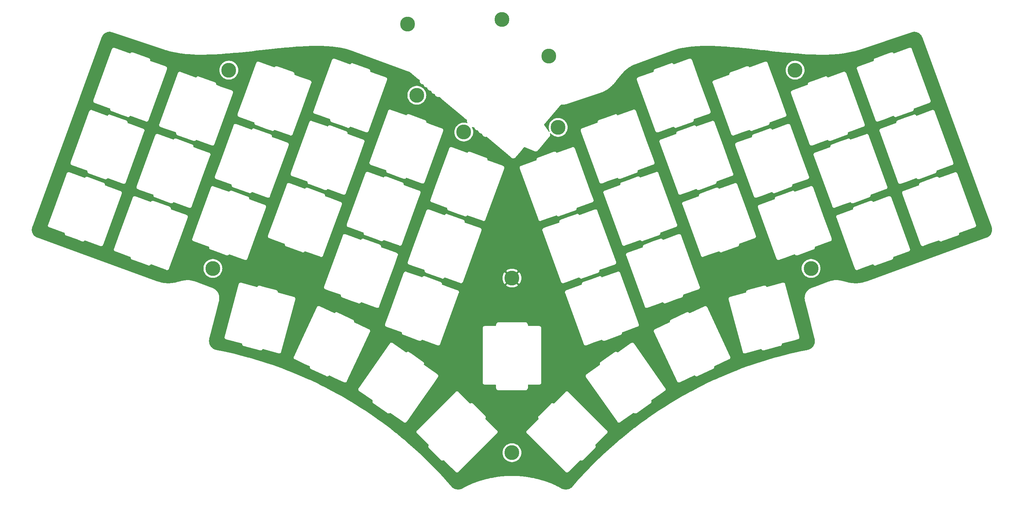
<source format=gbl>
G04 #@! TF.GenerationSoftware,KiCad,Pcbnew,(6.0.0)*
G04 #@! TF.CreationDate,2023-05-15T23:43:54+03:00*
G04 #@! TF.ProjectId,choctopus44-top-plate,63686f63-746f-4707-9573-34342d746f70,2.0*
G04 #@! TF.SameCoordinates,Original*
G04 #@! TF.FileFunction,Copper,L2,Bot*
G04 #@! TF.FilePolarity,Positive*
%FSLAX46Y46*%
G04 Gerber Fmt 4.6, Leading zero omitted, Abs format (unit mm)*
G04 Created by KiCad (PCBNEW (6.0.0)) date 2023-05-15 23:43:54*
%MOMM*%
%LPD*%
G01*
G04 APERTURE LIST*
G04 #@! TA.AperFunction,ComponentPad*
%ADD10C,3.800000*%
G04 #@! TD*
G04 APERTURE END LIST*
D10*
X148260000Y-156700000D03*
X145676694Y-45483841D03*
X157726694Y-54933841D03*
X75620000Y-58500000D03*
X135900000Y-74400000D03*
X220900000Y-58500000D03*
X121476694Y-46683841D03*
X123850000Y-64950000D03*
X160100000Y-73200000D03*
X148260000Y-111880000D03*
X225000000Y-109400000D03*
X71520000Y-109400000D03*
G04 #@! TA.AperFunction,Conductor*
G36*
X45005155Y-48666628D02*
G01*
X45171856Y-48670362D01*
X45188272Y-48671808D01*
X45346743Y-48696293D01*
X45445670Y-48711578D01*
X45461753Y-48715153D01*
X45679547Y-48778768D01*
X45700825Y-48787619D01*
X45704167Y-48788884D01*
X45712023Y-48793218D01*
X45720779Y-48795173D01*
X45720783Y-48795174D01*
X45739068Y-48799255D01*
X45751429Y-48802014D01*
X45763954Y-48805498D01*
X59408076Y-53371464D01*
X59419885Y-53376090D01*
X59426694Y-53379161D01*
X59448450Y-53385166D01*
X59454908Y-53387136D01*
X59469131Y-53391896D01*
X59469139Y-53391898D01*
X59473379Y-53393317D01*
X59481505Y-53394802D01*
X59492373Y-53397289D01*
X60638757Y-53713693D01*
X60650028Y-53717383D01*
X60654460Y-53719069D01*
X60654463Y-53719070D01*
X60659009Y-53720799D01*
X60663763Y-53721807D01*
X60663776Y-53721811D01*
X60679001Y-53725039D01*
X60686388Y-53726840D01*
X60691171Y-53728160D01*
X60703117Y-53731457D01*
X60713477Y-53732781D01*
X60723624Y-53734502D01*
X61452218Y-53889011D01*
X61928512Y-53990016D01*
X61940902Y-53993310D01*
X61947702Y-53995494D01*
X61961794Y-53997715D01*
X61970299Y-53999056D01*
X61976821Y-54000260D01*
X61991814Y-54003440D01*
X61991818Y-54003441D01*
X61996196Y-54004369D01*
X62004110Y-54004898D01*
X62015323Y-54006154D01*
X63270626Y-54204033D01*
X63284012Y-54206896D01*
X63288765Y-54208186D01*
X63293601Y-54208723D01*
X63293606Y-54208724D01*
X63307551Y-54210272D01*
X63313665Y-54210951D01*
X63319377Y-54211718D01*
X63336665Y-54214444D01*
X63336676Y-54214445D01*
X63341104Y-54215143D01*
X63346821Y-54215223D01*
X63358950Y-54215980D01*
X64661117Y-54360601D01*
X64668702Y-54361887D01*
X64668704Y-54361875D01*
X64673510Y-54362592D01*
X64678258Y-54363681D01*
X64705202Y-54365596D01*
X64710169Y-54366048D01*
X64733930Y-54368687D01*
X64738412Y-54368545D01*
X64740304Y-54368620D01*
X64750586Y-54368822D01*
X65519699Y-54423486D01*
X66096035Y-54464449D01*
X66102626Y-54465317D01*
X66102641Y-54465184D01*
X66107480Y-54465738D01*
X66112256Y-54466662D01*
X66117112Y-54466840D01*
X66117119Y-54466841D01*
X66140938Y-54467715D01*
X66145245Y-54467947D01*
X66160480Y-54469029D01*
X66170805Y-54469763D01*
X66175279Y-54469444D01*
X66179755Y-54469443D01*
X66179755Y-54469498D01*
X66186419Y-54469384D01*
X67571915Y-54520222D01*
X67577919Y-54520586D01*
X67582028Y-54520934D01*
X67586831Y-54521717D01*
X67591692Y-54521752D01*
X67591695Y-54521752D01*
X67617055Y-54521933D01*
X67620776Y-54522015D01*
X67643383Y-54522845D01*
X67643389Y-54522845D01*
X67647863Y-54523009D01*
X67652317Y-54522537D01*
X67656806Y-54522382D01*
X67656811Y-54522539D01*
X67662539Y-54522258D01*
X68324533Y-54526991D01*
X69085878Y-54532434D01*
X69092410Y-54532651D01*
X69093206Y-54532698D01*
X69098032Y-54533360D01*
X69129573Y-54532787D01*
X69132717Y-54532769D01*
X69161218Y-54532973D01*
X69165647Y-54532371D01*
X69167977Y-54532222D01*
X69173739Y-54531985D01*
X70631918Y-54505492D01*
X70637546Y-54505547D01*
X70641878Y-54506046D01*
X70646734Y-54505853D01*
X70646736Y-54505853D01*
X70674609Y-54504745D01*
X70677325Y-54504667D01*
X70688155Y-54504470D01*
X70706949Y-54504129D01*
X70711234Y-54503436D01*
X70717070Y-54503058D01*
X71403287Y-54475785D01*
X72206265Y-54443872D01*
X72210663Y-54443828D01*
X72214361Y-54444186D01*
X72248139Y-54442229D01*
X72250341Y-54442121D01*
X72264666Y-54441551D01*
X72276628Y-54441076D01*
X72276632Y-54441076D01*
X72281099Y-54440898D01*
X72284737Y-54440229D01*
X72289295Y-54439843D01*
X72995795Y-54398894D01*
X73804880Y-54352000D01*
X73808340Y-54351907D01*
X73811443Y-54352160D01*
X73846232Y-54349616D01*
X73848004Y-54349499D01*
X73879677Y-54347664D01*
X73882708Y-54347049D01*
X73886250Y-54346690D01*
X75423843Y-54234256D01*
X75426518Y-54234147D01*
X75429060Y-54234323D01*
X75433903Y-54233909D01*
X75433911Y-54233909D01*
X75464643Y-54231282D01*
X75466181Y-54231160D01*
X75494187Y-54229112D01*
X75494189Y-54229112D01*
X75498656Y-54228785D01*
X75501137Y-54228243D01*
X75503839Y-54227932D01*
X77059118Y-54094994D01*
X77061115Y-54094891D01*
X77063120Y-54095010D01*
X77067951Y-54094550D01*
X77067957Y-54094550D01*
X77099459Y-54091551D01*
X77100667Y-54091442D01*
X77129505Y-54088977D01*
X77129508Y-54088976D01*
X77133983Y-54088594D01*
X77135947Y-54088139D01*
X77137953Y-54087886D01*
X77563935Y-54047332D01*
X78706592Y-53938551D01*
X78708010Y-53938466D01*
X78709511Y-53938545D01*
X78724174Y-53937043D01*
X78746582Y-53934748D01*
X78747478Y-53934659D01*
X78759442Y-53933520D01*
X78781571Y-53931413D01*
X78783029Y-53931060D01*
X78784461Y-53930867D01*
X79478823Y-53859737D01*
X80362190Y-53769245D01*
X80363083Y-53769186D01*
X80364097Y-53769235D01*
X80366870Y-53768937D01*
X80366877Y-53768937D01*
X80382197Y-53767293D01*
X80402094Y-53765158D01*
X80402497Y-53765116D01*
X80423074Y-53763008D01*
X80434550Y-53761833D01*
X80434552Y-53761833D01*
X80437312Y-53761550D01*
X80438294Y-53761305D01*
X80439199Y-53761177D01*
X82021740Y-53591391D01*
X82022195Y-53591359D01*
X82022723Y-53591383D01*
X82036268Y-53589896D01*
X82061342Y-53587143D01*
X82061650Y-53587109D01*
X82066782Y-53586558D01*
X82097076Y-53583308D01*
X82097583Y-53583179D01*
X82098035Y-53583114D01*
X83681133Y-53409282D01*
X83681169Y-53409279D01*
X83681213Y-53409281D01*
X83681346Y-53409266D01*
X83681351Y-53409266D01*
X83721092Y-53404894D01*
X83721117Y-53404891D01*
X83756580Y-53400997D01*
X83756582Y-53400997D01*
X83756707Y-53400983D01*
X83756748Y-53400973D01*
X83756786Y-53400967D01*
X85374811Y-53222960D01*
X85375072Y-53222931D01*
X85419185Y-53218171D01*
X87021519Y-53045270D01*
X87021643Y-53045257D01*
X88399528Y-52902744D01*
X88654506Y-52876372D01*
X88655366Y-52876286D01*
X90270705Y-52720402D01*
X90271888Y-52720293D01*
X91865804Y-52581628D01*
X91867333Y-52581504D01*
X92110571Y-52563325D01*
X93435352Y-52464314D01*
X93437181Y-52464192D01*
X94281869Y-52413933D01*
X94974853Y-52372701D01*
X94977177Y-52372585D01*
X95758796Y-52340548D01*
X96480044Y-52310986D01*
X96482781Y-52310904D01*
X97946584Y-52283340D01*
X97949851Y-52283321D01*
X98527106Y-52287621D01*
X99369969Y-52293900D01*
X99373870Y-52293990D01*
X100745672Y-52346726D01*
X100750246Y-52346985D01*
X102069225Y-52445808D01*
X102074560Y-52446322D01*
X103336005Y-52595005D01*
X103342199Y-52595892D01*
X104080223Y-52720292D01*
X104513439Y-52793314D01*
X104541429Y-52798032D01*
X104548573Y-52799450D01*
X105681004Y-53058415D01*
X105689146Y-53060567D01*
X106755984Y-53381153D01*
X106762963Y-53383475D01*
X121707693Y-58849323D01*
X121739301Y-58860997D01*
X121796181Y-58882127D01*
X121796882Y-58882390D01*
X121843777Y-58900159D01*
X121845261Y-58900732D01*
X121880526Y-58914606D01*
X121883617Y-58915869D01*
X121923368Y-58932749D01*
X121928896Y-58935257D01*
X121951891Y-58946369D01*
X121958838Y-58949997D01*
X121974996Y-58959087D01*
X121981895Y-58963265D01*
X121991805Y-58969711D01*
X122001719Y-58976159D01*
X122007279Y-58979991D01*
X122012516Y-58983812D01*
X122040013Y-59003873D01*
X122043252Y-59006317D01*
X122068865Y-59026298D01*
X122071086Y-59028031D01*
X122072743Y-59029346D01*
X122110253Y-59059673D01*
X122111284Y-59060517D01*
X122113095Y-59062015D01*
X122156880Y-59098234D01*
X122157195Y-59098496D01*
X122180858Y-59118323D01*
X122211208Y-59143753D01*
X122211462Y-59143966D01*
X122212381Y-59144740D01*
X122238209Y-59166497D01*
X122244295Y-59171624D01*
X122244743Y-59172031D01*
X122245203Y-59172556D01*
X122274882Y-59197392D01*
X122302173Y-59220382D01*
X122302767Y-59220753D01*
X122303240Y-59221122D01*
X124014357Y-60652999D01*
X124032328Y-60671476D01*
X124037130Y-60677549D01*
X124040699Y-60680856D01*
X124042756Y-60682763D01*
X124042762Y-60682768D01*
X124046328Y-60686072D01*
X124055705Y-60692389D01*
X124062955Y-60697659D01*
X124197403Y-60802891D01*
X124226746Y-60825858D01*
X124424498Y-60939642D01*
X124428650Y-60941301D01*
X124428654Y-60941303D01*
X124524269Y-60979508D01*
X124580105Y-61023358D01*
X124603370Y-61090435D01*
X124600764Y-61122709D01*
X124594514Y-61152114D01*
X124594514Y-61341764D01*
X124595886Y-61348217D01*
X124595886Y-61348221D01*
X124606200Y-61396743D01*
X124633944Y-61527270D01*
X124636628Y-61533299D01*
X124636629Y-61533301D01*
X124707203Y-61691811D01*
X124711082Y-61700524D01*
X124714962Y-61705865D01*
X124714963Y-61705866D01*
X124814187Y-61842436D01*
X124822555Y-61853954D01*
X124827465Y-61858375D01*
X124827466Y-61858376D01*
X124943669Y-61963005D01*
X124963493Y-61980855D01*
X125044359Y-62027543D01*
X125109741Y-62065291D01*
X125127735Y-62075680D01*
X125134021Y-62077722D01*
X125134020Y-62077722D01*
X125301824Y-62132245D01*
X125301825Y-62132245D01*
X125308103Y-62134285D01*
X125314666Y-62134975D01*
X125314667Y-62134975D01*
X125320376Y-62135575D01*
X125449428Y-62149139D01*
X125463452Y-62149139D01*
X125531573Y-62169141D01*
X125578066Y-62222797D01*
X125586699Y-62248943D01*
X125604665Y-62333465D01*
X125606821Y-62343610D01*
X125609505Y-62349639D01*
X125609506Y-62349641D01*
X125678613Y-62504856D01*
X125683959Y-62516864D01*
X125687839Y-62522205D01*
X125687840Y-62522206D01*
X125786087Y-62657431D01*
X125795432Y-62670294D01*
X125800342Y-62674715D01*
X125800343Y-62674716D01*
X125910341Y-62773758D01*
X125936370Y-62797195D01*
X126019976Y-62845465D01*
X126074720Y-62877071D01*
X126100612Y-62892020D01*
X126106898Y-62894062D01*
X126106897Y-62894062D01*
X126274701Y-62948585D01*
X126274702Y-62948585D01*
X126280980Y-62950625D01*
X126287543Y-62951315D01*
X126287544Y-62951315D01*
X126310978Y-62953778D01*
X126422305Y-62965479D01*
X126436328Y-62965479D01*
X126504449Y-62985481D01*
X126550942Y-63039137D01*
X126559575Y-63065283D01*
X126567296Y-63101606D01*
X126579697Y-63159951D01*
X126582381Y-63165980D01*
X126582382Y-63165982D01*
X126653375Y-63325433D01*
X126656835Y-63333205D01*
X126660715Y-63338546D01*
X126660716Y-63338547D01*
X126725989Y-63428387D01*
X126768308Y-63486635D01*
X126773218Y-63491056D01*
X126773219Y-63491057D01*
X126814772Y-63528471D01*
X126909246Y-63613536D01*
X126929023Y-63624954D01*
X127064849Y-63703373D01*
X127073488Y-63708361D01*
X127118681Y-63723045D01*
X127247577Y-63764926D01*
X127247578Y-63764926D01*
X127253856Y-63766966D01*
X127260419Y-63767656D01*
X127260420Y-63767656D01*
X127283854Y-63770119D01*
X127395181Y-63781820D01*
X127409204Y-63781820D01*
X127477325Y-63801822D01*
X127523818Y-63855478D01*
X127532451Y-63881624D01*
X127550316Y-63965671D01*
X127552573Y-63976291D01*
X127555257Y-63982320D01*
X127555258Y-63982322D01*
X127621328Y-64130716D01*
X127629711Y-64149545D01*
X127633591Y-64154886D01*
X127633592Y-64154887D01*
X127714795Y-64266653D01*
X127741184Y-64302975D01*
X127746094Y-64307396D01*
X127746095Y-64307397D01*
X127839416Y-64391423D01*
X127882122Y-64429876D01*
X128046364Y-64524701D01*
X128052650Y-64526743D01*
X128052649Y-64526743D01*
X128220453Y-64581266D01*
X128220454Y-64581266D01*
X128226732Y-64583306D01*
X128233295Y-64583996D01*
X128233296Y-64583996D01*
X128256730Y-64586459D01*
X128368057Y-64598160D01*
X128382081Y-64598160D01*
X128450202Y-64618162D01*
X128496695Y-64671818D01*
X128505328Y-64697964D01*
X128525450Y-64792631D01*
X128528134Y-64798660D01*
X128528135Y-64798662D01*
X128597278Y-64953958D01*
X128602588Y-64965885D01*
X128606468Y-64971226D01*
X128606469Y-64971227D01*
X128643757Y-65022549D01*
X128714061Y-65119315D01*
X128854999Y-65246216D01*
X129019241Y-65341041D01*
X129025527Y-65343083D01*
X129025526Y-65343083D01*
X129193330Y-65397606D01*
X129193331Y-65397606D01*
X129199609Y-65399646D01*
X129206172Y-65400336D01*
X129206173Y-65400336D01*
X129229607Y-65402799D01*
X129340934Y-65414500D01*
X129435506Y-65414500D01*
X129546833Y-65402799D01*
X129570267Y-65400336D01*
X129570268Y-65400336D01*
X129576831Y-65399646D01*
X129645673Y-65377278D01*
X129716639Y-65375250D01*
X129777437Y-65411913D01*
X129787613Y-65424545D01*
X129915831Y-65606551D01*
X129918888Y-65609796D01*
X129918892Y-65609800D01*
X130046343Y-65745054D01*
X130054179Y-65754211D01*
X130062413Y-65764820D01*
X130071534Y-65773426D01*
X130075546Y-65776182D01*
X130075550Y-65776185D01*
X130106295Y-65797303D01*
X130116085Y-65804757D01*
X136114065Y-70852516D01*
X136131769Y-70870769D01*
X136137130Y-70877549D01*
X136140696Y-70880853D01*
X136142756Y-70882763D01*
X136142762Y-70882768D01*
X136146328Y-70886072D01*
X136155705Y-70892389D01*
X136162955Y-70897659D01*
X136306013Y-71009630D01*
X136326746Y-71025858D01*
X136524498Y-71139642D01*
X136528650Y-71141301D01*
X136528654Y-71141303D01*
X136614100Y-71175445D01*
X136617287Y-71176718D01*
X136624269Y-71179508D01*
X136680105Y-71223358D01*
X136703370Y-71290435D01*
X136700764Y-71322709D01*
X136694514Y-71352114D01*
X136694514Y-71541764D01*
X136695886Y-71548217D01*
X136695886Y-71548221D01*
X136713287Y-71630087D01*
X136733944Y-71727270D01*
X136736628Y-71733299D01*
X136736629Y-71733301D01*
X136808101Y-71893828D01*
X136811082Y-71900524D01*
X136822243Y-71915885D01*
X136831331Y-71928394D01*
X136855190Y-71995261D01*
X136839111Y-72064413D01*
X136788197Y-72113894D01*
X136718615Y-72127994D01*
X136683013Y-72119608D01*
X136649415Y-72106306D01*
X136649409Y-72106304D01*
X136645739Y-72104851D01*
X136352200Y-72029484D01*
X136051530Y-71991500D01*
X135748470Y-71991500D01*
X135447800Y-72029484D01*
X135154261Y-72104851D01*
X135150592Y-72106304D01*
X135150591Y-72106304D01*
X134876157Y-72214960D01*
X134876152Y-72214962D01*
X134872483Y-72216415D01*
X134869015Y-72218321D01*
X134869014Y-72218322D01*
X134613977Y-72358531D01*
X134606910Y-72362416D01*
X134449109Y-72477065D01*
X134367239Y-72536547D01*
X134361729Y-72540550D01*
X134358843Y-72543261D01*
X134358842Y-72543261D01*
X134334200Y-72566401D01*
X134140808Y-72748008D01*
X134010479Y-72905549D01*
X133953940Y-72973893D01*
X133947630Y-72981520D01*
X133902538Y-73052574D01*
X133790091Y-73229762D01*
X133785242Y-73237402D01*
X133741548Y-73330257D01*
X133658681Y-73506360D01*
X133656206Y-73511619D01*
X133654980Y-73515391D01*
X133654980Y-73515392D01*
X133630516Y-73590683D01*
X133562555Y-73799846D01*
X133505767Y-74097538D01*
X133486738Y-74400000D01*
X133505767Y-74702462D01*
X133562555Y-75000154D01*
X133600754Y-75117717D01*
X133651923Y-75275198D01*
X133656206Y-75288381D01*
X133657893Y-75291967D01*
X133657895Y-75291971D01*
X133699186Y-75379718D01*
X133785242Y-75562598D01*
X133947630Y-75818480D01*
X134140808Y-76051992D01*
X134206676Y-76113846D01*
X134327902Y-76227684D01*
X134361729Y-76259450D01*
X134364931Y-76261777D01*
X134364933Y-76261778D01*
X134373256Y-76267825D01*
X134606910Y-76437584D01*
X134610379Y-76439491D01*
X134610382Y-76439493D01*
X134868319Y-76581296D01*
X134872483Y-76583585D01*
X134876152Y-76585038D01*
X134876157Y-76585040D01*
X135143380Y-76690841D01*
X135154261Y-76695149D01*
X135447800Y-76770516D01*
X135748470Y-76808500D01*
X136051530Y-76808500D01*
X136352200Y-76770516D01*
X136645739Y-76695149D01*
X136656620Y-76690841D01*
X136923843Y-76585040D01*
X136923848Y-76585038D01*
X136927517Y-76583585D01*
X136931681Y-76581296D01*
X137189618Y-76439493D01*
X137189621Y-76439491D01*
X137193090Y-76437584D01*
X137426744Y-76267825D01*
X137435067Y-76261778D01*
X137435069Y-76261777D01*
X137438271Y-76259450D01*
X137472099Y-76227684D01*
X137593324Y-76113846D01*
X137659192Y-76051992D01*
X137852370Y-75818480D01*
X138014758Y-75562598D01*
X138100814Y-75379718D01*
X138142105Y-75291971D01*
X138142107Y-75291967D01*
X138143794Y-75288381D01*
X138148078Y-75275198D01*
X138199246Y-75117717D01*
X138237445Y-75000154D01*
X138294233Y-74702462D01*
X138313262Y-74400000D01*
X138294233Y-74097538D01*
X138237445Y-73799846D01*
X138169484Y-73590683D01*
X138145020Y-73515392D01*
X138145020Y-73515391D01*
X138143794Y-73511619D01*
X138141320Y-73506360D01*
X138022691Y-73254260D01*
X138011785Y-73184106D01*
X138040538Y-73119192D01*
X138099822Y-73080129D01*
X138170814Y-73079318D01*
X138188527Y-73086783D01*
X138188861Y-73086032D01*
X138194889Y-73088716D01*
X138200612Y-73092020D01*
X138206898Y-73094062D01*
X138206897Y-73094062D01*
X138374701Y-73148585D01*
X138374702Y-73148585D01*
X138380980Y-73150625D01*
X138387543Y-73151315D01*
X138387544Y-73151315D01*
X138410978Y-73153778D01*
X138522305Y-73165479D01*
X138536328Y-73165479D01*
X138604449Y-73185481D01*
X138650942Y-73239137D01*
X138659575Y-73265283D01*
X138673334Y-73330013D01*
X138679697Y-73359951D01*
X138682381Y-73365980D01*
X138682382Y-73365982D01*
X138752956Y-73524492D01*
X138756835Y-73533205D01*
X138760715Y-73538546D01*
X138760716Y-73538547D01*
X138860567Y-73675980D01*
X138868308Y-73686635D01*
X138873218Y-73691056D01*
X138873219Y-73691057D01*
X138944863Y-73755565D01*
X139009246Y-73813536D01*
X139089468Y-73859852D01*
X139167480Y-73904892D01*
X139173488Y-73908361D01*
X139224575Y-73924960D01*
X139347577Y-73964926D01*
X139347578Y-73964926D01*
X139353856Y-73966966D01*
X139360419Y-73967656D01*
X139360420Y-73967656D01*
X139378241Y-73969529D01*
X139495181Y-73981820D01*
X139509204Y-73981820D01*
X139577325Y-74001822D01*
X139623818Y-74055478D01*
X139632451Y-74081624D01*
X139650550Y-74166772D01*
X139652573Y-74176291D01*
X139655257Y-74182320D01*
X139655258Y-74182322D01*
X139725678Y-74340486D01*
X139729711Y-74349545D01*
X139733591Y-74354886D01*
X139733592Y-74354887D01*
X139835824Y-74495597D01*
X139841184Y-74502975D01*
X139846094Y-74507396D01*
X139846095Y-74507397D01*
X139977058Y-74625316D01*
X139982122Y-74629876D01*
X140146364Y-74724701D01*
X140152650Y-74726743D01*
X140152649Y-74726743D01*
X140320453Y-74781266D01*
X140320454Y-74781266D01*
X140326732Y-74783306D01*
X140333295Y-74783996D01*
X140333296Y-74783996D01*
X140356730Y-74786459D01*
X140468057Y-74798160D01*
X140482081Y-74798160D01*
X140550202Y-74818162D01*
X140596695Y-74871818D01*
X140605328Y-74897964D01*
X140623107Y-74981606D01*
X140625450Y-74992631D01*
X140628134Y-74998660D01*
X140628135Y-74998662D01*
X140699495Y-75158937D01*
X140702588Y-75165885D01*
X140706468Y-75171226D01*
X140706469Y-75171227D01*
X140809468Y-75312993D01*
X140814061Y-75319315D01*
X140818971Y-75323736D01*
X140818972Y-75323737D01*
X140944272Y-75436557D01*
X140954999Y-75446216D01*
X141011114Y-75478614D01*
X141102721Y-75531503D01*
X141119241Y-75541041D01*
X141126871Y-75543520D01*
X141293330Y-75597606D01*
X141293331Y-75597606D01*
X141299609Y-75599646D01*
X141306172Y-75600336D01*
X141306173Y-75600336D01*
X141329607Y-75602799D01*
X141440934Y-75614500D01*
X141535506Y-75614500D01*
X141646833Y-75602799D01*
X141670267Y-75600336D01*
X141670268Y-75600336D01*
X141676831Y-75599646D01*
X141686071Y-75596644D01*
X141708079Y-75589493D01*
X141745673Y-75577278D01*
X141816639Y-75575250D01*
X141877437Y-75611913D01*
X141887613Y-75624545D01*
X142015831Y-75806551D01*
X142018888Y-75809796D01*
X142018892Y-75809800D01*
X142146343Y-75945054D01*
X142154179Y-75954211D01*
X142162413Y-75964820D01*
X142171534Y-75973426D01*
X142175543Y-75976179D01*
X142175552Y-75976187D01*
X142206214Y-75997248D01*
X142216037Y-76004729D01*
X148069274Y-80933890D01*
X148081151Y-80945299D01*
X148102414Y-80968585D01*
X148112194Y-80976433D01*
X148116409Y-80978857D01*
X148116414Y-80978860D01*
X148137062Y-80990733D01*
X148141809Y-80993603D01*
X148244842Y-81059044D01*
X148390437Y-81115414D01*
X148396537Y-81116480D01*
X148396542Y-81116481D01*
X148475175Y-81130217D01*
X148544234Y-81142281D01*
X148638152Y-81140073D01*
X148694121Y-81138757D01*
X148694124Y-81138757D01*
X148700318Y-81138611D01*
X148706363Y-81137259D01*
X148706366Y-81137259D01*
X148846640Y-81105895D01*
X148846641Y-81105895D01*
X148852682Y-81104544D01*
X148858341Y-81102041D01*
X148858344Y-81102040D01*
X148907109Y-81080471D01*
X148995466Y-81041391D01*
X149123176Y-80951583D01*
X149190963Y-80880470D01*
X149191004Y-80880509D01*
X149191105Y-80880346D01*
X149192114Y-80879459D01*
X149193441Y-80877869D01*
X149197082Y-80874050D01*
X149198348Y-80872824D01*
X149199527Y-80871746D01*
X149199689Y-80871667D01*
X149200776Y-80870602D01*
X149220565Y-80852501D01*
X149220567Y-80852499D01*
X149224156Y-80849216D01*
X149227199Y-80845417D01*
X149227203Y-80845413D01*
X149228948Y-80843234D01*
X149231996Y-80839429D01*
X149234417Y-80835211D01*
X149234424Y-80835200D01*
X149240674Y-80824308D01*
X149253246Y-80806258D01*
X150414304Y-79415974D01*
X151370532Y-78270960D01*
X151429549Y-78231495D01*
X151500534Y-78230203D01*
X151516159Y-78235609D01*
X153951371Y-79261734D01*
X153973383Y-79273716D01*
X153981294Y-79279106D01*
X153992620Y-79284488D01*
X153997285Y-79285876D01*
X153997288Y-79285877D01*
X154024266Y-79293904D01*
X154029821Y-79295698D01*
X154040473Y-79299412D01*
X154042297Y-79300048D01*
X154043581Y-79300589D01*
X154044537Y-79300840D01*
X154044645Y-79300916D01*
X154044660Y-79300872D01*
X154135088Y-79332407D01*
X154141068Y-79333273D01*
X154277697Y-79353060D01*
X154277700Y-79353060D01*
X154283679Y-79353926D01*
X154382210Y-79349202D01*
X154427604Y-79347026D01*
X154427606Y-79347026D01*
X154433648Y-79346736D01*
X154439520Y-79345301D01*
X154439522Y-79345301D01*
X154500440Y-79330417D01*
X154579499Y-79311101D01*
X154584985Y-79308576D01*
X154584988Y-79308575D01*
X154710393Y-79250856D01*
X154710396Y-79250854D01*
X154715887Y-79248327D01*
X154837814Y-79160713D01*
X154841960Y-79156316D01*
X154841963Y-79156313D01*
X154898158Y-79096710D01*
X154898455Y-79096990D01*
X154899166Y-79095833D01*
X154899842Y-79095244D01*
X154902355Y-79092259D01*
X154904225Y-79090276D01*
X154904429Y-79090162D01*
X154909382Y-79085266D01*
X154930743Y-79065605D01*
X154930749Y-79065599D01*
X154934324Y-79062308D01*
X154942134Y-79052497D01*
X154944539Y-79048275D01*
X154944543Y-79048270D01*
X154949634Y-79039335D01*
X154962724Y-79020560D01*
X157845526Y-75596644D01*
X157858555Y-75583311D01*
X157874397Y-75569335D01*
X157874400Y-75569332D01*
X157878050Y-75566112D01*
X157886065Y-75556469D01*
X157888557Y-75552302D01*
X157888565Y-75552291D01*
X157906352Y-75522551D01*
X157909811Y-75517090D01*
X157957051Y-75446586D01*
X157957057Y-75446575D01*
X157960243Y-75441820D01*
X157969262Y-75420983D01*
X158012121Y-75321962D01*
X158012122Y-75321960D01*
X158014397Y-75316703D01*
X158022519Y-75281480D01*
X158043744Y-75189436D01*
X158043744Y-75189434D01*
X158045031Y-75183854D01*
X158051135Y-75047657D01*
X158042531Y-74985270D01*
X158033291Y-74918276D01*
X158033291Y-74918274D01*
X158032508Y-74912600D01*
X158030714Y-74907167D01*
X158030713Y-74907162D01*
X158008676Y-74840421D01*
X158004223Y-74826934D01*
X158001859Y-74755978D01*
X158038232Y-74695007D01*
X158101794Y-74663379D01*
X158172366Y-74671137D01*
X158220954Y-74707113D01*
X158340808Y-74851992D01*
X158438018Y-74943278D01*
X158528443Y-75028192D01*
X158561729Y-75059450D01*
X158564931Y-75061777D01*
X158564933Y-75061778D01*
X158599015Y-75086540D01*
X158806910Y-75237584D01*
X158810379Y-75239491D01*
X158810382Y-75239493D01*
X159053367Y-75373076D01*
X159072483Y-75383585D01*
X159076152Y-75385038D01*
X159076157Y-75385040D01*
X159324915Y-75483530D01*
X159354261Y-75495149D01*
X159647800Y-75570516D01*
X159948470Y-75608500D01*
X160251530Y-75608500D01*
X160552200Y-75570516D01*
X160845739Y-75495149D01*
X160875085Y-75483530D01*
X161123843Y-75385040D01*
X161123848Y-75385038D01*
X161127517Y-75383585D01*
X161146633Y-75373076D01*
X161389618Y-75239493D01*
X161389621Y-75239491D01*
X161393090Y-75237584D01*
X161600985Y-75086540D01*
X161635067Y-75061778D01*
X161635069Y-75061777D01*
X161638271Y-75059450D01*
X161671558Y-75028192D01*
X161761982Y-74943278D01*
X161859192Y-74851992D01*
X162008808Y-74671137D01*
X162049848Y-74621529D01*
X162049851Y-74621525D01*
X162052370Y-74618480D01*
X162214758Y-74362598D01*
X162303223Y-74174600D01*
X162342105Y-74091971D01*
X162342107Y-74091967D01*
X162343794Y-74088381D01*
X162345374Y-74083520D01*
X162386013Y-73958444D01*
X165883583Y-73958444D01*
X165888210Y-73981917D01*
X165889294Y-73987419D01*
X165891457Y-74004421D01*
X165892620Y-74024284D01*
X165893183Y-74033905D01*
X165904758Y-74066322D01*
X165904990Y-74067052D01*
X165905204Y-74068140D01*
X165906227Y-74070950D01*
X165906229Y-74070957D01*
X165915792Y-74097230D01*
X165916040Y-74097919D01*
X165922261Y-74115341D01*
X165936722Y-74155840D01*
X165942115Y-74170945D01*
X165942938Y-74172079D01*
X165943482Y-74173307D01*
X168467453Y-81107861D01*
X170662611Y-87139007D01*
X170704058Y-87252883D01*
X170704319Y-87253607D01*
X170726043Y-87314445D01*
X170730397Y-87326640D01*
X170735666Y-87333906D01*
X170735667Y-87333907D01*
X170747735Y-87350547D01*
X170756829Y-87365071D01*
X170770764Y-87391115D01*
X170777052Y-87397524D01*
X170777052Y-87397525D01*
X170788721Y-87409420D01*
X170800771Y-87423678D01*
X170815827Y-87444439D01*
X170839188Y-87462527D01*
X170851976Y-87473901D01*
X170872666Y-87494992D01*
X170880495Y-87499377D01*
X170880497Y-87499378D01*
X170895037Y-87507521D01*
X170910609Y-87517829D01*
X170930883Y-87533526D01*
X170939241Y-87536810D01*
X170939243Y-87536811D01*
X170958377Y-87544329D01*
X170973864Y-87551666D01*
X170999627Y-87566094D01*
X171008374Y-87568105D01*
X171008376Y-87568106D01*
X171024617Y-87571840D01*
X171042455Y-87577362D01*
X171066318Y-87586738D01*
X171075260Y-87587544D01*
X171095730Y-87589389D01*
X171112657Y-87592085D01*
X171141440Y-87598704D01*
X171150399Y-87598180D01*
X171150402Y-87598180D01*
X171167042Y-87597206D01*
X171185711Y-87597500D01*
X171194440Y-87598286D01*
X171211246Y-87599801D01*
X171240227Y-87594089D01*
X171257221Y-87591927D01*
X171263071Y-87591585D01*
X171277746Y-87590726D01*
X171277749Y-87590725D01*
X171286707Y-87590201D01*
X171319104Y-87578633D01*
X171319856Y-87578394D01*
X171320942Y-87578180D01*
X171350147Y-87567550D01*
X171350801Y-87567315D01*
X171420037Y-87542593D01*
X171420044Y-87542590D01*
X171423746Y-87541268D01*
X171424878Y-87540448D01*
X171426100Y-87539906D01*
X173071388Y-86941070D01*
X175284807Y-86135452D01*
X175355661Y-86130949D01*
X175417701Y-86165467D01*
X175438998Y-86194408D01*
X175452299Y-86219266D01*
X175458585Y-86225674D01*
X175458586Y-86225675D01*
X175470255Y-86237570D01*
X175482305Y-86251828D01*
X175497361Y-86272589D01*
X175504454Y-86278081D01*
X175520714Y-86290671D01*
X175533515Y-86302057D01*
X175554200Y-86323143D01*
X175576576Y-86335674D01*
X175592145Y-86345979D01*
X175605318Y-86356180D01*
X175605322Y-86356182D01*
X175612417Y-86361676D01*
X175639905Y-86372476D01*
X175655379Y-86379807D01*
X175681161Y-86394245D01*
X175689912Y-86396257D01*
X175689911Y-86396257D01*
X175706153Y-86399992D01*
X175723991Y-86405513D01*
X175739501Y-86411607D01*
X175739503Y-86411608D01*
X175747853Y-86414888D01*
X175756790Y-86415694D01*
X175756792Y-86415694D01*
X175777260Y-86417539D01*
X175794181Y-86420234D01*
X175814227Y-86424843D01*
X175814229Y-86424843D01*
X175822974Y-86426854D01*
X175831931Y-86426330D01*
X175831933Y-86426330D01*
X175848576Y-86425356D01*
X175867245Y-86425650D01*
X175875974Y-86426436D01*
X175892780Y-86427951D01*
X175921761Y-86422239D01*
X175938755Y-86420077D01*
X175944605Y-86419735D01*
X175959280Y-86418876D01*
X175959283Y-86418875D01*
X175968241Y-86418351D01*
X176000658Y-86406776D01*
X176001388Y-86406544D01*
X176002476Y-86406330D01*
X176005286Y-86405307D01*
X176005293Y-86405305D01*
X176031426Y-86395793D01*
X176032151Y-86395532D01*
X176101556Y-86370750D01*
X176101567Y-86370745D01*
X176105281Y-86369419D01*
X176106414Y-86368597D01*
X176107648Y-86368050D01*
X176116144Y-86364958D01*
X180166277Y-84890831D01*
X180166976Y-84890579D01*
X180175238Y-84887629D01*
X180239929Y-84864530D01*
X180247197Y-84859259D01*
X180247199Y-84859258D01*
X180263843Y-84847187D01*
X180278372Y-84838091D01*
X180296485Y-84828399D01*
X180304404Y-84824162D01*
X180322707Y-84806207D01*
X180336964Y-84794159D01*
X180350459Y-84784372D01*
X180350460Y-84784371D01*
X180357727Y-84779101D01*
X180375815Y-84755740D01*
X180387189Y-84742952D01*
X180408281Y-84722261D01*
X180412833Y-84714134D01*
X180420707Y-84700073D01*
X180420811Y-84699888D01*
X180431117Y-84684317D01*
X180441319Y-84671141D01*
X180446814Y-84664044D01*
X180450094Y-84655695D01*
X180450097Y-84655690D01*
X180457614Y-84636555D01*
X180464953Y-84621066D01*
X180479383Y-84595300D01*
X180482439Y-84582013D01*
X180485129Y-84570311D01*
X180490652Y-84552470D01*
X180493138Y-84546142D01*
X180500027Y-84528609D01*
X180500870Y-84519261D01*
X180502678Y-84499193D01*
X180505374Y-84482267D01*
X180509980Y-84462237D01*
X180509980Y-84462235D01*
X180511992Y-84453486D01*
X180511468Y-84444528D01*
X180511468Y-84444524D01*
X180510494Y-84427886D01*
X180510787Y-84409226D01*
X180513089Y-84383681D01*
X180507377Y-84354700D01*
X180505215Y-84337691D01*
X180504834Y-84331171D01*
X180520828Y-84262000D01*
X180571680Y-84212456D01*
X180587520Y-84205422D01*
X184505813Y-82779279D01*
X184506529Y-82779021D01*
X184570988Y-82756005D01*
X184570990Y-82756004D01*
X184579442Y-82752986D01*
X184586709Y-82747716D01*
X184586711Y-82747715D01*
X184603347Y-82735650D01*
X184617865Y-82726559D01*
X184643918Y-82712619D01*
X184662226Y-82694659D01*
X184676483Y-82682611D01*
X184697241Y-82667557D01*
X184715323Y-82644204D01*
X184726709Y-82631403D01*
X184747795Y-82610718D01*
X184760326Y-82588342D01*
X184770631Y-82572773D01*
X184780832Y-82559600D01*
X184780834Y-82559596D01*
X184786328Y-82552501D01*
X184797128Y-82525013D01*
X184804459Y-82509539D01*
X184818897Y-82483757D01*
X184824644Y-82458765D01*
X184830165Y-82440927D01*
X184836259Y-82425417D01*
X184836260Y-82425415D01*
X184839540Y-82417065D01*
X184842065Y-82389059D01*
X184842191Y-82387657D01*
X184844886Y-82370736D01*
X184849495Y-82350690D01*
X184849495Y-82350688D01*
X184851506Y-82341943D01*
X184850982Y-82332984D01*
X184850008Y-82316341D01*
X184850302Y-82297672D01*
X184851797Y-82281077D01*
X184852603Y-82272137D01*
X184846892Y-82243160D01*
X184844729Y-82226160D01*
X184844611Y-82224142D01*
X184843003Y-82196677D01*
X184839697Y-82187417D01*
X184831435Y-82164281D01*
X184831196Y-82163527D01*
X184830982Y-82162442D01*
X184820445Y-82133492D01*
X184820184Y-82132767D01*
X184795402Y-82063362D01*
X184795397Y-82063351D01*
X184794071Y-82059637D01*
X184793249Y-82058504D01*
X184792702Y-82057270D01*
X184618442Y-81578493D01*
X182892116Y-76835451D01*
X186085774Y-76835451D01*
X186088826Y-76850933D01*
X186091485Y-76864426D01*
X186093648Y-76881426D01*
X186095374Y-76910912D01*
X186106949Y-76943329D01*
X186107181Y-76944059D01*
X186107395Y-76945147D01*
X186108418Y-76947957D01*
X186108420Y-76947964D01*
X186117932Y-76974097D01*
X186118193Y-76974822D01*
X186142975Y-77044227D01*
X186142980Y-77044238D01*
X186144306Y-77047952D01*
X186145128Y-77049085D01*
X186145674Y-77050317D01*
X190887311Y-90077858D01*
X190906249Y-90129890D01*
X190906510Y-90130614D01*
X190928642Y-90192595D01*
X190932588Y-90203647D01*
X190937857Y-90210913D01*
X190937858Y-90210914D01*
X190949926Y-90227554D01*
X190959020Y-90242078D01*
X190972955Y-90268122D01*
X190979243Y-90274531D01*
X190979243Y-90274532D01*
X190990912Y-90286427D01*
X191002962Y-90300685D01*
X191018018Y-90321446D01*
X191041379Y-90339534D01*
X191054167Y-90350908D01*
X191074857Y-90371999D01*
X191082686Y-90376384D01*
X191082688Y-90376385D01*
X191097228Y-90384528D01*
X191112800Y-90394836D01*
X191133074Y-90410533D01*
X191141432Y-90413817D01*
X191141434Y-90413818D01*
X191160568Y-90421336D01*
X191176055Y-90428673D01*
X191201818Y-90443101D01*
X191210565Y-90445112D01*
X191210567Y-90445113D01*
X191226808Y-90448847D01*
X191244646Y-90454369D01*
X191268509Y-90463745D01*
X191277451Y-90464551D01*
X191297921Y-90466396D01*
X191314848Y-90469092D01*
X191343631Y-90475711D01*
X191352590Y-90475187D01*
X191352593Y-90475187D01*
X191369233Y-90474213D01*
X191387902Y-90474507D01*
X191396631Y-90475293D01*
X191413437Y-90476808D01*
X191442418Y-90471096D01*
X191459412Y-90468934D01*
X191465976Y-90468550D01*
X191479937Y-90467733D01*
X191479940Y-90467732D01*
X191488898Y-90467208D01*
X191521295Y-90455640D01*
X191522047Y-90455401D01*
X191523133Y-90455187D01*
X191552338Y-90444557D01*
X191552992Y-90444322D01*
X191622228Y-90419600D01*
X191622235Y-90419597D01*
X191625937Y-90418275D01*
X191627069Y-90417455D01*
X191628291Y-90416913D01*
X193254336Y-89825081D01*
X195486998Y-89012459D01*
X195557852Y-89007956D01*
X195619892Y-89042474D01*
X195641189Y-89071415D01*
X195654490Y-89096273D01*
X195660776Y-89102681D01*
X195660777Y-89102682D01*
X195672446Y-89114577D01*
X195684496Y-89128835D01*
X195699552Y-89149596D01*
X195706645Y-89155088D01*
X195722905Y-89167678D01*
X195735706Y-89179064D01*
X195756391Y-89200150D01*
X195778767Y-89212681D01*
X195794336Y-89222986D01*
X195807509Y-89233187D01*
X195807513Y-89233189D01*
X195814608Y-89238683D01*
X195842096Y-89249483D01*
X195857570Y-89256814D01*
X195883352Y-89271252D01*
X195903213Y-89275819D01*
X195908344Y-89276999D01*
X195926182Y-89282520D01*
X195941692Y-89288614D01*
X195941694Y-89288615D01*
X195950044Y-89291895D01*
X195958981Y-89292701D01*
X195958983Y-89292701D01*
X195979451Y-89294546D01*
X195996372Y-89297241D01*
X196016418Y-89301850D01*
X196016420Y-89301850D01*
X196025165Y-89303861D01*
X196034122Y-89303337D01*
X196034124Y-89303337D01*
X196050767Y-89302363D01*
X196069436Y-89302657D01*
X196078165Y-89303443D01*
X196094971Y-89304958D01*
X196123952Y-89299246D01*
X196140946Y-89297084D01*
X196147510Y-89296700D01*
X196161471Y-89295883D01*
X196161474Y-89295882D01*
X196170432Y-89295358D01*
X196202849Y-89283783D01*
X196203579Y-89283551D01*
X196204667Y-89283337D01*
X196207477Y-89282314D01*
X196207484Y-89282312D01*
X196233617Y-89272800D01*
X196234342Y-89272539D01*
X196303747Y-89247757D01*
X196303758Y-89247752D01*
X196307472Y-89246426D01*
X196308605Y-89245604D01*
X196309839Y-89245057D01*
X196318335Y-89241965D01*
X200368468Y-87767838D01*
X200369167Y-87767586D01*
X200442120Y-87741537D01*
X200449388Y-87736266D01*
X200449390Y-87736265D01*
X200466034Y-87724194D01*
X200480563Y-87715098D01*
X200498676Y-87705406D01*
X200506595Y-87701169D01*
X200524898Y-87683214D01*
X200539155Y-87671166D01*
X200552650Y-87661379D01*
X200552651Y-87661378D01*
X200559918Y-87656108D01*
X200578006Y-87632747D01*
X200589380Y-87619959D01*
X200610472Y-87599268D01*
X200615863Y-87589643D01*
X200623001Y-87576896D01*
X200633308Y-87561324D01*
X200643510Y-87548148D01*
X200649005Y-87541051D01*
X200652285Y-87532702D01*
X200652288Y-87532697D01*
X200659805Y-87513562D01*
X200667144Y-87498073D01*
X200681574Y-87472307D01*
X200683849Y-87462416D01*
X200687320Y-87447318D01*
X200692843Y-87429477D01*
X200696028Y-87421370D01*
X200702218Y-87405616D01*
X200703853Y-87387480D01*
X200704869Y-87376200D01*
X200707565Y-87359274D01*
X200712171Y-87339244D01*
X200712171Y-87339242D01*
X200714183Y-87330493D01*
X200713659Y-87321535D01*
X200713659Y-87321531D01*
X200712685Y-87304893D01*
X200712978Y-87286233D01*
X200715280Y-87260688D01*
X200709568Y-87231707D01*
X200707406Y-87214698D01*
X200707025Y-87208178D01*
X200723019Y-87139007D01*
X200773871Y-87089463D01*
X200789711Y-87082429D01*
X204708004Y-85656286D01*
X204708720Y-85656028D01*
X204773179Y-85633012D01*
X204773181Y-85633011D01*
X204781633Y-85629993D01*
X204788900Y-85624723D01*
X204788902Y-85624722D01*
X204805538Y-85612657D01*
X204820056Y-85603566D01*
X204846109Y-85589626D01*
X204864417Y-85571666D01*
X204878674Y-85559618D01*
X204899432Y-85544564D01*
X204917514Y-85521211D01*
X204928900Y-85508410D01*
X204949986Y-85487725D01*
X204962517Y-85465349D01*
X204972822Y-85449780D01*
X204983023Y-85436607D01*
X204983025Y-85436603D01*
X204988519Y-85429508D01*
X204999319Y-85402020D01*
X205006650Y-85386546D01*
X205021088Y-85360764D01*
X205026835Y-85335772D01*
X205032356Y-85317934D01*
X205038450Y-85302424D01*
X205038451Y-85302422D01*
X205041731Y-85294072D01*
X205044106Y-85267730D01*
X205044382Y-85264664D01*
X205047077Y-85247743D01*
X205051686Y-85227697D01*
X205051686Y-85227695D01*
X205053697Y-85218950D01*
X205053064Y-85208134D01*
X205052199Y-85193348D01*
X205052493Y-85174679D01*
X205053988Y-85158084D01*
X205054794Y-85149144D01*
X205049083Y-85120167D01*
X205046920Y-85103167D01*
X205045775Y-85083614D01*
X205045194Y-85073684D01*
X205033625Y-85041284D01*
X205033387Y-85040534D01*
X205033173Y-85039449D01*
X205022636Y-85010499D01*
X205022375Y-85009774D01*
X204997593Y-84940369D01*
X204997588Y-84940358D01*
X204996262Y-84936644D01*
X204995440Y-84935511D01*
X204994893Y-84934277D01*
X204994851Y-84934160D01*
X202332936Y-77620608D01*
X205526544Y-77620608D01*
X205532175Y-77649175D01*
X205532255Y-77649583D01*
X205534418Y-77666583D01*
X205534453Y-77667187D01*
X205535493Y-77684942D01*
X205536144Y-77696069D01*
X205547719Y-77728486D01*
X205547951Y-77729216D01*
X205548165Y-77730304D01*
X205549189Y-77733117D01*
X205558702Y-77759254D01*
X205558963Y-77759979D01*
X205583745Y-77829384D01*
X205583750Y-77829395D01*
X205585076Y-77833109D01*
X205585898Y-77834242D01*
X205586444Y-77835474D01*
X210296472Y-90776171D01*
X210347019Y-90915047D01*
X210347280Y-90915771D01*
X210369063Y-90976775D01*
X210373358Y-90988804D01*
X210378627Y-90996070D01*
X210378628Y-90996071D01*
X210390696Y-91012711D01*
X210399790Y-91027235D01*
X210413725Y-91053279D01*
X210420013Y-91059688D01*
X210420013Y-91059689D01*
X210431682Y-91071584D01*
X210443732Y-91085842D01*
X210458788Y-91106603D01*
X210482149Y-91124691D01*
X210494937Y-91136065D01*
X210515627Y-91157156D01*
X210523456Y-91161541D01*
X210523458Y-91161542D01*
X210537998Y-91169685D01*
X210553570Y-91179993D01*
X210573844Y-91195690D01*
X210582202Y-91198974D01*
X210582204Y-91198975D01*
X210601338Y-91206493D01*
X210616825Y-91213830D01*
X210642588Y-91228258D01*
X210651335Y-91230269D01*
X210651337Y-91230270D01*
X210667578Y-91234004D01*
X210685416Y-91239526D01*
X210709279Y-91248902D01*
X210718221Y-91249708D01*
X210738691Y-91251553D01*
X210755618Y-91254249D01*
X210784401Y-91260868D01*
X210793360Y-91260344D01*
X210793363Y-91260344D01*
X210810003Y-91259370D01*
X210828672Y-91259664D01*
X210837401Y-91260450D01*
X210854207Y-91261965D01*
X210883188Y-91256253D01*
X210900182Y-91254091D01*
X210906032Y-91253749D01*
X210920707Y-91252890D01*
X210920710Y-91252889D01*
X210929668Y-91252365D01*
X210962065Y-91240797D01*
X210962817Y-91240558D01*
X210963903Y-91240344D01*
X210993108Y-91229714D01*
X210993762Y-91229479D01*
X211062998Y-91204757D01*
X211063005Y-91204754D01*
X211066707Y-91203432D01*
X211067839Y-91202612D01*
X211069061Y-91202070D01*
X212714346Y-90603235D01*
X214927768Y-89797616D01*
X214998622Y-89793113D01*
X215060662Y-89827631D01*
X215081959Y-89856572D01*
X215095260Y-89881430D01*
X215101546Y-89887838D01*
X215101547Y-89887839D01*
X215113216Y-89899734D01*
X215125266Y-89913992D01*
X215140322Y-89934753D01*
X215147415Y-89940245D01*
X215163675Y-89952835D01*
X215176476Y-89964221D01*
X215197161Y-89985307D01*
X215219537Y-89997838D01*
X215235106Y-90008143D01*
X215248279Y-90018344D01*
X215248283Y-90018346D01*
X215255378Y-90023840D01*
X215282866Y-90034640D01*
X215298340Y-90041971D01*
X215324122Y-90056409D01*
X215332873Y-90058421D01*
X215332872Y-90058421D01*
X215349114Y-90062156D01*
X215366952Y-90067677D01*
X215382462Y-90073771D01*
X215382464Y-90073772D01*
X215390814Y-90077052D01*
X215399751Y-90077858D01*
X215399753Y-90077858D01*
X215420221Y-90079703D01*
X215437142Y-90082398D01*
X215457188Y-90087007D01*
X215457190Y-90087007D01*
X215465935Y-90089018D01*
X215474892Y-90088494D01*
X215474894Y-90088494D01*
X215491537Y-90087520D01*
X215510206Y-90087814D01*
X215518935Y-90088600D01*
X215535741Y-90090115D01*
X215564722Y-90084403D01*
X215581716Y-90082241D01*
X215587566Y-90081899D01*
X215602241Y-90081040D01*
X215602244Y-90081039D01*
X215611202Y-90080515D01*
X215643619Y-90068940D01*
X215644349Y-90068708D01*
X215645437Y-90068494D01*
X215648247Y-90067471D01*
X215648254Y-90067469D01*
X215674387Y-90057957D01*
X215675112Y-90057696D01*
X215744517Y-90032914D01*
X215744528Y-90032909D01*
X215748242Y-90031583D01*
X215749375Y-90030761D01*
X215750609Y-90030214D01*
X215759105Y-90027122D01*
X219809238Y-88552995D01*
X219809937Y-88552743D01*
X219882890Y-88526694D01*
X219890158Y-88521423D01*
X219890160Y-88521422D01*
X219906804Y-88509351D01*
X219921333Y-88500255D01*
X219939446Y-88490563D01*
X219947365Y-88486326D01*
X219965668Y-88468371D01*
X219979925Y-88456323D01*
X219993420Y-88446536D01*
X219993421Y-88446535D01*
X220000688Y-88441265D01*
X220018776Y-88417904D01*
X220030150Y-88405116D01*
X220051242Y-88384425D01*
X220055803Y-88376282D01*
X220063771Y-88362053D01*
X220074078Y-88346481D01*
X220084280Y-88333305D01*
X220089775Y-88326208D01*
X220093055Y-88317859D01*
X220093058Y-88317854D01*
X220100575Y-88298719D01*
X220107914Y-88283230D01*
X220122344Y-88257464D01*
X220125787Y-88242494D01*
X220128090Y-88232475D01*
X220133613Y-88214634D01*
X220139705Y-88199128D01*
X220142988Y-88190773D01*
X220145639Y-88161357D01*
X220148335Y-88144431D01*
X220152941Y-88124401D01*
X220152941Y-88124399D01*
X220154953Y-88115650D01*
X220154429Y-88106692D01*
X220154429Y-88106688D01*
X220153455Y-88090050D01*
X220153748Y-88071390D01*
X220156050Y-88045845D01*
X220150338Y-88016864D01*
X220148176Y-87999855D01*
X220147795Y-87993335D01*
X220163789Y-87924164D01*
X220214641Y-87874620D01*
X220230481Y-87867586D01*
X224148774Y-86441443D01*
X224149490Y-86441185D01*
X224213949Y-86418169D01*
X224213951Y-86418168D01*
X224222403Y-86415150D01*
X224229670Y-86409880D01*
X224229672Y-86409879D01*
X224246308Y-86397814D01*
X224260826Y-86388723D01*
X224286879Y-86374783D01*
X224293743Y-86368050D01*
X224305187Y-86356823D01*
X224319444Y-86344775D01*
X224340202Y-86329721D01*
X224358284Y-86306368D01*
X224369670Y-86293567D01*
X224390756Y-86272882D01*
X224403287Y-86250506D01*
X224413592Y-86234937D01*
X224423793Y-86221764D01*
X224423795Y-86221760D01*
X224429289Y-86214665D01*
X224440089Y-86187177D01*
X224447420Y-86171703D01*
X224461858Y-86145921D01*
X224467605Y-86120929D01*
X224473126Y-86103091D01*
X224479220Y-86087581D01*
X224479221Y-86087579D01*
X224482501Y-86079229D01*
X224483342Y-86069905D01*
X224485152Y-86049821D01*
X224487847Y-86032900D01*
X224492456Y-86012854D01*
X224492456Y-86012852D01*
X224494467Y-86004107D01*
X224493559Y-85988590D01*
X224492969Y-85978505D01*
X224493263Y-85959836D01*
X224494758Y-85943241D01*
X224495564Y-85934301D01*
X224489853Y-85905324D01*
X224487690Y-85888324D01*
X224487314Y-85881901D01*
X224485964Y-85858841D01*
X224474395Y-85826441D01*
X224474156Y-85825690D01*
X224473943Y-85824606D01*
X224470629Y-85815499D01*
X224463395Y-85795626D01*
X224463133Y-85794901D01*
X224459698Y-85785279D01*
X224437032Y-85721801D01*
X224436210Y-85720668D01*
X224435663Y-85719434D01*
X224420612Y-85678080D01*
X222431286Y-80212453D01*
X225625196Y-80212453D01*
X225628095Y-80227159D01*
X225630907Y-80241428D01*
X225633070Y-80258428D01*
X225634796Y-80287914D01*
X225646371Y-80320331D01*
X225646603Y-80321061D01*
X225646817Y-80322149D01*
X225647840Y-80324959D01*
X225647842Y-80324966D01*
X225657354Y-80351099D01*
X225657615Y-80351824D01*
X225682397Y-80421229D01*
X225682402Y-80421240D01*
X225683728Y-80424954D01*
X225684550Y-80426087D01*
X225685096Y-80427319D01*
X230397696Y-93375082D01*
X230445671Y-93506892D01*
X230445932Y-93507616D01*
X230467656Y-93568454D01*
X230472010Y-93580649D01*
X230477279Y-93587915D01*
X230477280Y-93587916D01*
X230489348Y-93604556D01*
X230498442Y-93619080D01*
X230512377Y-93645124D01*
X230518665Y-93651533D01*
X230518665Y-93651534D01*
X230530334Y-93663429D01*
X230542384Y-93677687D01*
X230557440Y-93698448D01*
X230580801Y-93716536D01*
X230593589Y-93727910D01*
X230614279Y-93749001D01*
X230622108Y-93753386D01*
X230622110Y-93753387D01*
X230636650Y-93761530D01*
X230652222Y-93771838D01*
X230672496Y-93787535D01*
X230680854Y-93790819D01*
X230680856Y-93790820D01*
X230699990Y-93798338D01*
X230715477Y-93805675D01*
X230741240Y-93820103D01*
X230749987Y-93822114D01*
X230749989Y-93822115D01*
X230766230Y-93825849D01*
X230784068Y-93831371D01*
X230807931Y-93840747D01*
X230816873Y-93841553D01*
X230837343Y-93843398D01*
X230854270Y-93846094D01*
X230883053Y-93852713D01*
X230892012Y-93852189D01*
X230892015Y-93852189D01*
X230908655Y-93851215D01*
X230927324Y-93851509D01*
X230936053Y-93852295D01*
X230952859Y-93853810D01*
X230981840Y-93848098D01*
X230998834Y-93845936D01*
X231004684Y-93845594D01*
X231019359Y-93844735D01*
X231019362Y-93844734D01*
X231028320Y-93844210D01*
X231060717Y-93832642D01*
X231061469Y-93832403D01*
X231062555Y-93832189D01*
X231091760Y-93821559D01*
X231092414Y-93821324D01*
X231161650Y-93796602D01*
X231161657Y-93796599D01*
X231165359Y-93795277D01*
X231166491Y-93794457D01*
X231167713Y-93793915D01*
X232815878Y-93194032D01*
X235026420Y-92389461D01*
X235097274Y-92384958D01*
X235159314Y-92419476D01*
X235180611Y-92448417D01*
X235193912Y-92473275D01*
X235200198Y-92479683D01*
X235200199Y-92479684D01*
X235211868Y-92491579D01*
X235223918Y-92505837D01*
X235238974Y-92526598D01*
X235246067Y-92532090D01*
X235262327Y-92544680D01*
X235275128Y-92556066D01*
X235295813Y-92577152D01*
X235318189Y-92589683D01*
X235333758Y-92599988D01*
X235346931Y-92610189D01*
X235346935Y-92610191D01*
X235354030Y-92615685D01*
X235381518Y-92626485D01*
X235396992Y-92633816D01*
X235422774Y-92648254D01*
X235431525Y-92650266D01*
X235431524Y-92650266D01*
X235447766Y-92654001D01*
X235465604Y-92659522D01*
X235481114Y-92665616D01*
X235481116Y-92665617D01*
X235489466Y-92668897D01*
X235498403Y-92669703D01*
X235498405Y-92669703D01*
X235518873Y-92671548D01*
X235535794Y-92674243D01*
X235555840Y-92678852D01*
X235555842Y-92678852D01*
X235564587Y-92680863D01*
X235573544Y-92680339D01*
X235573546Y-92680339D01*
X235590189Y-92679365D01*
X235608858Y-92679659D01*
X235617587Y-92680445D01*
X235634393Y-92681960D01*
X235663374Y-92676248D01*
X235680368Y-92674086D01*
X235686218Y-92673744D01*
X235700893Y-92672885D01*
X235700896Y-92672884D01*
X235709854Y-92672360D01*
X235742271Y-92660785D01*
X235743001Y-92660553D01*
X235744089Y-92660339D01*
X235746899Y-92659316D01*
X235746906Y-92659314D01*
X235773039Y-92649802D01*
X235773764Y-92649541D01*
X235843169Y-92624759D01*
X235843180Y-92624754D01*
X235846894Y-92623428D01*
X235848027Y-92622606D01*
X235849261Y-92622059D01*
X235857757Y-92618967D01*
X239907890Y-91144840D01*
X239908589Y-91144588D01*
X239981542Y-91118539D01*
X239988810Y-91113268D01*
X239988812Y-91113267D01*
X240005456Y-91101196D01*
X240019985Y-91092100D01*
X240038098Y-91082408D01*
X240046017Y-91078171D01*
X240064320Y-91060216D01*
X240078577Y-91048168D01*
X240092072Y-91038381D01*
X240092073Y-91038380D01*
X240099340Y-91033110D01*
X240117428Y-91009749D01*
X240128802Y-90996961D01*
X240149894Y-90976270D01*
X240162424Y-90953897D01*
X240172730Y-90938326D01*
X240182932Y-90925150D01*
X240188427Y-90918053D01*
X240191707Y-90909704D01*
X240191710Y-90909699D01*
X240199227Y-90890564D01*
X240206566Y-90875075D01*
X240220996Y-90849309D01*
X240223585Y-90838052D01*
X240226742Y-90824320D01*
X240232265Y-90806479D01*
X240238357Y-90790973D01*
X240241640Y-90782618D01*
X240242883Y-90768832D01*
X240244291Y-90753202D01*
X240246987Y-90736276D01*
X240251593Y-90716246D01*
X240251593Y-90716244D01*
X240253605Y-90707495D01*
X240253081Y-90698537D01*
X240253081Y-90698533D01*
X240252107Y-90681895D01*
X240252400Y-90663235D01*
X240254702Y-90637690D01*
X240248990Y-90608709D01*
X240246828Y-90591700D01*
X240246447Y-90585180D01*
X240262441Y-90516009D01*
X240313293Y-90466465D01*
X240329133Y-90459431D01*
X241523837Y-90024594D01*
X248352031Y-90024594D01*
X248357373Y-90051696D01*
X248357742Y-90053569D01*
X248359905Y-90070571D01*
X248361028Y-90089751D01*
X248361631Y-90100055D01*
X248373206Y-90132472D01*
X248373438Y-90133202D01*
X248373652Y-90134290D01*
X248374675Y-90137100D01*
X248374677Y-90137107D01*
X248384189Y-90163240D01*
X248384450Y-90163965D01*
X248409232Y-90233370D01*
X248409237Y-90233381D01*
X248410563Y-90237095D01*
X248411385Y-90238228D01*
X248411931Y-90239460D01*
X253170681Y-103314019D01*
X253172506Y-103319033D01*
X253172767Y-103319757D01*
X253195776Y-103384194D01*
X253198845Y-103392790D01*
X253204114Y-103400056D01*
X253204115Y-103400057D01*
X253216183Y-103416697D01*
X253225277Y-103431221D01*
X253239212Y-103457265D01*
X253245500Y-103463674D01*
X253245500Y-103463675D01*
X253257169Y-103475570D01*
X253269219Y-103489828D01*
X253284275Y-103510589D01*
X253307636Y-103528677D01*
X253320424Y-103540051D01*
X253341114Y-103561142D01*
X253348943Y-103565527D01*
X253348945Y-103565528D01*
X253363485Y-103573671D01*
X253379057Y-103583979D01*
X253399331Y-103599676D01*
X253407689Y-103602960D01*
X253407691Y-103602961D01*
X253426825Y-103610479D01*
X253442312Y-103617816D01*
X253468075Y-103632244D01*
X253476822Y-103634255D01*
X253476824Y-103634256D01*
X253493065Y-103637990D01*
X253510903Y-103643512D01*
X253534766Y-103652888D01*
X253543708Y-103653694D01*
X253564178Y-103655539D01*
X253581105Y-103658235D01*
X253609888Y-103664854D01*
X253618847Y-103664330D01*
X253618850Y-103664330D01*
X253635490Y-103663356D01*
X253654159Y-103663650D01*
X253662888Y-103664436D01*
X253679694Y-103665951D01*
X253708675Y-103660239D01*
X253725669Y-103658077D01*
X253731519Y-103657735D01*
X253746194Y-103656876D01*
X253746197Y-103656875D01*
X253755155Y-103656351D01*
X253787552Y-103644783D01*
X253788304Y-103644544D01*
X253789390Y-103644330D01*
X253818595Y-103633700D01*
X253819249Y-103633465D01*
X253888485Y-103608743D01*
X253888492Y-103608740D01*
X253892194Y-103607418D01*
X253893326Y-103606598D01*
X253894548Y-103606056D01*
X255707251Y-102946286D01*
X257753255Y-102201602D01*
X257824109Y-102197099D01*
X257886149Y-102231617D01*
X257907446Y-102260558D01*
X257920747Y-102285416D01*
X257927033Y-102291824D01*
X257927034Y-102291825D01*
X257938703Y-102303720D01*
X257950753Y-102317978D01*
X257965809Y-102338739D01*
X257972902Y-102344231D01*
X257989162Y-102356821D01*
X258001963Y-102368207D01*
X258022648Y-102389293D01*
X258045024Y-102401824D01*
X258060593Y-102412129D01*
X258073766Y-102422330D01*
X258073770Y-102422332D01*
X258080865Y-102427826D01*
X258108353Y-102438626D01*
X258123827Y-102445957D01*
X258149609Y-102460395D01*
X258158360Y-102462407D01*
X258158359Y-102462407D01*
X258174601Y-102466142D01*
X258192439Y-102471663D01*
X258207949Y-102477757D01*
X258207951Y-102477758D01*
X258216301Y-102481038D01*
X258225238Y-102481844D01*
X258225240Y-102481844D01*
X258245708Y-102483689D01*
X258262629Y-102486384D01*
X258282675Y-102490993D01*
X258282677Y-102490993D01*
X258291422Y-102493004D01*
X258300379Y-102492480D01*
X258300381Y-102492480D01*
X258317024Y-102491506D01*
X258335693Y-102491800D01*
X258344422Y-102492586D01*
X258361228Y-102494101D01*
X258390209Y-102488389D01*
X258407203Y-102486227D01*
X258413053Y-102485885D01*
X258427728Y-102485026D01*
X258427731Y-102485025D01*
X258436689Y-102484501D01*
X258469106Y-102472926D01*
X258469836Y-102472694D01*
X258470924Y-102472480D01*
X258473734Y-102471457D01*
X258473741Y-102471455D01*
X258499874Y-102461943D01*
X258500599Y-102461682D01*
X258570004Y-102436900D01*
X258570015Y-102436895D01*
X258573729Y-102435569D01*
X258574862Y-102434747D01*
X258576096Y-102434200D01*
X258582894Y-102431726D01*
X262634725Y-100956981D01*
X262635424Y-100956729D01*
X262660478Y-100947783D01*
X262708377Y-100930680D01*
X262715645Y-100925409D01*
X262715647Y-100925408D01*
X262732291Y-100913337D01*
X262746820Y-100904241D01*
X262764933Y-100894549D01*
X262772852Y-100890312D01*
X262791155Y-100872357D01*
X262805412Y-100860309D01*
X262818907Y-100850522D01*
X262818908Y-100850521D01*
X262826175Y-100845251D01*
X262844263Y-100821890D01*
X262855637Y-100809102D01*
X262876729Y-100788411D01*
X262889259Y-100766038D01*
X262899565Y-100750467D01*
X262909767Y-100737291D01*
X262915262Y-100730194D01*
X262918542Y-100721845D01*
X262918545Y-100721840D01*
X262926062Y-100702705D01*
X262933401Y-100687216D01*
X262947831Y-100661450D01*
X262949981Y-100652102D01*
X262953577Y-100636461D01*
X262959100Y-100618620D01*
X262961905Y-100611480D01*
X262968475Y-100594759D01*
X262969542Y-100582925D01*
X262971126Y-100565343D01*
X262973822Y-100548417D01*
X262978428Y-100528387D01*
X262978428Y-100528385D01*
X262980440Y-100519636D01*
X262979916Y-100510678D01*
X262979916Y-100510674D01*
X262978942Y-100494036D01*
X262979235Y-100475376D01*
X262981537Y-100449831D01*
X262975825Y-100420850D01*
X262973663Y-100403841D01*
X262973282Y-100397321D01*
X262989276Y-100328150D01*
X263040128Y-100278606D01*
X263055968Y-100271572D01*
X266974261Y-98845429D01*
X266974977Y-98845171D01*
X267039436Y-98822155D01*
X267039438Y-98822154D01*
X267047890Y-98819136D01*
X267055157Y-98813866D01*
X267055159Y-98813865D01*
X267071795Y-98801800D01*
X267086313Y-98792709D01*
X267112366Y-98778769D01*
X267130674Y-98760809D01*
X267144931Y-98748761D01*
X267165689Y-98733707D01*
X267182505Y-98711989D01*
X267183771Y-98710354D01*
X267195157Y-98697553D01*
X267216243Y-98676868D01*
X267228774Y-98654492D01*
X267239079Y-98638923D01*
X267249280Y-98625750D01*
X267249282Y-98625746D01*
X267254776Y-98618651D01*
X267265576Y-98591163D01*
X267272907Y-98575689D01*
X267287345Y-98549907D01*
X267293092Y-98524915D01*
X267298613Y-98507077D01*
X267304707Y-98491567D01*
X267304708Y-98491565D01*
X267307988Y-98483215D01*
X267309508Y-98466360D01*
X267310639Y-98453807D01*
X267313334Y-98436886D01*
X267317943Y-98416840D01*
X267317943Y-98416838D01*
X267319954Y-98408093D01*
X267319430Y-98399134D01*
X267318456Y-98382491D01*
X267318750Y-98363822D01*
X267320245Y-98347227D01*
X267321051Y-98338287D01*
X267315340Y-98309310D01*
X267313177Y-98292310D01*
X267312560Y-98281774D01*
X267311451Y-98262827D01*
X267299882Y-98230427D01*
X267299644Y-98229677D01*
X267299430Y-98228592D01*
X267291478Y-98206745D01*
X267288893Y-98199642D01*
X267288632Y-98198917D01*
X267263850Y-98129512D01*
X267263845Y-98129501D01*
X267262519Y-98125787D01*
X267261697Y-98124654D01*
X267261150Y-98123420D01*
X267255635Y-98108266D01*
X262500573Y-85043841D01*
X262500315Y-85043125D01*
X262477256Y-84978546D01*
X262477255Y-84978544D01*
X262474237Y-84970092D01*
X262466139Y-84958925D01*
X262456899Y-84946185D01*
X262447802Y-84931656D01*
X262446631Y-84929466D01*
X262433870Y-84905617D01*
X262427586Y-84899212D01*
X262427583Y-84899207D01*
X262415913Y-84887311D01*
X262403858Y-84873047D01*
X262394076Y-84859558D01*
X262394075Y-84859556D01*
X262388807Y-84852293D01*
X262365454Y-84834211D01*
X262352653Y-84822825D01*
X262331968Y-84801739D01*
X262321605Y-84795935D01*
X262309596Y-84789210D01*
X262294024Y-84778903D01*
X262280851Y-84768703D01*
X262280849Y-84768702D01*
X262273751Y-84763206D01*
X262246265Y-84752407D01*
X262230777Y-84745069D01*
X262212839Y-84735023D01*
X262212833Y-84735021D01*
X262205007Y-84730638D01*
X262180008Y-84724889D01*
X262162181Y-84719371D01*
X262138315Y-84709994D01*
X262129380Y-84709189D01*
X262129377Y-84709188D01*
X262108904Y-84707343D01*
X262091980Y-84704647D01*
X262071945Y-84700040D01*
X262071943Y-84700040D01*
X262063194Y-84698028D01*
X262054235Y-84698552D01*
X262054232Y-84698552D01*
X262037591Y-84699526D01*
X262018922Y-84699232D01*
X262010193Y-84698446D01*
X261993387Y-84696931D01*
X261964406Y-84702643D01*
X261947412Y-84704805D01*
X261942379Y-84705099D01*
X261926887Y-84706006D01*
X261926884Y-84706007D01*
X261917927Y-84706531D01*
X261909472Y-84709550D01*
X261908229Y-84709994D01*
X261885775Y-84718012D01*
X261885531Y-84718099D01*
X261884777Y-84718338D01*
X261883692Y-84718552D01*
X261870705Y-84723279D01*
X261854742Y-84729089D01*
X261854017Y-84729350D01*
X261784612Y-84754132D01*
X261784601Y-84754137D01*
X261780887Y-84755463D01*
X261779754Y-84756285D01*
X261778522Y-84756831D01*
X257919825Y-86161281D01*
X257848973Y-86165784D01*
X257786933Y-86131266D01*
X257765637Y-86102326D01*
X257752336Y-86077467D01*
X257734380Y-86059163D01*
X257722332Y-86044906D01*
X257712545Y-86031411D01*
X257712544Y-86031410D01*
X257707274Y-86024143D01*
X257683913Y-86006055D01*
X257671125Y-85994681D01*
X257650434Y-85973589D01*
X257642603Y-85969203D01*
X257642601Y-85969202D01*
X257628066Y-85961062D01*
X257612491Y-85950753D01*
X257599321Y-85940556D01*
X257599318Y-85940554D01*
X257592217Y-85935056D01*
X257583187Y-85931508D01*
X257564723Y-85924253D01*
X257549236Y-85916916D01*
X257535865Y-85909428D01*
X257523473Y-85902488D01*
X257498485Y-85896742D01*
X257480642Y-85891218D01*
X257477191Y-85889862D01*
X257456782Y-85881843D01*
X257438382Y-85880185D01*
X257427368Y-85879192D01*
X257410443Y-85876496D01*
X257390412Y-85871890D01*
X257390408Y-85871890D01*
X257381660Y-85869878D01*
X257372702Y-85870402D01*
X257372699Y-85870402D01*
X257356060Y-85871376D01*
X257337399Y-85871083D01*
X257311854Y-85868781D01*
X257282873Y-85874493D01*
X257265879Y-85876655D01*
X257260029Y-85876997D01*
X257245354Y-85877856D01*
X257245351Y-85877857D01*
X257236393Y-85878381D01*
X257215100Y-85885984D01*
X257204001Y-85889947D01*
X257203238Y-85890189D01*
X257202158Y-85890402D01*
X257173009Y-85901012D01*
X257172390Y-85901235D01*
X257099353Y-85927313D01*
X257098219Y-85928136D01*
X257096992Y-85928680D01*
X254562218Y-86851262D01*
X253038580Y-87405821D01*
X253037855Y-87406083D01*
X253028115Y-87409561D01*
X252964705Y-87432202D01*
X252957439Y-87437471D01*
X252957436Y-87437473D01*
X252940792Y-87449543D01*
X252926267Y-87458637D01*
X252908147Y-87468333D01*
X252908145Y-87468334D01*
X252900231Y-87472569D01*
X252893823Y-87478855D01*
X252893822Y-87478856D01*
X252881926Y-87490526D01*
X252867668Y-87502576D01*
X252846907Y-87517632D01*
X252841415Y-87524725D01*
X252828825Y-87540985D01*
X252817439Y-87553786D01*
X252796353Y-87574471D01*
X252791967Y-87582303D01*
X252791966Y-87582304D01*
X252787227Y-87590767D01*
X252783909Y-87596692D01*
X252783824Y-87596843D01*
X252773517Y-87612415D01*
X252767687Y-87619945D01*
X252757820Y-87632688D01*
X252754537Y-87641044D01*
X252747021Y-87660174D01*
X252739683Y-87675662D01*
X252729637Y-87693600D01*
X252729635Y-87693606D01*
X252725252Y-87701432D01*
X252719503Y-87726431D01*
X252713985Y-87744258D01*
X252704608Y-87768124D01*
X252703803Y-87777059D01*
X252703802Y-87777062D01*
X252701957Y-87797535D01*
X252699261Y-87814459D01*
X252695890Y-87829121D01*
X252692642Y-87843245D01*
X252693166Y-87852204D01*
X252693166Y-87852207D01*
X252694140Y-87868847D01*
X252693846Y-87887516D01*
X252691545Y-87913051D01*
X252696547Y-87938427D01*
X252697256Y-87942026D01*
X252699419Y-87959041D01*
X252699800Y-87965561D01*
X252683806Y-88034732D01*
X252632954Y-88084276D01*
X252617114Y-88091310D01*
X248707426Y-89514321D01*
X248698920Y-89517417D01*
X248698231Y-89517665D01*
X248673339Y-89526553D01*
X248635705Y-89539991D01*
X248625191Y-89543745D01*
X248617930Y-89549011D01*
X248617924Y-89549014D01*
X248601278Y-89561086D01*
X248586753Y-89570180D01*
X248568633Y-89579876D01*
X248568631Y-89579877D01*
X248560717Y-89584112D01*
X248554309Y-89590398D01*
X248554308Y-89590399D01*
X248542412Y-89602069D01*
X248528154Y-89614119D01*
X248507393Y-89629175D01*
X248501901Y-89636268D01*
X248489311Y-89652528D01*
X248477925Y-89665329D01*
X248456839Y-89686014D01*
X248452453Y-89693846D01*
X248452452Y-89693847D01*
X248444310Y-89708386D01*
X248434003Y-89723958D01*
X248424372Y-89736397D01*
X248418306Y-89744231D01*
X248415023Y-89752587D01*
X248407507Y-89771717D01*
X248400169Y-89787205D01*
X248390123Y-89805143D01*
X248390121Y-89805149D01*
X248385738Y-89812975D01*
X248379989Y-89837974D01*
X248374471Y-89855801D01*
X248365094Y-89879667D01*
X248364289Y-89888602D01*
X248364288Y-89888605D01*
X248362443Y-89909078D01*
X248359747Y-89926002D01*
X248355140Y-89946037D01*
X248353128Y-89954788D01*
X248353652Y-89963747D01*
X248353652Y-89963750D01*
X248354626Y-89980390D01*
X248354332Y-89999059D01*
X248352031Y-90024594D01*
X241523837Y-90024594D01*
X244247426Y-89033288D01*
X244248142Y-89033030D01*
X244312601Y-89010014D01*
X244312603Y-89010013D01*
X244321055Y-89006995D01*
X244328322Y-89001725D01*
X244328324Y-89001724D01*
X244344960Y-88989659D01*
X244359478Y-88980568D01*
X244385531Y-88966628D01*
X244395920Y-88956437D01*
X244403839Y-88948668D01*
X244418096Y-88936620D01*
X244438854Y-88921566D01*
X244456936Y-88898213D01*
X244468322Y-88885412D01*
X244489408Y-88864727D01*
X244501939Y-88842351D01*
X244512244Y-88826782D01*
X244522445Y-88813609D01*
X244522447Y-88813605D01*
X244527941Y-88806510D01*
X244538741Y-88779022D01*
X244546072Y-88763548D01*
X244560510Y-88737766D01*
X244566257Y-88712774D01*
X244571778Y-88694936D01*
X244577872Y-88679426D01*
X244577873Y-88679424D01*
X244581153Y-88671074D01*
X244581960Y-88662128D01*
X244583804Y-88641666D01*
X244586499Y-88624745D01*
X244591108Y-88604699D01*
X244591108Y-88604697D01*
X244593119Y-88595952D01*
X244592595Y-88586993D01*
X244591621Y-88570350D01*
X244591915Y-88551681D01*
X244593410Y-88535086D01*
X244594216Y-88526146D01*
X244588505Y-88497169D01*
X244586342Y-88480169D01*
X244586268Y-88478904D01*
X244584616Y-88450686D01*
X244573047Y-88418286D01*
X244572809Y-88417536D01*
X244572595Y-88416451D01*
X244562058Y-88387501D01*
X244561797Y-88386776D01*
X244537015Y-88317371D01*
X244537010Y-88317360D01*
X244535684Y-88313646D01*
X244534862Y-88312513D01*
X244534315Y-88311279D01*
X244530261Y-88300139D01*
X239773738Y-75231700D01*
X239773480Y-75230984D01*
X239750421Y-75166405D01*
X239750420Y-75166403D01*
X239747402Y-75157951D01*
X239739304Y-75146784D01*
X239730064Y-75134044D01*
X239720967Y-75119515D01*
X239719997Y-75117701D01*
X239707035Y-75093476D01*
X239700751Y-75087071D01*
X239700748Y-75087066D01*
X239689078Y-75075170D01*
X239677023Y-75060906D01*
X239667241Y-75047417D01*
X239667240Y-75047415D01*
X239661972Y-75040152D01*
X239638619Y-75022070D01*
X239625818Y-75010684D01*
X239605133Y-74989598D01*
X239590863Y-74981606D01*
X239582761Y-74977069D01*
X239567189Y-74966762D01*
X239554016Y-74956562D01*
X239554014Y-74956561D01*
X239546916Y-74951065D01*
X239519430Y-74940266D01*
X239503942Y-74932928D01*
X239486004Y-74922882D01*
X239485998Y-74922880D01*
X239478172Y-74918497D01*
X239453173Y-74912748D01*
X239435346Y-74907230D01*
X239411480Y-74897853D01*
X239402545Y-74897048D01*
X239402542Y-74897047D01*
X239382069Y-74895202D01*
X239365145Y-74892506D01*
X239345110Y-74887899D01*
X239345108Y-74887899D01*
X239336359Y-74885887D01*
X239327400Y-74886411D01*
X239327397Y-74886411D01*
X239310756Y-74887385D01*
X239292087Y-74887091D01*
X239283358Y-74886305D01*
X239266552Y-74884790D01*
X239237571Y-74890502D01*
X239220577Y-74892664D01*
X239215544Y-74892958D01*
X239200052Y-74893865D01*
X239200049Y-74893866D01*
X239191092Y-74894390D01*
X239174561Y-74900293D01*
X239158696Y-74905958D01*
X239157942Y-74906197D01*
X239156857Y-74906411D01*
X239139853Y-74912600D01*
X239127907Y-74916948D01*
X239127182Y-74917209D01*
X239057777Y-74941991D01*
X239057766Y-74941996D01*
X239054052Y-74943322D01*
X239052919Y-74944144D01*
X239051687Y-74944690D01*
X235192990Y-76349140D01*
X235122138Y-76353643D01*
X235060098Y-76319125D01*
X235038802Y-76290185D01*
X235025501Y-76265326D01*
X235007545Y-76247022D01*
X234995497Y-76232765D01*
X234985710Y-76219270D01*
X234985709Y-76219269D01*
X234980439Y-76212002D01*
X234957078Y-76193914D01*
X234944290Y-76182540D01*
X234923599Y-76161448D01*
X234915768Y-76157062D01*
X234915766Y-76157061D01*
X234901231Y-76148921D01*
X234885656Y-76138612D01*
X234872486Y-76128415D01*
X234872483Y-76128413D01*
X234865382Y-76122915D01*
X234856352Y-76119367D01*
X234837888Y-76112112D01*
X234822401Y-76104775D01*
X234817276Y-76101905D01*
X234796638Y-76090347D01*
X234771650Y-76084601D01*
X234753807Y-76079077D01*
X234750572Y-76077806D01*
X234729947Y-76069702D01*
X234710639Y-76067962D01*
X234700533Y-76067051D01*
X234683608Y-76064355D01*
X234663577Y-76059749D01*
X234663573Y-76059749D01*
X234654825Y-76057737D01*
X234645867Y-76058261D01*
X234645864Y-76058261D01*
X234629225Y-76059235D01*
X234610564Y-76058942D01*
X234585019Y-76056640D01*
X234556038Y-76062352D01*
X234539044Y-76064514D01*
X234533194Y-76064856D01*
X234518519Y-76065715D01*
X234518516Y-76065716D01*
X234509558Y-76066240D01*
X234480252Y-76076704D01*
X234477166Y-76077806D01*
X234476403Y-76078048D01*
X234475323Y-76078261D01*
X234446174Y-76088871D01*
X234445555Y-76089094D01*
X234372518Y-76115172D01*
X234371384Y-76115995D01*
X234370157Y-76116539D01*
X232098630Y-76943307D01*
X230311745Y-77593680D01*
X230311020Y-77593942D01*
X230237870Y-77620061D01*
X230230604Y-77625330D01*
X230230601Y-77625332D01*
X230213957Y-77637402D01*
X230199432Y-77646496D01*
X230181312Y-77656192D01*
X230181310Y-77656193D01*
X230173396Y-77660428D01*
X230166988Y-77666714D01*
X230166987Y-77666715D01*
X230155091Y-77678385D01*
X230140833Y-77690435D01*
X230120072Y-77705491D01*
X230114580Y-77712584D01*
X230101990Y-77728844D01*
X230090604Y-77741645D01*
X230069518Y-77762330D01*
X230065132Y-77770162D01*
X230065131Y-77770163D01*
X230056989Y-77784702D01*
X230046682Y-77800274D01*
X230042852Y-77805221D01*
X230030985Y-77820547D01*
X230026050Y-77833109D01*
X230020186Y-77848033D01*
X230012848Y-77863521D01*
X230002802Y-77881459D01*
X230002800Y-77881465D01*
X229998417Y-77889291D01*
X229992668Y-77914290D01*
X229987150Y-77932117D01*
X229977773Y-77955983D01*
X229976968Y-77964918D01*
X229976967Y-77964921D01*
X229975122Y-77985394D01*
X229972426Y-78002318D01*
X229965807Y-78031104D01*
X229966331Y-78040063D01*
X229966331Y-78040066D01*
X229967305Y-78056706D01*
X229967011Y-78075375D01*
X229964710Y-78100910D01*
X229966445Y-78109712D01*
X229970421Y-78129885D01*
X229972584Y-78146900D01*
X229972965Y-78153420D01*
X229956971Y-78222591D01*
X229906119Y-78272135D01*
X229890279Y-78279169D01*
X225972085Y-79705276D01*
X225971396Y-79705524D01*
X225956598Y-79710808D01*
X225929729Y-79720402D01*
X225898356Y-79731604D01*
X225891095Y-79736870D01*
X225891089Y-79736873D01*
X225874443Y-79748945D01*
X225859918Y-79758039D01*
X225841798Y-79767735D01*
X225841796Y-79767736D01*
X225833882Y-79771971D01*
X225827474Y-79778257D01*
X225827473Y-79778258D01*
X225815577Y-79789928D01*
X225801319Y-79801978D01*
X225780558Y-79817034D01*
X225775066Y-79824127D01*
X225762476Y-79840387D01*
X225751090Y-79853188D01*
X225730004Y-79873873D01*
X225725618Y-79881705D01*
X225725617Y-79881706D01*
X225717475Y-79896245D01*
X225707168Y-79911817D01*
X225691471Y-79932090D01*
X225688188Y-79940446D01*
X225680672Y-79959576D01*
X225673334Y-79975064D01*
X225663288Y-79993002D01*
X225663286Y-79993008D01*
X225658903Y-80000834D01*
X225653154Y-80025833D01*
X225647636Y-80043660D01*
X225638259Y-80067526D01*
X225637454Y-80076461D01*
X225637453Y-80076464D01*
X225635608Y-80096937D01*
X225632912Y-80113861D01*
X225626293Y-80142647D01*
X225626817Y-80151606D01*
X225626817Y-80151609D01*
X225627791Y-80168249D01*
X225627497Y-80186918D01*
X225626711Y-80195647D01*
X225625196Y-80212453D01*
X222431286Y-80212453D01*
X219675086Y-72639855D01*
X219674828Y-72639139D01*
X219651769Y-72574560D01*
X219651768Y-72574558D01*
X219648750Y-72566106D01*
X219638337Y-72551747D01*
X219631412Y-72542199D01*
X219622315Y-72527670D01*
X219621353Y-72525871D01*
X219608383Y-72501631D01*
X219602099Y-72495226D01*
X219602096Y-72495221D01*
X219590426Y-72483325D01*
X219578371Y-72469061D01*
X219568589Y-72455572D01*
X219568588Y-72455570D01*
X219563320Y-72448307D01*
X219539967Y-72430225D01*
X219527166Y-72418839D01*
X219506481Y-72397753D01*
X219495561Y-72391637D01*
X219484109Y-72385224D01*
X219468537Y-72374917D01*
X219455364Y-72364717D01*
X219455362Y-72364716D01*
X219448264Y-72359220D01*
X219420778Y-72348421D01*
X219405290Y-72341083D01*
X219387352Y-72331037D01*
X219387346Y-72331035D01*
X219379520Y-72326652D01*
X219354521Y-72320903D01*
X219336694Y-72315385D01*
X219312828Y-72306008D01*
X219303893Y-72305203D01*
X219303890Y-72305202D01*
X219283417Y-72303357D01*
X219266493Y-72300661D01*
X219246458Y-72296054D01*
X219246456Y-72296054D01*
X219237707Y-72294042D01*
X219228748Y-72294566D01*
X219228745Y-72294566D01*
X219212104Y-72295540D01*
X219193435Y-72295246D01*
X219184706Y-72294460D01*
X219167900Y-72292945D01*
X219138919Y-72298657D01*
X219121925Y-72300819D01*
X219116892Y-72301113D01*
X219101400Y-72302020D01*
X219101397Y-72302021D01*
X219092440Y-72302545D01*
X219083985Y-72305564D01*
X219060044Y-72314113D01*
X219059290Y-72314352D01*
X219058205Y-72314566D01*
X219040784Y-72320907D01*
X219029255Y-72325103D01*
X219028530Y-72325364D01*
X218959125Y-72350146D01*
X218959114Y-72350151D01*
X218955400Y-72351477D01*
X218954267Y-72352299D01*
X218953035Y-72352845D01*
X215094338Y-73757295D01*
X215023486Y-73761798D01*
X214961446Y-73727280D01*
X214940150Y-73698340D01*
X214926849Y-73673481D01*
X214908893Y-73655177D01*
X214896845Y-73640920D01*
X214887058Y-73627425D01*
X214887057Y-73627424D01*
X214881787Y-73620157D01*
X214858426Y-73602069D01*
X214845638Y-73590695D01*
X214824947Y-73569603D01*
X214817116Y-73565217D01*
X214817114Y-73565216D01*
X214802579Y-73557076D01*
X214787004Y-73546767D01*
X214773834Y-73536570D01*
X214773831Y-73536568D01*
X214766730Y-73531070D01*
X214757509Y-73527447D01*
X214739236Y-73520267D01*
X214723749Y-73512930D01*
X214717301Y-73509319D01*
X214697986Y-73498502D01*
X214672998Y-73492756D01*
X214655155Y-73487232D01*
X214650938Y-73485575D01*
X214631295Y-73477857D01*
X214611987Y-73476117D01*
X214601881Y-73475206D01*
X214584956Y-73472510D01*
X214564925Y-73467904D01*
X214564921Y-73467904D01*
X214556173Y-73465892D01*
X214547215Y-73466416D01*
X214547212Y-73466416D01*
X214530573Y-73467390D01*
X214511912Y-73467097D01*
X214486367Y-73464795D01*
X214457386Y-73470507D01*
X214440392Y-73472669D01*
X214434542Y-73473011D01*
X214419867Y-73473870D01*
X214419864Y-73473871D01*
X214410906Y-73474395D01*
X214387188Y-73482864D01*
X214378514Y-73485961D01*
X214377751Y-73486203D01*
X214376671Y-73486416D01*
X214347522Y-73497026D01*
X214346903Y-73497249D01*
X214273866Y-73523327D01*
X214272732Y-73524150D01*
X214271505Y-73524694D01*
X211718535Y-74453899D01*
X210213093Y-75001835D01*
X210212368Y-75002097D01*
X210139218Y-75028216D01*
X210131952Y-75033485D01*
X210131949Y-75033487D01*
X210115305Y-75045557D01*
X210100780Y-75054651D01*
X210082660Y-75064347D01*
X210082658Y-75064348D01*
X210074744Y-75068583D01*
X210068336Y-75074869D01*
X210068335Y-75074870D01*
X210056439Y-75086540D01*
X210042181Y-75098590D01*
X210021420Y-75113646D01*
X210015928Y-75120739D01*
X210003338Y-75136999D01*
X209991952Y-75149800D01*
X209970866Y-75170485D01*
X209966480Y-75178317D01*
X209966479Y-75178318D01*
X209958337Y-75192857D01*
X209948030Y-75208429D01*
X209938362Y-75220916D01*
X209932333Y-75228702D01*
X209922015Y-75254965D01*
X209921534Y-75256188D01*
X209914196Y-75271676D01*
X209904150Y-75289614D01*
X209904148Y-75289620D01*
X209899765Y-75297446D01*
X209894016Y-75322445D01*
X209888498Y-75340272D01*
X209879121Y-75364138D01*
X209878316Y-75373073D01*
X209878315Y-75373076D01*
X209876470Y-75393549D01*
X209873774Y-75410473D01*
X209869167Y-75430508D01*
X209867155Y-75439259D01*
X209867679Y-75448218D01*
X209867679Y-75448221D01*
X209868653Y-75464861D01*
X209868359Y-75483530D01*
X209867828Y-75489429D01*
X209866058Y-75509065D01*
X209870481Y-75531503D01*
X209871769Y-75538040D01*
X209873932Y-75555055D01*
X209874313Y-75561575D01*
X209858319Y-75630746D01*
X209807467Y-75680290D01*
X209791627Y-75687324D01*
X205873433Y-77113431D01*
X205872744Y-77113679D01*
X205857946Y-77118963D01*
X205831077Y-77128557D01*
X205799704Y-77139759D01*
X205792443Y-77145025D01*
X205792437Y-77145028D01*
X205775791Y-77157100D01*
X205761266Y-77166194D01*
X205743146Y-77175890D01*
X205743144Y-77175891D01*
X205735230Y-77180126D01*
X205728822Y-77186412D01*
X205728821Y-77186413D01*
X205716925Y-77198083D01*
X205702667Y-77210133D01*
X205681906Y-77225189D01*
X205676414Y-77232282D01*
X205663824Y-77248542D01*
X205652438Y-77261343D01*
X205631352Y-77282028D01*
X205626966Y-77289860D01*
X205626965Y-77289861D01*
X205618823Y-77304400D01*
X205608516Y-77319972D01*
X205592819Y-77340245D01*
X205589536Y-77348601D01*
X205582020Y-77367731D01*
X205574682Y-77383219D01*
X205564636Y-77401157D01*
X205564634Y-77401163D01*
X205560251Y-77408989D01*
X205554502Y-77433988D01*
X205548984Y-77451815D01*
X205539607Y-77475681D01*
X205538802Y-77484616D01*
X205538801Y-77484619D01*
X205536956Y-77505092D01*
X205534260Y-77522016D01*
X205529653Y-77542051D01*
X205527641Y-77550802D01*
X205528165Y-77559761D01*
X205528165Y-77559764D01*
X205529139Y-77576404D01*
X205528845Y-77595073D01*
X205528162Y-77602652D01*
X205526544Y-77620608D01*
X202332936Y-77620608D01*
X200234316Y-71854698D01*
X200234058Y-71853982D01*
X200210999Y-71789403D01*
X200210998Y-71789401D01*
X200207980Y-71780949D01*
X200198839Y-71768344D01*
X200190642Y-71757042D01*
X200181545Y-71742513D01*
X200179000Y-71737755D01*
X200167613Y-71716474D01*
X200161329Y-71710069D01*
X200161326Y-71710064D01*
X200149656Y-71698168D01*
X200137601Y-71683904D01*
X200127819Y-71670415D01*
X200127818Y-71670413D01*
X200122550Y-71663150D01*
X200099197Y-71645068D01*
X200086396Y-71633682D01*
X200065711Y-71612596D01*
X200056664Y-71607529D01*
X200046828Y-71602021D01*
X200043338Y-71600066D01*
X200027767Y-71589760D01*
X200014594Y-71579560D01*
X200014592Y-71579559D01*
X200007494Y-71574063D01*
X199980008Y-71563264D01*
X199964520Y-71555926D01*
X199946582Y-71545880D01*
X199946576Y-71545878D01*
X199938750Y-71541495D01*
X199913751Y-71535746D01*
X199895924Y-71530228D01*
X199872058Y-71520851D01*
X199863123Y-71520046D01*
X199863120Y-71520045D01*
X199842647Y-71518200D01*
X199825723Y-71515504D01*
X199805688Y-71510897D01*
X199805686Y-71510897D01*
X199796937Y-71508885D01*
X199787978Y-71509409D01*
X199787975Y-71509409D01*
X199771334Y-71510383D01*
X199752665Y-71510089D01*
X199743818Y-71509292D01*
X199727130Y-71507788D01*
X199698149Y-71513500D01*
X199681155Y-71515662D01*
X199676122Y-71515956D01*
X199660630Y-71516863D01*
X199660627Y-71516864D01*
X199651670Y-71517388D01*
X199643215Y-71520407D01*
X199638552Y-71522072D01*
X199627670Y-71525958D01*
X199619274Y-71528956D01*
X199618520Y-71529195D01*
X199617435Y-71529409D01*
X199600014Y-71535750D01*
X199588485Y-71539946D01*
X199587760Y-71540207D01*
X199518355Y-71564989D01*
X199518344Y-71564994D01*
X199514630Y-71566320D01*
X199513497Y-71567142D01*
X199512265Y-71567688D01*
X195653568Y-72972138D01*
X195582716Y-72976641D01*
X195520676Y-72942123D01*
X195499380Y-72913183D01*
X195486079Y-72888324D01*
X195468123Y-72870020D01*
X195456075Y-72855763D01*
X195446288Y-72842268D01*
X195446287Y-72842267D01*
X195441017Y-72835000D01*
X195417656Y-72816912D01*
X195404868Y-72805538D01*
X195384177Y-72784446D01*
X195376346Y-72780060D01*
X195376344Y-72780059D01*
X195361809Y-72771919D01*
X195346234Y-72761610D01*
X195333064Y-72751413D01*
X195333061Y-72751411D01*
X195325960Y-72745913D01*
X195311193Y-72740111D01*
X195298466Y-72735110D01*
X195282979Y-72727773D01*
X195273717Y-72722586D01*
X195257216Y-72713345D01*
X195232228Y-72707599D01*
X195214385Y-72702075D01*
X195211672Y-72701009D01*
X195190525Y-72692700D01*
X195171284Y-72690966D01*
X195161111Y-72690049D01*
X195144186Y-72687353D01*
X195124155Y-72682747D01*
X195124151Y-72682747D01*
X195115403Y-72680735D01*
X195106445Y-72681259D01*
X195106442Y-72681259D01*
X195089803Y-72682233D01*
X195071142Y-72681940D01*
X195045597Y-72679638D01*
X195016616Y-72685350D01*
X194999622Y-72687512D01*
X194993772Y-72687854D01*
X194979097Y-72688713D01*
X194979094Y-72688714D01*
X194970136Y-72689238D01*
X194941777Y-72699364D01*
X194937744Y-72700804D01*
X194936981Y-72701046D01*
X194935901Y-72701259D01*
X194906752Y-72711869D01*
X194906133Y-72712092D01*
X194833096Y-72738170D01*
X194831962Y-72738993D01*
X194830735Y-72739537D01*
X192282350Y-73667073D01*
X190772323Y-74216678D01*
X190771598Y-74216940D01*
X190698448Y-74243059D01*
X190691182Y-74248328D01*
X190691179Y-74248330D01*
X190674535Y-74260400D01*
X190660010Y-74269494D01*
X190641890Y-74279190D01*
X190641888Y-74279191D01*
X190633974Y-74283426D01*
X190627566Y-74289712D01*
X190627565Y-74289713D01*
X190615669Y-74301383D01*
X190601411Y-74313433D01*
X190580650Y-74328489D01*
X190575158Y-74335582D01*
X190562568Y-74351842D01*
X190551182Y-74364643D01*
X190530096Y-74385328D01*
X190525710Y-74393160D01*
X190525709Y-74393161D01*
X190517567Y-74407700D01*
X190507260Y-74423272D01*
X190497592Y-74435759D01*
X190491563Y-74443545D01*
X190480781Y-74470989D01*
X190480764Y-74471031D01*
X190473426Y-74486519D01*
X190463380Y-74504457D01*
X190463378Y-74504463D01*
X190458995Y-74512289D01*
X190453246Y-74537288D01*
X190447728Y-74555115D01*
X190438351Y-74578981D01*
X190437546Y-74587916D01*
X190437545Y-74587919D01*
X190435700Y-74608392D01*
X190433004Y-74625316D01*
X190428397Y-74645351D01*
X190426385Y-74654102D01*
X190426909Y-74663061D01*
X190426909Y-74663064D01*
X190427883Y-74679704D01*
X190427589Y-74698373D01*
X190425288Y-74723908D01*
X190428750Y-74741471D01*
X190430999Y-74752883D01*
X190433162Y-74769898D01*
X190433543Y-74776418D01*
X190417549Y-74845589D01*
X190366697Y-74895133D01*
X190350857Y-74902167D01*
X186453717Y-76320611D01*
X186432663Y-76328274D01*
X186431974Y-76328522D01*
X186358934Y-76354602D01*
X186351673Y-76359868D01*
X186351667Y-76359871D01*
X186335021Y-76371943D01*
X186320496Y-76381037D01*
X186302376Y-76390733D01*
X186302374Y-76390734D01*
X186294460Y-76394969D01*
X186288052Y-76401255D01*
X186288051Y-76401256D01*
X186276155Y-76412926D01*
X186261897Y-76424976D01*
X186241136Y-76440032D01*
X186235644Y-76447125D01*
X186223054Y-76463385D01*
X186211668Y-76476186D01*
X186190582Y-76496871D01*
X186186196Y-76504703D01*
X186186195Y-76504704D01*
X186178053Y-76519243D01*
X186167746Y-76534815D01*
X186152049Y-76555088D01*
X186148766Y-76563444D01*
X186141250Y-76582574D01*
X186133912Y-76598062D01*
X186123866Y-76616000D01*
X186123864Y-76616006D01*
X186119481Y-76623832D01*
X186113732Y-76648831D01*
X186108214Y-76666658D01*
X186098837Y-76690524D01*
X186098032Y-76699459D01*
X186098031Y-76699462D01*
X186096186Y-76719935D01*
X186093490Y-76736859D01*
X186086871Y-76765645D01*
X186087395Y-76774604D01*
X186087395Y-76774607D01*
X186088369Y-76791247D01*
X186088075Y-76809916D01*
X186085774Y-76835451D01*
X182892116Y-76835451D01*
X180032125Y-68977691D01*
X180031867Y-68976975D01*
X180008808Y-68912396D01*
X180008807Y-68912394D01*
X180005789Y-68903942D01*
X179988451Y-68880035D01*
X179979354Y-68865506D01*
X179977205Y-68861488D01*
X179965422Y-68839467D01*
X179959138Y-68833062D01*
X179959135Y-68833057D01*
X179947465Y-68821161D01*
X179935410Y-68806897D01*
X179925628Y-68793408D01*
X179925627Y-68793406D01*
X179920359Y-68786143D01*
X179897006Y-68768061D01*
X179884205Y-68756675D01*
X179863520Y-68735589D01*
X179855175Y-68730915D01*
X179841148Y-68723060D01*
X179825576Y-68712753D01*
X179812403Y-68702553D01*
X179812401Y-68702552D01*
X179805303Y-68697056D01*
X179777817Y-68686257D01*
X179762329Y-68678919D01*
X179744391Y-68668873D01*
X179744385Y-68668871D01*
X179736559Y-68664488D01*
X179711560Y-68658739D01*
X179693733Y-68653221D01*
X179669867Y-68643844D01*
X179660932Y-68643039D01*
X179660929Y-68643038D01*
X179640456Y-68641193D01*
X179623532Y-68638497D01*
X179603497Y-68633890D01*
X179603495Y-68633890D01*
X179594746Y-68631878D01*
X179585787Y-68632402D01*
X179585784Y-68632402D01*
X179569143Y-68633376D01*
X179550474Y-68633082D01*
X179541745Y-68632296D01*
X179524939Y-68630781D01*
X179495958Y-68636493D01*
X179478964Y-68638655D01*
X179473931Y-68638949D01*
X179458439Y-68639856D01*
X179458436Y-68639857D01*
X179449479Y-68640381D01*
X179441024Y-68643400D01*
X179417083Y-68651949D01*
X179416329Y-68652188D01*
X179415244Y-68652402D01*
X179397823Y-68658743D01*
X179386294Y-68662939D01*
X179385569Y-68663200D01*
X179316164Y-68687982D01*
X179316153Y-68687987D01*
X179312439Y-68689313D01*
X179311306Y-68690135D01*
X179310074Y-68690681D01*
X175451377Y-70095131D01*
X175380525Y-70099634D01*
X175318485Y-70065116D01*
X175297189Y-70036176D01*
X175283888Y-70011317D01*
X175265932Y-69993013D01*
X175253884Y-69978756D01*
X175244097Y-69965261D01*
X175244096Y-69965260D01*
X175238826Y-69957993D01*
X175215465Y-69939905D01*
X175202677Y-69928531D01*
X175181986Y-69907439D01*
X175174155Y-69903053D01*
X175174153Y-69903052D01*
X175159618Y-69894912D01*
X175144043Y-69884603D01*
X175130873Y-69874406D01*
X175130870Y-69874404D01*
X175123769Y-69868906D01*
X175114739Y-69865358D01*
X175096275Y-69858103D01*
X175080788Y-69850766D01*
X175074131Y-69847038D01*
X175055025Y-69836338D01*
X175030037Y-69830592D01*
X175012194Y-69825068D01*
X175008959Y-69823797D01*
X174988334Y-69815693D01*
X174969026Y-69813953D01*
X174958920Y-69813042D01*
X174941995Y-69810346D01*
X174921964Y-69805740D01*
X174921960Y-69805740D01*
X174913212Y-69803728D01*
X174904254Y-69804252D01*
X174904251Y-69804252D01*
X174887612Y-69805226D01*
X174868951Y-69804933D01*
X174843406Y-69802631D01*
X174814425Y-69808343D01*
X174797431Y-69810505D01*
X174791581Y-69810847D01*
X174776906Y-69811706D01*
X174776903Y-69811707D01*
X174767945Y-69812231D01*
X174744986Y-69820429D01*
X174735553Y-69823797D01*
X174734790Y-69824039D01*
X174733710Y-69824252D01*
X174704561Y-69834862D01*
X174703942Y-69835085D01*
X174630905Y-69861163D01*
X174629771Y-69861986D01*
X174628544Y-69862530D01*
X172517231Y-70630985D01*
X170570132Y-71339671D01*
X170569407Y-71339933D01*
X170496257Y-71366052D01*
X170488991Y-71371321D01*
X170488988Y-71371323D01*
X170472344Y-71383393D01*
X170457819Y-71392487D01*
X170439699Y-71402183D01*
X170439697Y-71402184D01*
X170431783Y-71406419D01*
X170425375Y-71412705D01*
X170425374Y-71412706D01*
X170413478Y-71424376D01*
X170399220Y-71436426D01*
X170378459Y-71451482D01*
X170372967Y-71458575D01*
X170360377Y-71474835D01*
X170348991Y-71487636D01*
X170327905Y-71508321D01*
X170323519Y-71516153D01*
X170323518Y-71516154D01*
X170315376Y-71530693D01*
X170305069Y-71546265D01*
X170296035Y-71557933D01*
X170289372Y-71566538D01*
X170286089Y-71574894D01*
X170278573Y-71594024D01*
X170271235Y-71609512D01*
X170261189Y-71627450D01*
X170261187Y-71627456D01*
X170256804Y-71635282D01*
X170251055Y-71660281D01*
X170245537Y-71678108D01*
X170236160Y-71701974D01*
X170235355Y-71710909D01*
X170235354Y-71710912D01*
X170233509Y-71731385D01*
X170230813Y-71748309D01*
X170226570Y-71766763D01*
X170224194Y-71777095D01*
X170224718Y-71786054D01*
X170224718Y-71786057D01*
X170225692Y-71802697D01*
X170225398Y-71821366D01*
X170224867Y-71827265D01*
X170223097Y-71846901D01*
X170228386Y-71873734D01*
X170228808Y-71875876D01*
X170230971Y-71892891D01*
X170231352Y-71899411D01*
X170215358Y-71968582D01*
X170164506Y-72018126D01*
X170148666Y-72025160D01*
X166238335Y-73448405D01*
X166230472Y-73451267D01*
X166229783Y-73451515D01*
X166214985Y-73456799D01*
X166169167Y-73473159D01*
X166156743Y-73477595D01*
X166149482Y-73482861D01*
X166149476Y-73482864D01*
X166132830Y-73494936D01*
X166118305Y-73504030D01*
X166100185Y-73513726D01*
X166100183Y-73513727D01*
X166092269Y-73517962D01*
X166085861Y-73524248D01*
X166085860Y-73524249D01*
X166073964Y-73535919D01*
X166059706Y-73547969D01*
X166038945Y-73563025D01*
X166033453Y-73570118D01*
X166020863Y-73586378D01*
X166009477Y-73599179D01*
X165988391Y-73619864D01*
X165984005Y-73627696D01*
X165984004Y-73627697D01*
X165975862Y-73642236D01*
X165965555Y-73657808D01*
X165949858Y-73678081D01*
X165946575Y-73686437D01*
X165939059Y-73705567D01*
X165931721Y-73721055D01*
X165921675Y-73738993D01*
X165921673Y-73738999D01*
X165917290Y-73746825D01*
X165911541Y-73771824D01*
X165906023Y-73789651D01*
X165896646Y-73813517D01*
X165895841Y-73822452D01*
X165895840Y-73822455D01*
X165893995Y-73842928D01*
X165891299Y-73859852D01*
X165886692Y-73879887D01*
X165884680Y-73888638D01*
X165885204Y-73897597D01*
X165885204Y-73897600D01*
X165886178Y-73914240D01*
X165885884Y-73932909D01*
X165885315Y-73939223D01*
X165883583Y-73958444D01*
X162386013Y-73958444D01*
X162411538Y-73879887D01*
X162437445Y-73800154D01*
X162494233Y-73502462D01*
X162513262Y-73200000D01*
X162494233Y-72897538D01*
X162437445Y-72599846D01*
X162343794Y-72311619D01*
X162341832Y-72307448D01*
X162280645Y-72177420D01*
X162214758Y-72037402D01*
X162052370Y-71781520D01*
X162048710Y-71777095D01*
X161983503Y-71698274D01*
X161859192Y-71548008D01*
X161653505Y-71354856D01*
X161641158Y-71343261D01*
X161641157Y-71343261D01*
X161638271Y-71340550D01*
X161624249Y-71330362D01*
X161574719Y-71294377D01*
X161393090Y-71162416D01*
X161385218Y-71158088D01*
X161130986Y-71018322D01*
X161130985Y-71018321D01*
X161127517Y-71016415D01*
X161123848Y-71014962D01*
X161123843Y-71014960D01*
X160849409Y-70906304D01*
X160849408Y-70906304D01*
X160845739Y-70904851D01*
X160552200Y-70829484D01*
X160251530Y-70791500D01*
X159948470Y-70791500D01*
X159647800Y-70829484D01*
X159354261Y-70904851D01*
X159350592Y-70906304D01*
X159350591Y-70906304D01*
X159076157Y-71014960D01*
X159076152Y-71014962D01*
X159072483Y-71016415D01*
X159069015Y-71018321D01*
X159069014Y-71018322D01*
X158814783Y-71158088D01*
X158806910Y-71162416D01*
X158625281Y-71294377D01*
X158575752Y-71330362D01*
X158561729Y-71340550D01*
X158558843Y-71343261D01*
X158558842Y-71343261D01*
X158546495Y-71354856D01*
X158340808Y-71548008D01*
X158216497Y-71698274D01*
X158151291Y-71777095D01*
X158147630Y-71781520D01*
X157985242Y-72037402D01*
X157919355Y-72177420D01*
X157858169Y-72307448D01*
X157856206Y-72311619D01*
X157762555Y-72599846D01*
X157705767Y-72897538D01*
X157686738Y-73200000D01*
X157705767Y-73502462D01*
X157762555Y-73800154D01*
X157788462Y-73879887D01*
X157854627Y-74083520D01*
X157856206Y-74088381D01*
X157857893Y-74091967D01*
X157857895Y-74091971D01*
X157891772Y-74163963D01*
X157902678Y-74234117D01*
X157873925Y-74299030D01*
X157814641Y-74338094D01*
X157743649Y-74338905D01*
X157683488Y-74301206D01*
X157672553Y-74286941D01*
X157667446Y-74279190D01*
X157329237Y-73765940D01*
X156554814Y-72590711D01*
X156534033Y-72522823D01*
X156553254Y-72454478D01*
X156563320Y-72440609D01*
X160819488Y-67344884D01*
X160878508Y-67305423D01*
X160945376Y-67303082D01*
X160954955Y-67305363D01*
X160964861Y-67308154D01*
X160977803Y-67312378D01*
X160994121Y-67315028D01*
X161003067Y-67316817D01*
X161016144Y-67319931D01*
X161027937Y-67321013D01*
X161030530Y-67321251D01*
X161039216Y-67322354D01*
X161081107Y-67329158D01*
X161092019Y-67331430D01*
X161103085Y-67334251D01*
X161118074Y-67335682D01*
X161121700Y-67336028D01*
X161129919Y-67337087D01*
X161139026Y-67338566D01*
X161145301Y-67339585D01*
X161153551Y-67339740D01*
X161157526Y-67339815D01*
X161167124Y-67340363D01*
X161202839Y-67343771D01*
X161214675Y-67345470D01*
X161223851Y-67347236D01*
X161228709Y-67347409D01*
X161228715Y-67347410D01*
X161239058Y-67347779D01*
X161244552Y-67347975D01*
X161252012Y-67348463D01*
X161263439Y-67349554D01*
X161265108Y-67349713D01*
X161265109Y-67349713D01*
X161269572Y-67350139D01*
X161279720Y-67349661D01*
X161290122Y-67349602D01*
X161315039Y-67350490D01*
X161319293Y-67350642D01*
X161331954Y-67351735D01*
X161339330Y-67352749D01*
X161344194Y-67352662D01*
X161344195Y-67352662D01*
X161347251Y-67352607D01*
X161361938Y-67352344D01*
X161368654Y-67352404D01*
X161388152Y-67353100D01*
X161392601Y-67352624D01*
X161392607Y-67352624D01*
X161396346Y-67352224D01*
X161407485Y-67351530D01*
X161420899Y-67351290D01*
X161429801Y-67351130D01*
X161443172Y-67351601D01*
X161448886Y-67352107D01*
X161460323Y-67351349D01*
X161473102Y-67350503D01*
X161479175Y-67350247D01*
X161485724Y-67350130D01*
X161500354Y-67349868D01*
X161504778Y-67349154D01*
X161504785Y-67349153D01*
X161506803Y-67348827D01*
X161518558Y-67347492D01*
X161533711Y-67346488D01*
X161545319Y-67346363D01*
X161547010Y-67346308D01*
X161551883Y-67346527D01*
X161556722Y-67345994D01*
X161556729Y-67345994D01*
X161577489Y-67343708D01*
X161582947Y-67343226D01*
X161605611Y-67341725D01*
X161609988Y-67340799D01*
X161610005Y-67340797D01*
X161610504Y-67340691D01*
X161622766Y-67338725D01*
X161630382Y-67337886D01*
X161637999Y-67337489D01*
X161637997Y-67337468D01*
X161642855Y-67337119D01*
X161647722Y-67337146D01*
X161674568Y-67333118D01*
X161679434Y-67332485D01*
X161689870Y-67331337D01*
X161698889Y-67330344D01*
X161698891Y-67330344D01*
X161703339Y-67329854D01*
X161707674Y-67328738D01*
X161712087Y-67327932D01*
X161712139Y-67328219D01*
X161726131Y-67326235D01*
X161726073Y-67325698D01*
X161730922Y-67325176D01*
X161735783Y-67325031D01*
X161763641Y-67319835D01*
X161768044Y-67319095D01*
X161783200Y-67316821D01*
X161792985Y-67315353D01*
X161797286Y-67314064D01*
X161800667Y-67313308D01*
X161810628Y-67311498D01*
X161815466Y-67311197D01*
X161820222Y-67310150D01*
X161820225Y-67310150D01*
X161844177Y-67304880D01*
X161848151Y-67304072D01*
X161869555Y-67300080D01*
X161873957Y-67299259D01*
X161877208Y-67298158D01*
X161884719Y-67296516D01*
X161889244Y-67296073D01*
X161916728Y-67288996D01*
X161921043Y-67287966D01*
X161933895Y-67285138D01*
X161945680Y-67282545D01*
X161949879Y-67280970D01*
X161954181Y-67279697D01*
X161954191Y-67279729D01*
X161960792Y-67277649D01*
X161960862Y-67277631D01*
X161970884Y-67275644D01*
X161973625Y-67275040D01*
X161978446Y-67274361D01*
X161983105Y-67272949D01*
X161983109Y-67272948D01*
X162003495Y-67266769D01*
X162008624Y-67265332D01*
X162026631Y-67260695D01*
X162026633Y-67260694D01*
X162030968Y-67259578D01*
X162035096Y-67257860D01*
X162039364Y-67256431D01*
X162039453Y-67256695D01*
X162048286Y-67253733D01*
X162048295Y-67253731D01*
X162053079Y-67252881D01*
X162079817Y-67243717D01*
X162084024Y-67242359D01*
X162108074Y-67235069D01*
X162112140Y-67233172D01*
X162116329Y-67231569D01*
X162116401Y-67231758D01*
X162122076Y-67229505D01*
X164924879Y-66305604D01*
X170722510Y-64394504D01*
X170725722Y-64393555D01*
X170728700Y-64393018D01*
X170733300Y-64391426D01*
X170733313Y-64391423D01*
X170761709Y-64381598D01*
X170763461Y-64381006D01*
X170789426Y-64372447D01*
X170789436Y-64372443D01*
X170793680Y-64371044D01*
X170796378Y-64369705D01*
X170799587Y-64368492D01*
X171134202Y-64252718D01*
X171146641Y-64249118D01*
X171147720Y-64248865D01*
X171148545Y-64248672D01*
X171148547Y-64248671D01*
X171153284Y-64247561D01*
X171157794Y-64245735D01*
X171157806Y-64245731D01*
X171174802Y-64238849D01*
X171180893Y-64236564D01*
X171195635Y-64231463D01*
X171199884Y-64229993D01*
X171203873Y-64227940D01*
X171203884Y-64227935D01*
X171206656Y-64226508D01*
X171217029Y-64221750D01*
X171533808Y-64093484D01*
X171545889Y-64089292D01*
X171548164Y-64088630D01*
X171548165Y-64088630D01*
X171552830Y-64087272D01*
X171557224Y-64085216D01*
X171557235Y-64085212D01*
X171573481Y-64077610D01*
X171579591Y-64074946D01*
X171593704Y-64069232D01*
X171593713Y-64069227D01*
X171597856Y-64067550D01*
X171601722Y-64065301D01*
X171601725Y-64065299D01*
X171604803Y-64063508D01*
X171614769Y-64058291D01*
X171630253Y-64051046D01*
X171909867Y-63920217D01*
X171921637Y-63915419D01*
X171924045Y-63914576D01*
X171928637Y-63912969D01*
X171932923Y-63910677D01*
X171932927Y-63910675D01*
X171948588Y-63902299D01*
X171954591Y-63899292D01*
X171972284Y-63891013D01*
X171979158Y-63886511D01*
X171988766Y-63880810D01*
X172009190Y-63869887D01*
X172263651Y-63733793D01*
X172275173Y-63728361D01*
X172281971Y-63725568D01*
X172286130Y-63723050D01*
X172286140Y-63723045D01*
X172301375Y-63713821D01*
X172307193Y-63710506D01*
X172324480Y-63701261D01*
X172331054Y-63696434D01*
X172340361Y-63690218D01*
X172596445Y-63535181D01*
X172607780Y-63529087D01*
X172609720Y-63528169D01*
X172609731Y-63528163D01*
X172614122Y-63526084D01*
X172618141Y-63523354D01*
X172618152Y-63523348D01*
X172633159Y-63513155D01*
X172638697Y-63509601D01*
X172651908Y-63501603D01*
X172651913Y-63501599D01*
X172655741Y-63499282D01*
X172661781Y-63494332D01*
X172670860Y-63487549D01*
X172909553Y-63325433D01*
X172920767Y-63318641D01*
X172926411Y-63315613D01*
X172945307Y-63301340D01*
X172950436Y-63297666D01*
X172963686Y-63288667D01*
X172963688Y-63288666D01*
X172967399Y-63286145D01*
X172972703Y-63281313D01*
X172981611Y-63273918D01*
X173204349Y-63105673D01*
X173215514Y-63098142D01*
X173216057Y-63097816D01*
X173216061Y-63097813D01*
X173220239Y-63095309D01*
X173223974Y-63092199D01*
X173223983Y-63092192D01*
X173239071Y-63079626D01*
X173243759Y-63075907D01*
X173257255Y-63065713D01*
X173257270Y-63065700D01*
X173260835Y-63063007D01*
X173265272Y-63058536D01*
X173274070Y-63050474D01*
X173282647Y-63043331D01*
X173352106Y-62985481D01*
X173482272Y-62877071D01*
X173492079Y-62869780D01*
X173493036Y-62869035D01*
X173497089Y-62866356D01*
X173516056Y-62849088D01*
X173520185Y-62845493D01*
X173537511Y-62831063D01*
X173540517Y-62827732D01*
X173540979Y-62827220D01*
X173549703Y-62818458D01*
X173744852Y-62640800D01*
X173750868Y-62635923D01*
X173750863Y-62635917D01*
X173754581Y-62632778D01*
X173758535Y-62629932D01*
X173762004Y-62626512D01*
X173762009Y-62626507D01*
X173777714Y-62611020D01*
X173781364Y-62607561D01*
X173790451Y-62599289D01*
X173798977Y-62591527D01*
X173801827Y-62588074D01*
X173802974Y-62586870D01*
X173810117Y-62579067D01*
X173993718Y-62398015D01*
X173998855Y-62393519D01*
X173998780Y-62393436D01*
X174002384Y-62390169D01*
X174006232Y-62387187D01*
X174025746Y-62366539D01*
X174028849Y-62363370D01*
X174043679Y-62348746D01*
X174043681Y-62348744D01*
X174046873Y-62345596D01*
X174049588Y-62342025D01*
X174052547Y-62338660D01*
X174052574Y-62338684D01*
X174057003Y-62333465D01*
X174175094Y-62208510D01*
X174230639Y-62149736D01*
X174234812Y-62145524D01*
X174238144Y-62142315D01*
X174241907Y-62139214D01*
X174261884Y-62116757D01*
X174264379Y-62114035D01*
X174282915Y-62094422D01*
X174285503Y-62090758D01*
X174288343Y-62087289D01*
X174288456Y-62087381D01*
X174292097Y-62082792D01*
X174302404Y-62071206D01*
X174377323Y-61986985D01*
X174458820Y-61895370D01*
X174463331Y-61890558D01*
X174463653Y-61890232D01*
X174467328Y-61887047D01*
X174487840Y-61862803D01*
X174489845Y-61860492D01*
X174491764Y-61858335D01*
X174508881Y-61839093D01*
X174511350Y-61835364D01*
X174512510Y-61833856D01*
X174516174Y-61829316D01*
X174678178Y-61637841D01*
X174681371Y-61634281D01*
X174684287Y-61631654D01*
X174690076Y-61624539D01*
X174694659Y-61618905D01*
X174705429Y-61605667D01*
X174706938Y-61603849D01*
X174708816Y-61601630D01*
X174726577Y-61580638D01*
X174728655Y-61577324D01*
X174731691Y-61573388D01*
X174890528Y-61378151D01*
X174892521Y-61375854D01*
X174894594Y-61373934D01*
X174916545Y-61346188D01*
X174917488Y-61345012D01*
X174937832Y-61320006D01*
X174939281Y-61317592D01*
X174941138Y-61315102D01*
X175097780Y-61117106D01*
X175098827Y-61115873D01*
X175100046Y-61114725D01*
X175122817Y-61085464D01*
X175123327Y-61084814D01*
X175144473Y-61058085D01*
X175145319Y-61056630D01*
X175146273Y-61055321D01*
X175148708Y-61052193D01*
X175260917Y-60908003D01*
X175297746Y-60860677D01*
X180271432Y-60860677D01*
X180273167Y-60869479D01*
X180277143Y-60889652D01*
X180279306Y-60906652D01*
X180281032Y-60936138D01*
X180292607Y-60968555D01*
X180292839Y-60969285D01*
X180293053Y-60970373D01*
X180294076Y-60973183D01*
X180294078Y-60973190D01*
X180303590Y-60999323D01*
X180303851Y-61000048D01*
X180328633Y-61069453D01*
X180328638Y-61069464D01*
X180329964Y-61073178D01*
X180330786Y-61074311D01*
X180331332Y-61075543D01*
X185072969Y-74103084D01*
X185091907Y-74155116D01*
X185092168Y-74155840D01*
X185114300Y-74217821D01*
X185118246Y-74228873D01*
X185123515Y-74236139D01*
X185123516Y-74236140D01*
X185135584Y-74252780D01*
X185144678Y-74267304D01*
X185158613Y-74293348D01*
X185164901Y-74299757D01*
X185164901Y-74299758D01*
X185176570Y-74311653D01*
X185188620Y-74325911D01*
X185203676Y-74346672D01*
X185227037Y-74364760D01*
X185239825Y-74376134D01*
X185260515Y-74397225D01*
X185268344Y-74401610D01*
X185268346Y-74401611D01*
X185282886Y-74409754D01*
X185298458Y-74420062D01*
X185318732Y-74435759D01*
X185327090Y-74439043D01*
X185327092Y-74439044D01*
X185346226Y-74446562D01*
X185361713Y-74453899D01*
X185387476Y-74468327D01*
X185396223Y-74470338D01*
X185396225Y-74470339D01*
X185412466Y-74474073D01*
X185430304Y-74479595D01*
X185454167Y-74488971D01*
X185463109Y-74489777D01*
X185483579Y-74491622D01*
X185500506Y-74494318D01*
X185529289Y-74500937D01*
X185538248Y-74500413D01*
X185538251Y-74500413D01*
X185554891Y-74499439D01*
X185573560Y-74499733D01*
X185582289Y-74500519D01*
X185599095Y-74502034D01*
X185628076Y-74496322D01*
X185645070Y-74494160D01*
X185651651Y-74493775D01*
X185665595Y-74492959D01*
X185665598Y-74492958D01*
X185674556Y-74492434D01*
X185706953Y-74480866D01*
X185707705Y-74480627D01*
X185708791Y-74480413D01*
X185737996Y-74469783D01*
X185738650Y-74469548D01*
X185807886Y-74444826D01*
X185807893Y-74444823D01*
X185811595Y-74443501D01*
X185812727Y-74442681D01*
X185813949Y-74442139D01*
X187437073Y-73851370D01*
X189672656Y-73037685D01*
X189743510Y-73033182D01*
X189805550Y-73067700D01*
X189826847Y-73096641D01*
X189840148Y-73121499D01*
X189846434Y-73127907D01*
X189846435Y-73127908D01*
X189858104Y-73139803D01*
X189870154Y-73154061D01*
X189885210Y-73174822D01*
X189892303Y-73180314D01*
X189908563Y-73192904D01*
X189921364Y-73204290D01*
X189942049Y-73225376D01*
X189964425Y-73237907D01*
X189979994Y-73248212D01*
X189993167Y-73258413D01*
X189993171Y-73258415D01*
X190000266Y-73263909D01*
X190027754Y-73274709D01*
X190043228Y-73282040D01*
X190069010Y-73296478D01*
X190077761Y-73298490D01*
X190077760Y-73298490D01*
X190094002Y-73302225D01*
X190111840Y-73307746D01*
X190127350Y-73313840D01*
X190127352Y-73313841D01*
X190135702Y-73317121D01*
X190144639Y-73317927D01*
X190144641Y-73317927D01*
X190165109Y-73319772D01*
X190182030Y-73322467D01*
X190202076Y-73327076D01*
X190202078Y-73327076D01*
X190210823Y-73329087D01*
X190219780Y-73328563D01*
X190219782Y-73328563D01*
X190236425Y-73327589D01*
X190255094Y-73327883D01*
X190263823Y-73328669D01*
X190280629Y-73330184D01*
X190309610Y-73324472D01*
X190326604Y-73322310D01*
X190333185Y-73321925D01*
X190347129Y-73321109D01*
X190347132Y-73321108D01*
X190356090Y-73320584D01*
X190388507Y-73309009D01*
X190389237Y-73308777D01*
X190390325Y-73308563D01*
X190393135Y-73307540D01*
X190393142Y-73307538D01*
X190419275Y-73298026D01*
X190420000Y-73297765D01*
X190489405Y-73272983D01*
X190489416Y-73272978D01*
X190493130Y-73271652D01*
X190494263Y-73270830D01*
X190495497Y-73270283D01*
X190503383Y-73267413D01*
X194554126Y-71793064D01*
X194554825Y-71792812D01*
X194627778Y-71766763D01*
X194635046Y-71761492D01*
X194635048Y-71761491D01*
X194651692Y-71749420D01*
X194666221Y-71740324D01*
X194679346Y-71733301D01*
X194692253Y-71726395D01*
X194710556Y-71708440D01*
X194724813Y-71696392D01*
X194738308Y-71686605D01*
X194738309Y-71686604D01*
X194745576Y-71681334D01*
X194763664Y-71657973D01*
X194775038Y-71645185D01*
X194796130Y-71624494D01*
X194801521Y-71614869D01*
X194808659Y-71602122D01*
X194818966Y-71586550D01*
X194829168Y-71573374D01*
X194834663Y-71566277D01*
X194837943Y-71557928D01*
X194837946Y-71557923D01*
X194845463Y-71538788D01*
X194852802Y-71523299D01*
X194867232Y-71497533D01*
X194869507Y-71487642D01*
X194872978Y-71472544D01*
X194878501Y-71454703D01*
X194881686Y-71446596D01*
X194887876Y-71430842D01*
X194889511Y-71412706D01*
X194890527Y-71401426D01*
X194893223Y-71384500D01*
X194897829Y-71364470D01*
X194897829Y-71364468D01*
X194899841Y-71355719D01*
X194899317Y-71346761D01*
X194899317Y-71346757D01*
X194898343Y-71330119D01*
X194898636Y-71311459D01*
X194900938Y-71285914D01*
X194895226Y-71256933D01*
X194893064Y-71239924D01*
X194892683Y-71233404D01*
X194908677Y-71164233D01*
X194959529Y-71114689D01*
X194975369Y-71107655D01*
X198893662Y-69681512D01*
X198894378Y-69681254D01*
X198958837Y-69658238D01*
X198958839Y-69658237D01*
X198967291Y-69655219D01*
X198974558Y-69649949D01*
X198974560Y-69649948D01*
X198991196Y-69637883D01*
X199005714Y-69628792D01*
X199031767Y-69614852D01*
X199050075Y-69596892D01*
X199064332Y-69584844D01*
X199085090Y-69569790D01*
X199103172Y-69546437D01*
X199114558Y-69533636D01*
X199135644Y-69512951D01*
X199148175Y-69490575D01*
X199158480Y-69475006D01*
X199168681Y-69461833D01*
X199168683Y-69461829D01*
X199174177Y-69454734D01*
X199184977Y-69427246D01*
X199192308Y-69411772D01*
X199206746Y-69385990D01*
X199212493Y-69360998D01*
X199218014Y-69343160D01*
X199224108Y-69327650D01*
X199224109Y-69327648D01*
X199227389Y-69319298D01*
X199229764Y-69292956D01*
X199230040Y-69289890D01*
X199232735Y-69272969D01*
X199237344Y-69252923D01*
X199237344Y-69252921D01*
X199239355Y-69244176D01*
X199237857Y-69218574D01*
X199238151Y-69199905D01*
X199239646Y-69183310D01*
X199240452Y-69174370D01*
X199234741Y-69145393D01*
X199232578Y-69128393D01*
X199231455Y-69109214D01*
X199230852Y-69098910D01*
X199219283Y-69066510D01*
X199219045Y-69065760D01*
X199218831Y-69064675D01*
X199208294Y-69035725D01*
X199208033Y-69035000D01*
X199183251Y-68965595D01*
X199183246Y-68965584D01*
X199181920Y-68961870D01*
X199181098Y-68960737D01*
X199180551Y-68959503D01*
X199180276Y-68958746D01*
X196518594Y-61645834D01*
X199712201Y-61645834D01*
X199717096Y-61670667D01*
X199717912Y-61674809D01*
X199720075Y-61691809D01*
X199720232Y-61694494D01*
X199721150Y-61710167D01*
X199721801Y-61721295D01*
X199733376Y-61753712D01*
X199733608Y-61754442D01*
X199733822Y-61755530D01*
X199734846Y-61758343D01*
X199744359Y-61784480D01*
X199744620Y-61785205D01*
X199769402Y-61854610D01*
X199769407Y-61854621D01*
X199770733Y-61858335D01*
X199771555Y-61859468D01*
X199772101Y-61860700D01*
X204531657Y-74937473D01*
X204532676Y-74940273D01*
X204532937Y-74940997D01*
X204555409Y-75003930D01*
X204559015Y-75014030D01*
X204564284Y-75021296D01*
X204564285Y-75021297D01*
X204576353Y-75037937D01*
X204585447Y-75052461D01*
X204599382Y-75078505D01*
X204605670Y-75084914D01*
X204605670Y-75084915D01*
X204617339Y-75096810D01*
X204629389Y-75111068D01*
X204644445Y-75131829D01*
X204667806Y-75149917D01*
X204680594Y-75161291D01*
X204701284Y-75182382D01*
X204709113Y-75186767D01*
X204709115Y-75186768D01*
X204723655Y-75194911D01*
X204739227Y-75205219D01*
X204759501Y-75220916D01*
X204767859Y-75224200D01*
X204767861Y-75224201D01*
X204786995Y-75231719D01*
X204802482Y-75239056D01*
X204828245Y-75253484D01*
X204836992Y-75255495D01*
X204836994Y-75255496D01*
X204853235Y-75259230D01*
X204871073Y-75264752D01*
X204894936Y-75274128D01*
X204903878Y-75274934D01*
X204924348Y-75276779D01*
X204941274Y-75279475D01*
X204945405Y-75280425D01*
X204970058Y-75286094D01*
X204979017Y-75285570D01*
X204979020Y-75285570D01*
X204995660Y-75284596D01*
X205014329Y-75284890D01*
X205023058Y-75285676D01*
X205039864Y-75287191D01*
X205068845Y-75281479D01*
X205085839Y-75279317D01*
X205091689Y-75278975D01*
X205106364Y-75278116D01*
X205106367Y-75278115D01*
X205115325Y-75277591D01*
X205147722Y-75266023D01*
X205148474Y-75265784D01*
X205149560Y-75265570D01*
X205178765Y-75254940D01*
X205179419Y-75254705D01*
X205248655Y-75229983D01*
X205248662Y-75229980D01*
X205252364Y-75228658D01*
X205253496Y-75227838D01*
X205254718Y-75227296D01*
X206900006Y-74628460D01*
X209113425Y-73822842D01*
X209184279Y-73818339D01*
X209246319Y-73852857D01*
X209267616Y-73881798D01*
X209280917Y-73906656D01*
X209287203Y-73913064D01*
X209287204Y-73913065D01*
X209298873Y-73924960D01*
X209310923Y-73939218D01*
X209325979Y-73959979D01*
X209333072Y-73965471D01*
X209349332Y-73978061D01*
X209362133Y-73989447D01*
X209382818Y-74010533D01*
X209405194Y-74023064D01*
X209420763Y-74033369D01*
X209433936Y-74043570D01*
X209433940Y-74043572D01*
X209441035Y-74049066D01*
X209468523Y-74059866D01*
X209483997Y-74067197D01*
X209509779Y-74081635D01*
X209518530Y-74083647D01*
X209518529Y-74083647D01*
X209534771Y-74087382D01*
X209552609Y-74092903D01*
X209568119Y-74098997D01*
X209568121Y-74098998D01*
X209576471Y-74102278D01*
X209585408Y-74103084D01*
X209585410Y-74103084D01*
X209605878Y-74104929D01*
X209622799Y-74107624D01*
X209642845Y-74112233D01*
X209642847Y-74112233D01*
X209651592Y-74114244D01*
X209660549Y-74113720D01*
X209660551Y-74113720D01*
X209677194Y-74112746D01*
X209695863Y-74113040D01*
X209704592Y-74113826D01*
X209721398Y-74115341D01*
X209750379Y-74109629D01*
X209767373Y-74107467D01*
X209773223Y-74107125D01*
X209787898Y-74106266D01*
X209787901Y-74106265D01*
X209796859Y-74105741D01*
X209829276Y-74094166D01*
X209830006Y-74093934D01*
X209831094Y-74093720D01*
X209833904Y-74092697D01*
X209833911Y-74092695D01*
X209860044Y-74083183D01*
X209860769Y-74082922D01*
X209930174Y-74058140D01*
X209930185Y-74058135D01*
X209933899Y-74056809D01*
X209935032Y-74055987D01*
X209936266Y-74055440D01*
X209944762Y-74052348D01*
X213994895Y-72578221D01*
X213995594Y-72577969D01*
X214004738Y-72574704D01*
X214068547Y-72551920D01*
X214075815Y-72546649D01*
X214075817Y-72546648D01*
X214092461Y-72534577D01*
X214106990Y-72525481D01*
X214125103Y-72515789D01*
X214133022Y-72511552D01*
X214151325Y-72493597D01*
X214165582Y-72481549D01*
X214179077Y-72471762D01*
X214179078Y-72471761D01*
X214186345Y-72466491D01*
X214204433Y-72443130D01*
X214215807Y-72430342D01*
X214236899Y-72409651D01*
X214241460Y-72401508D01*
X214249428Y-72387279D01*
X214259735Y-72371707D01*
X214269937Y-72358531D01*
X214275432Y-72351434D01*
X214278712Y-72343085D01*
X214278715Y-72343080D01*
X214286232Y-72323945D01*
X214293571Y-72308456D01*
X214308001Y-72282690D01*
X214311444Y-72267719D01*
X214313747Y-72257701D01*
X214319270Y-72239860D01*
X214325362Y-72224354D01*
X214328645Y-72215999D01*
X214331296Y-72186583D01*
X214333992Y-72169657D01*
X214338598Y-72149627D01*
X214338598Y-72149625D01*
X214340610Y-72140876D01*
X214340086Y-72131918D01*
X214340086Y-72131914D01*
X214339112Y-72115276D01*
X214339405Y-72096616D01*
X214341707Y-72071071D01*
X214335995Y-72042090D01*
X214333833Y-72025081D01*
X214333452Y-72018561D01*
X214349446Y-71949390D01*
X214400298Y-71899846D01*
X214416138Y-71892812D01*
X218334431Y-70466669D01*
X218335147Y-70466411D01*
X218399606Y-70443395D01*
X218399608Y-70443394D01*
X218408060Y-70440376D01*
X218415327Y-70435106D01*
X218415329Y-70435105D01*
X218431965Y-70423040D01*
X218446483Y-70413949D01*
X218472536Y-70400009D01*
X218479979Y-70392708D01*
X218490844Y-70382049D01*
X218505101Y-70370001D01*
X218525859Y-70354947D01*
X218543941Y-70331594D01*
X218555327Y-70318793D01*
X218576413Y-70298108D01*
X218588944Y-70275732D01*
X218599249Y-70260163D01*
X218609450Y-70246990D01*
X218609452Y-70246986D01*
X218614946Y-70239891D01*
X218625746Y-70212403D01*
X218633077Y-70196929D01*
X218647515Y-70171147D01*
X218653262Y-70146155D01*
X218658783Y-70128317D01*
X218664877Y-70112807D01*
X218664878Y-70112805D01*
X218668158Y-70104455D01*
X218668999Y-70095131D01*
X218670809Y-70075047D01*
X218673504Y-70058126D01*
X218678113Y-70038080D01*
X218678113Y-70038078D01*
X218680124Y-70029333D01*
X218679216Y-70013816D01*
X218678626Y-70003731D01*
X218678920Y-69985062D01*
X218680415Y-69968467D01*
X218681221Y-69959527D01*
X218675510Y-69930550D01*
X218673347Y-69913550D01*
X218673206Y-69911136D01*
X218671621Y-69884067D01*
X218660052Y-69851667D01*
X218659813Y-69850915D01*
X218659600Y-69849832D01*
X218649012Y-69820743D01*
X218648774Y-69820082D01*
X218645355Y-69810505D01*
X218622689Y-69747027D01*
X218621867Y-69745894D01*
X218621320Y-69744660D01*
X218609624Y-69712524D01*
X216616943Y-64237678D01*
X219810853Y-64237678D01*
X219813108Y-64249117D01*
X219816564Y-64266653D01*
X219818727Y-64283653D01*
X219820453Y-64313139D01*
X219832028Y-64345556D01*
X219832260Y-64346286D01*
X219832474Y-64347374D01*
X219833497Y-64350184D01*
X219833499Y-64350191D01*
X219843011Y-64376324D01*
X219843272Y-64377049D01*
X219868054Y-64446454D01*
X219868059Y-64446465D01*
X219869385Y-64450179D01*
X219870207Y-64451312D01*
X219870753Y-64452544D01*
X224534383Y-77265763D01*
X224631328Y-77532117D01*
X224631589Y-77532841D01*
X224653372Y-77593845D01*
X224657667Y-77605874D01*
X224662936Y-77613140D01*
X224662937Y-77613141D01*
X224675005Y-77629781D01*
X224684099Y-77644305D01*
X224698034Y-77670349D01*
X224704322Y-77676758D01*
X224704322Y-77676759D01*
X224715991Y-77688654D01*
X224728041Y-77702912D01*
X224743097Y-77723673D01*
X224766458Y-77741761D01*
X224779246Y-77753135D01*
X224799936Y-77774226D01*
X224807765Y-77778611D01*
X224807767Y-77778612D01*
X224822307Y-77786755D01*
X224837879Y-77797063D01*
X224858153Y-77812760D01*
X224866511Y-77816044D01*
X224866513Y-77816045D01*
X224885647Y-77823563D01*
X224901134Y-77830900D01*
X224926897Y-77845328D01*
X224935644Y-77847339D01*
X224935646Y-77847340D01*
X224951887Y-77851074D01*
X224969725Y-77856596D01*
X224993588Y-77865972D01*
X225002530Y-77866778D01*
X225023000Y-77868623D01*
X225039927Y-77871319D01*
X225068710Y-77877938D01*
X225077669Y-77877414D01*
X225077672Y-77877414D01*
X225094312Y-77876440D01*
X225112981Y-77876734D01*
X225121710Y-77877520D01*
X225138516Y-77879035D01*
X225167497Y-77873323D01*
X225184491Y-77871161D01*
X225190341Y-77870819D01*
X225205016Y-77869960D01*
X225205019Y-77869959D01*
X225213977Y-77869435D01*
X225246374Y-77857867D01*
X225247126Y-77857628D01*
X225248212Y-77857414D01*
X225277417Y-77846784D01*
X225278071Y-77846549D01*
X225347307Y-77821827D01*
X225347314Y-77821824D01*
X225351016Y-77820502D01*
X225352148Y-77819682D01*
X225353370Y-77819140D01*
X227150228Y-77165137D01*
X229212077Y-76414686D01*
X229282931Y-76410183D01*
X229344971Y-76444701D01*
X229366268Y-76473642D01*
X229379569Y-76498500D01*
X229385855Y-76504908D01*
X229385856Y-76504909D01*
X229397525Y-76516804D01*
X229409575Y-76531062D01*
X229424631Y-76551823D01*
X229431724Y-76557315D01*
X229447984Y-76569905D01*
X229460785Y-76581291D01*
X229481470Y-76602377D01*
X229503846Y-76614908D01*
X229519415Y-76625213D01*
X229532588Y-76635414D01*
X229532592Y-76635416D01*
X229539687Y-76640910D01*
X229567175Y-76651710D01*
X229582649Y-76659041D01*
X229608431Y-76673479D01*
X229617182Y-76675491D01*
X229617181Y-76675491D01*
X229633423Y-76679226D01*
X229651261Y-76684747D01*
X229666771Y-76690841D01*
X229666773Y-76690842D01*
X229675123Y-76694122D01*
X229684060Y-76694928D01*
X229684062Y-76694928D01*
X229704530Y-76696773D01*
X229721451Y-76699468D01*
X229741497Y-76704077D01*
X229741499Y-76704077D01*
X229750244Y-76706088D01*
X229759201Y-76705564D01*
X229759203Y-76705564D01*
X229775846Y-76704590D01*
X229794515Y-76704884D01*
X229803244Y-76705670D01*
X229820050Y-76707185D01*
X229849031Y-76701473D01*
X229866025Y-76699311D01*
X229871875Y-76698969D01*
X229886550Y-76698110D01*
X229886553Y-76698109D01*
X229895511Y-76697585D01*
X229927928Y-76686010D01*
X229928658Y-76685778D01*
X229929746Y-76685564D01*
X229932556Y-76684541D01*
X229932563Y-76684539D01*
X229958696Y-76675027D01*
X229959421Y-76674766D01*
X230028826Y-76649984D01*
X230028837Y-76649979D01*
X230032551Y-76648653D01*
X230033684Y-76647831D01*
X230034918Y-76647284D01*
X230036199Y-76646818D01*
X234093547Y-75170065D01*
X234094246Y-75169813D01*
X234098674Y-75168232D01*
X234167199Y-75143764D01*
X234174467Y-75138493D01*
X234174469Y-75138492D01*
X234191113Y-75126421D01*
X234205642Y-75117325D01*
X234223755Y-75107633D01*
X234231674Y-75103396D01*
X234249977Y-75085441D01*
X234264234Y-75073393D01*
X234277729Y-75063606D01*
X234277730Y-75063605D01*
X234284997Y-75058335D01*
X234303085Y-75034974D01*
X234314459Y-75022186D01*
X234335551Y-75001495D01*
X234348081Y-74979122D01*
X234358387Y-74963551D01*
X234368589Y-74950375D01*
X234374084Y-74943278D01*
X234377364Y-74934929D01*
X234377367Y-74934924D01*
X234384884Y-74915789D01*
X234392223Y-74900300D01*
X234406653Y-74874534D01*
X234409133Y-74863751D01*
X234412399Y-74849545D01*
X234417922Y-74831704D01*
X234420408Y-74825377D01*
X234427297Y-74807843D01*
X234429948Y-74778427D01*
X234432644Y-74761501D01*
X234437250Y-74741471D01*
X234437250Y-74741469D01*
X234439262Y-74732720D01*
X234438738Y-74723762D01*
X234438738Y-74723758D01*
X234437764Y-74707120D01*
X234438057Y-74688460D01*
X234440359Y-74662915D01*
X234434647Y-74633934D01*
X234432485Y-74616925D01*
X234432104Y-74610405D01*
X234448098Y-74541234D01*
X234498950Y-74491690D01*
X234514790Y-74484656D01*
X235709494Y-74049819D01*
X242537688Y-74049819D01*
X242543095Y-74077250D01*
X242543399Y-74078794D01*
X242545562Y-74095796D01*
X242546685Y-74114976D01*
X242547288Y-74125280D01*
X242558863Y-74157697D01*
X242559095Y-74158426D01*
X242559309Y-74159515D01*
X242569906Y-74188630D01*
X242570096Y-74189156D01*
X242592814Y-74252780D01*
X242596220Y-74262320D01*
X242597042Y-74263453D01*
X242597588Y-74264685D01*
X247313757Y-87222253D01*
X247358163Y-87344258D01*
X247358424Y-87344982D01*
X247381432Y-87409416D01*
X247384502Y-87418015D01*
X247389771Y-87425281D01*
X247389772Y-87425282D01*
X247401840Y-87441922D01*
X247410934Y-87456446D01*
X247424869Y-87482490D01*
X247431157Y-87488899D01*
X247431157Y-87488900D01*
X247442826Y-87500795D01*
X247454876Y-87515053D01*
X247469932Y-87535814D01*
X247493293Y-87553902D01*
X247506081Y-87565276D01*
X247526771Y-87586367D01*
X247534600Y-87590752D01*
X247534602Y-87590753D01*
X247549142Y-87598896D01*
X247564714Y-87609204D01*
X247584988Y-87624901D01*
X247593346Y-87628185D01*
X247593348Y-87628186D01*
X247612482Y-87635704D01*
X247627969Y-87643041D01*
X247653732Y-87657469D01*
X247662479Y-87659480D01*
X247662481Y-87659481D01*
X247678722Y-87663215D01*
X247696560Y-87668737D01*
X247720423Y-87678113D01*
X247729365Y-87678919D01*
X247749835Y-87680764D01*
X247766762Y-87683460D01*
X247795545Y-87690079D01*
X247804504Y-87689555D01*
X247804507Y-87689555D01*
X247821147Y-87688581D01*
X247839816Y-87688875D01*
X247848545Y-87689661D01*
X247865351Y-87691176D01*
X247894332Y-87685464D01*
X247911326Y-87683302D01*
X247917176Y-87682960D01*
X247931851Y-87682101D01*
X247931854Y-87682100D01*
X247940812Y-87681576D01*
X247973209Y-87670008D01*
X247973961Y-87669769D01*
X247975047Y-87669555D01*
X248004252Y-87658925D01*
X248004906Y-87658690D01*
X248074142Y-87633968D01*
X248074149Y-87633965D01*
X248077851Y-87632643D01*
X248078983Y-87631823D01*
X248080205Y-87631281D01*
X249708055Y-87038792D01*
X251938912Y-86226827D01*
X252009766Y-86222324D01*
X252071806Y-86256842D01*
X252093103Y-86285783D01*
X252106404Y-86310641D01*
X252112690Y-86317049D01*
X252112691Y-86317050D01*
X252124360Y-86328945D01*
X252136410Y-86343203D01*
X252151466Y-86363964D01*
X252158559Y-86369456D01*
X252174819Y-86382046D01*
X252187620Y-86393432D01*
X252208305Y-86414518D01*
X252230681Y-86427049D01*
X252246250Y-86437354D01*
X252259423Y-86447555D01*
X252259427Y-86447557D01*
X252266522Y-86453051D01*
X252294010Y-86463851D01*
X252309484Y-86471182D01*
X252335266Y-86485620D01*
X252344017Y-86487632D01*
X252344016Y-86487632D01*
X252360258Y-86491367D01*
X252378096Y-86496888D01*
X252393606Y-86502982D01*
X252393608Y-86502983D01*
X252401958Y-86506263D01*
X252410895Y-86507069D01*
X252410897Y-86507069D01*
X252431365Y-86508914D01*
X252448286Y-86511609D01*
X252468332Y-86516218D01*
X252468334Y-86516218D01*
X252477079Y-86518229D01*
X252486036Y-86517705D01*
X252486038Y-86517705D01*
X252502681Y-86516731D01*
X252521350Y-86517025D01*
X252530079Y-86517811D01*
X252546885Y-86519326D01*
X252575866Y-86513614D01*
X252592860Y-86511452D01*
X252598710Y-86511110D01*
X252613385Y-86510251D01*
X252613388Y-86510250D01*
X252622346Y-86509726D01*
X252654763Y-86498151D01*
X252655493Y-86497919D01*
X252656581Y-86497705D01*
X252659391Y-86496682D01*
X252659398Y-86496680D01*
X252685531Y-86487168D01*
X252686256Y-86486907D01*
X252755661Y-86462125D01*
X252755672Y-86462120D01*
X252759386Y-86460794D01*
X252760519Y-86459972D01*
X252761753Y-86459425D01*
X252768551Y-86456951D01*
X256820382Y-84982206D01*
X256821081Y-84981954D01*
X256828724Y-84979225D01*
X256894034Y-84955905D01*
X256901302Y-84950634D01*
X256901304Y-84950633D01*
X256917948Y-84938562D01*
X256932477Y-84929466D01*
X256950590Y-84919774D01*
X256958509Y-84915537D01*
X256976812Y-84897582D01*
X256991069Y-84885534D01*
X257004564Y-84875747D01*
X257004565Y-84875746D01*
X257011832Y-84870476D01*
X257029920Y-84847115D01*
X257041294Y-84834327D01*
X257062386Y-84813636D01*
X257074916Y-84791263D01*
X257085222Y-84775692D01*
X257095424Y-84762516D01*
X257100919Y-84755419D01*
X257104199Y-84747070D01*
X257104202Y-84747065D01*
X257111719Y-84727930D01*
X257119058Y-84712441D01*
X257133488Y-84686675D01*
X257135638Y-84677327D01*
X257139234Y-84661686D01*
X257144757Y-84643845D01*
X257149640Y-84631417D01*
X257154132Y-84619984D01*
X257155199Y-84608150D01*
X257156783Y-84590568D01*
X257159479Y-84573642D01*
X257164085Y-84553612D01*
X257164085Y-84553610D01*
X257166097Y-84544861D01*
X257165573Y-84535903D01*
X257165573Y-84535899D01*
X257164599Y-84519261D01*
X257164892Y-84500601D01*
X257167194Y-84475056D01*
X257161482Y-84446075D01*
X257159320Y-84429066D01*
X257158939Y-84422546D01*
X257174933Y-84353375D01*
X257225785Y-84303831D01*
X257241625Y-84296797D01*
X261159918Y-82870654D01*
X261160634Y-82870396D01*
X261225093Y-82847380D01*
X261225095Y-82847379D01*
X261233547Y-82844361D01*
X261240814Y-82839091D01*
X261240816Y-82839090D01*
X261257452Y-82827025D01*
X261271970Y-82817934D01*
X261298023Y-82803994D01*
X261316331Y-82786034D01*
X261330588Y-82773986D01*
X261351346Y-82758932D01*
X261369428Y-82735579D01*
X261380814Y-82722778D01*
X261401900Y-82702093D01*
X261414431Y-82679717D01*
X261424736Y-82664148D01*
X261434937Y-82650975D01*
X261434939Y-82650971D01*
X261440433Y-82643876D01*
X261451233Y-82616388D01*
X261458564Y-82600914D01*
X261473002Y-82575132D01*
X261478749Y-82550140D01*
X261484270Y-82532302D01*
X261490364Y-82516792D01*
X261490365Y-82516790D01*
X261493645Y-82508440D01*
X261496296Y-82479032D01*
X261498991Y-82462111D01*
X261503600Y-82442065D01*
X261503600Y-82442063D01*
X261505611Y-82433318D01*
X261505087Y-82424359D01*
X261504113Y-82407716D01*
X261504407Y-82389047D01*
X261505902Y-82372452D01*
X261506708Y-82363512D01*
X261500997Y-82334535D01*
X261498834Y-82317535D01*
X261498217Y-82307000D01*
X261497108Y-82288052D01*
X261485539Y-82255652D01*
X261485301Y-82254902D01*
X261485087Y-82253817D01*
X261474550Y-82224867D01*
X261474289Y-82224142D01*
X261449507Y-82154737D01*
X261449502Y-82154726D01*
X261448176Y-82151012D01*
X261447354Y-82149879D01*
X261446807Y-82148645D01*
X261401224Y-82023405D01*
X256686230Y-69069066D01*
X256685972Y-69068350D01*
X256662913Y-69003771D01*
X256662912Y-69003769D01*
X256659894Y-68995317D01*
X256642556Y-68971410D01*
X256633459Y-68956881D01*
X256626174Y-68943264D01*
X256619527Y-68930842D01*
X256613243Y-68924437D01*
X256613240Y-68924432D01*
X256601570Y-68912536D01*
X256589515Y-68898272D01*
X256579733Y-68884783D01*
X256579732Y-68884781D01*
X256574464Y-68877518D01*
X256551111Y-68859436D01*
X256538310Y-68848050D01*
X256517625Y-68826964D01*
X256495252Y-68814434D01*
X256479681Y-68804128D01*
X256466508Y-68793928D01*
X256466506Y-68793927D01*
X256459408Y-68788431D01*
X256431922Y-68777632D01*
X256416434Y-68770294D01*
X256398496Y-68760248D01*
X256398490Y-68760246D01*
X256390664Y-68755863D01*
X256365665Y-68750114D01*
X256347838Y-68744596D01*
X256323972Y-68735219D01*
X256315037Y-68734414D01*
X256315034Y-68734413D01*
X256294561Y-68732568D01*
X256277637Y-68729872D01*
X256257602Y-68725265D01*
X256257600Y-68725265D01*
X256248851Y-68723253D01*
X256239892Y-68723777D01*
X256239889Y-68723777D01*
X256223248Y-68724751D01*
X256204579Y-68724457D01*
X256195850Y-68723671D01*
X256179044Y-68722156D01*
X256150063Y-68727868D01*
X256133069Y-68730030D01*
X256128036Y-68730324D01*
X256112544Y-68731231D01*
X256112541Y-68731232D01*
X256103584Y-68731756D01*
X256095129Y-68734775D01*
X256090032Y-68736595D01*
X256071432Y-68743237D01*
X256071188Y-68743324D01*
X256070434Y-68743563D01*
X256069349Y-68743777D01*
X256054612Y-68749141D01*
X256040399Y-68754314D01*
X256039674Y-68754575D01*
X255970269Y-68779357D01*
X255970258Y-68779362D01*
X255966544Y-68780688D01*
X255965411Y-68781510D01*
X255964179Y-68782056D01*
X252105482Y-70186506D01*
X252034630Y-70191009D01*
X251972590Y-70156491D01*
X251951294Y-70127551D01*
X251937993Y-70102692D01*
X251920037Y-70084388D01*
X251907989Y-70070131D01*
X251898202Y-70056636D01*
X251898201Y-70056635D01*
X251892931Y-70049368D01*
X251869570Y-70031280D01*
X251856782Y-70019906D01*
X251836091Y-69998814D01*
X251828260Y-69994428D01*
X251828258Y-69994427D01*
X251813723Y-69986287D01*
X251798148Y-69975978D01*
X251784978Y-69965781D01*
X251784975Y-69965779D01*
X251777874Y-69960281D01*
X251768844Y-69956733D01*
X251750380Y-69949478D01*
X251734893Y-69942141D01*
X251721524Y-69934654D01*
X251709130Y-69927713D01*
X251684142Y-69921967D01*
X251666299Y-69916443D01*
X251662848Y-69915087D01*
X251642439Y-69907068D01*
X251622033Y-69905229D01*
X251613025Y-69904417D01*
X251596100Y-69901721D01*
X251576069Y-69897115D01*
X251576065Y-69897115D01*
X251567317Y-69895103D01*
X251558359Y-69895627D01*
X251558356Y-69895627D01*
X251541717Y-69896601D01*
X251523056Y-69896308D01*
X251497511Y-69894006D01*
X251468530Y-69899718D01*
X251451536Y-69901880D01*
X251445686Y-69902222D01*
X251431011Y-69903081D01*
X251431008Y-69903082D01*
X251422050Y-69903606D01*
X251400757Y-69911209D01*
X251389658Y-69915172D01*
X251388895Y-69915414D01*
X251387815Y-69915627D01*
X251358666Y-69926237D01*
X251358047Y-69926460D01*
X251285010Y-69952538D01*
X251283876Y-69953361D01*
X251282649Y-69953905D01*
X248849139Y-70839630D01*
X247224237Y-71431046D01*
X247223512Y-71431308D01*
X247150362Y-71457427D01*
X247143096Y-71462696D01*
X247143093Y-71462698D01*
X247126449Y-71474768D01*
X247111924Y-71483862D01*
X247093804Y-71493558D01*
X247093802Y-71493559D01*
X247085888Y-71497794D01*
X247079480Y-71504080D01*
X247079479Y-71504081D01*
X247067583Y-71515751D01*
X247053325Y-71527801D01*
X247032564Y-71542857D01*
X247027072Y-71549950D01*
X247014482Y-71566210D01*
X247003096Y-71579011D01*
X246982010Y-71599696D01*
X246977624Y-71607528D01*
X246977623Y-71607529D01*
X246969481Y-71622068D01*
X246959174Y-71637640D01*
X246949506Y-71650127D01*
X246943477Y-71657913D01*
X246933159Y-71684176D01*
X246932678Y-71685399D01*
X246925340Y-71700887D01*
X246915294Y-71718825D01*
X246915292Y-71718831D01*
X246910909Y-71726657D01*
X246905160Y-71751656D01*
X246899642Y-71769483D01*
X246890265Y-71793349D01*
X246889460Y-71802284D01*
X246889459Y-71802287D01*
X246887614Y-71822760D01*
X246884918Y-71839684D01*
X246880311Y-71859719D01*
X246878299Y-71868470D01*
X246878823Y-71877429D01*
X246878823Y-71877432D01*
X246879797Y-71894072D01*
X246879503Y-71912741D01*
X246877202Y-71938276D01*
X246882204Y-71963652D01*
X246882913Y-71967251D01*
X246885076Y-71984266D01*
X246885457Y-71990786D01*
X246869463Y-72059957D01*
X246818611Y-72109501D01*
X246802771Y-72116535D01*
X242895828Y-73538547D01*
X242884577Y-73542642D01*
X242883888Y-73542890D01*
X242856974Y-73552500D01*
X242821362Y-73565216D01*
X242810848Y-73568970D01*
X242803587Y-73574236D01*
X242803581Y-73574239D01*
X242786935Y-73586311D01*
X242772410Y-73595405D01*
X242754290Y-73605101D01*
X242754288Y-73605102D01*
X242746374Y-73609337D01*
X242739966Y-73615623D01*
X242739965Y-73615624D01*
X242728069Y-73627294D01*
X242713811Y-73639344D01*
X242693050Y-73654400D01*
X242687558Y-73661493D01*
X242674968Y-73677753D01*
X242663582Y-73690554D01*
X242642496Y-73711239D01*
X242638110Y-73719071D01*
X242638109Y-73719072D01*
X242629967Y-73733611D01*
X242619660Y-73749183D01*
X242610739Y-73760705D01*
X242603963Y-73769456D01*
X242600680Y-73777812D01*
X242593164Y-73796942D01*
X242585826Y-73812430D01*
X242575780Y-73830368D01*
X242575778Y-73830374D01*
X242571395Y-73838200D01*
X242565646Y-73863199D01*
X242560128Y-73881026D01*
X242550751Y-73904892D01*
X242549946Y-73913827D01*
X242549945Y-73913830D01*
X242548100Y-73934303D01*
X242545404Y-73951227D01*
X242540797Y-73971262D01*
X242538785Y-73980013D01*
X242539309Y-73988972D01*
X242539309Y-73988975D01*
X242540283Y-74005615D01*
X242539989Y-74024284D01*
X242539203Y-74033013D01*
X242537688Y-74049819D01*
X235709494Y-74049819D01*
X238433083Y-73058513D01*
X238433799Y-73058255D01*
X238498258Y-73035239D01*
X238498260Y-73035238D01*
X238506712Y-73032220D01*
X238513979Y-73026950D01*
X238513981Y-73026949D01*
X238530617Y-73014884D01*
X238545135Y-73005793D01*
X238571188Y-72991853D01*
X238578313Y-72984864D01*
X238589496Y-72973893D01*
X238603753Y-72961845D01*
X238624511Y-72946791D01*
X238642593Y-72923438D01*
X238653979Y-72910637D01*
X238675065Y-72889952D01*
X238687596Y-72867576D01*
X238697901Y-72852007D01*
X238708102Y-72838834D01*
X238708104Y-72838830D01*
X238713598Y-72831735D01*
X238724398Y-72804247D01*
X238731729Y-72788773D01*
X238746167Y-72762991D01*
X238751914Y-72737999D01*
X238757435Y-72720161D01*
X238763529Y-72704651D01*
X238763530Y-72704649D01*
X238766810Y-72696299D01*
X238767617Y-72687353D01*
X238769461Y-72666891D01*
X238772156Y-72649970D01*
X238776765Y-72629924D01*
X238776765Y-72629922D01*
X238778776Y-72621177D01*
X238778252Y-72612218D01*
X238777278Y-72595575D01*
X238777572Y-72576906D01*
X238778358Y-72568177D01*
X238779873Y-72551371D01*
X238774162Y-72522394D01*
X238771999Y-72505394D01*
X238770273Y-72475911D01*
X238758704Y-72443511D01*
X238758466Y-72442761D01*
X238758252Y-72441676D01*
X238747715Y-72412726D01*
X238747454Y-72412001D01*
X238722672Y-72342596D01*
X238722667Y-72342585D01*
X238721341Y-72338871D01*
X238720519Y-72337738D01*
X238719972Y-72336504D01*
X238717804Y-72330546D01*
X233959395Y-59256925D01*
X233959137Y-59256209D01*
X233936078Y-59191630D01*
X233936077Y-59191628D01*
X233933059Y-59183176D01*
X233915721Y-59159269D01*
X233906624Y-59144740D01*
X233906161Y-59143873D01*
X233892692Y-59118701D01*
X233886408Y-59112296D01*
X233886405Y-59112291D01*
X233874735Y-59100395D01*
X233862680Y-59086131D01*
X233852898Y-59072642D01*
X233852897Y-59072640D01*
X233847629Y-59065377D01*
X233824276Y-59047295D01*
X233811475Y-59035909D01*
X233790790Y-59014823D01*
X233776520Y-59006831D01*
X233768418Y-59002294D01*
X233752846Y-58991987D01*
X233739673Y-58981787D01*
X233739671Y-58981786D01*
X233732573Y-58976290D01*
X233705087Y-58965491D01*
X233689599Y-58958153D01*
X233671661Y-58948107D01*
X233671655Y-58948105D01*
X233663829Y-58943722D01*
X233638830Y-58937973D01*
X233621003Y-58932455D01*
X233597137Y-58923078D01*
X233588202Y-58922273D01*
X233588199Y-58922272D01*
X233567726Y-58920427D01*
X233550802Y-58917731D01*
X233530767Y-58913124D01*
X233530765Y-58913124D01*
X233522016Y-58911112D01*
X233513057Y-58911636D01*
X233513054Y-58911636D01*
X233496413Y-58912610D01*
X233477744Y-58912316D01*
X233469015Y-58911530D01*
X233452209Y-58910015D01*
X233423228Y-58915727D01*
X233406234Y-58917889D01*
X233401201Y-58918183D01*
X233385709Y-58919090D01*
X233385706Y-58919091D01*
X233376749Y-58919615D01*
X233368294Y-58922634D01*
X233344353Y-58931183D01*
X233343599Y-58931422D01*
X233342514Y-58931636D01*
X233325093Y-58937977D01*
X233313564Y-58942173D01*
X233312839Y-58942434D01*
X233243434Y-58967216D01*
X233243423Y-58967221D01*
X233239709Y-58968547D01*
X233238576Y-58969369D01*
X233237344Y-58969915D01*
X229378647Y-60374365D01*
X229307795Y-60378868D01*
X229245755Y-60344350D01*
X229224459Y-60315410D01*
X229211158Y-60290551D01*
X229193202Y-60272247D01*
X229181154Y-60257990D01*
X229171367Y-60244495D01*
X229171366Y-60244494D01*
X229166096Y-60237227D01*
X229142735Y-60219139D01*
X229129947Y-60207765D01*
X229109256Y-60186673D01*
X229101425Y-60182287D01*
X229101423Y-60182286D01*
X229086888Y-60174146D01*
X229071313Y-60163837D01*
X229058143Y-60153640D01*
X229058140Y-60153638D01*
X229051039Y-60148140D01*
X229042009Y-60144592D01*
X229023545Y-60137337D01*
X229008058Y-60130000D01*
X229002935Y-60127131D01*
X228982295Y-60115572D01*
X228957307Y-60109826D01*
X228939464Y-60104302D01*
X228934300Y-60102273D01*
X228915604Y-60094927D01*
X228897204Y-60093269D01*
X228886190Y-60092276D01*
X228869265Y-60089580D01*
X228849234Y-60084974D01*
X228849230Y-60084974D01*
X228840482Y-60082962D01*
X228831524Y-60083486D01*
X228831521Y-60083486D01*
X228814882Y-60084460D01*
X228796221Y-60084167D01*
X228770676Y-60081865D01*
X228741695Y-60087577D01*
X228724701Y-60089739D01*
X228718851Y-60090081D01*
X228704176Y-60090940D01*
X228704173Y-60090941D01*
X228695215Y-60091465D01*
X228665909Y-60101929D01*
X228662823Y-60103031D01*
X228662060Y-60103273D01*
X228660980Y-60103486D01*
X228631831Y-60114096D01*
X228631212Y-60114319D01*
X228558175Y-60140397D01*
X228557041Y-60141220D01*
X228555814Y-60141764D01*
X226045836Y-61055321D01*
X224497402Y-61618905D01*
X224496677Y-61619167D01*
X224423527Y-61645286D01*
X224416261Y-61650555D01*
X224416258Y-61650557D01*
X224399614Y-61662627D01*
X224385089Y-61671721D01*
X224366969Y-61681417D01*
X224366967Y-61681418D01*
X224359053Y-61685653D01*
X224352645Y-61691939D01*
X224352644Y-61691940D01*
X224340748Y-61703610D01*
X224326490Y-61715660D01*
X224305729Y-61730716D01*
X224300237Y-61737809D01*
X224287647Y-61754069D01*
X224276261Y-61766870D01*
X224255175Y-61787555D01*
X224250789Y-61795387D01*
X224250788Y-61795388D01*
X224242646Y-61809927D01*
X224232339Y-61825499D01*
X224224386Y-61835771D01*
X224216642Y-61845772D01*
X224213359Y-61854128D01*
X224205843Y-61873258D01*
X224198505Y-61888746D01*
X224188459Y-61906684D01*
X224188457Y-61906690D01*
X224184074Y-61914516D01*
X224178325Y-61939515D01*
X224172807Y-61957342D01*
X224163430Y-61981208D01*
X224162625Y-61990143D01*
X224162624Y-61990146D01*
X224160779Y-62010619D01*
X224158083Y-62027543D01*
X224151464Y-62056329D01*
X224151988Y-62065288D01*
X224151988Y-62065291D01*
X224152962Y-62081931D01*
X224152668Y-62100600D01*
X224151882Y-62109329D01*
X224150367Y-62126135D01*
X224155020Y-62149741D01*
X224156078Y-62155110D01*
X224158241Y-62172125D01*
X224158622Y-62178645D01*
X224142628Y-62247816D01*
X224091776Y-62297360D01*
X224075936Y-62304394D01*
X220203570Y-63713821D01*
X220157742Y-63730501D01*
X220157053Y-63730749D01*
X220084013Y-63756829D01*
X220076752Y-63762095D01*
X220076746Y-63762098D01*
X220060100Y-63774170D01*
X220045575Y-63783264D01*
X220027455Y-63792960D01*
X220027453Y-63792961D01*
X220019539Y-63797196D01*
X220013131Y-63803482D01*
X220013130Y-63803483D01*
X220001234Y-63815153D01*
X219986976Y-63827203D01*
X219966215Y-63842259D01*
X219960723Y-63849352D01*
X219948133Y-63865612D01*
X219936747Y-63878413D01*
X219915661Y-63899098D01*
X219911275Y-63906930D01*
X219911274Y-63906931D01*
X219903132Y-63921470D01*
X219892825Y-63937042D01*
X219877128Y-63957315D01*
X219869673Y-63976291D01*
X219866329Y-63984801D01*
X219858991Y-64000289D01*
X219848945Y-64018227D01*
X219848943Y-64018233D01*
X219844560Y-64026059D01*
X219838811Y-64051058D01*
X219833293Y-64068885D01*
X219823916Y-64092751D01*
X219823111Y-64101686D01*
X219823110Y-64101689D01*
X219821265Y-64122162D01*
X219818569Y-64139086D01*
X219811950Y-64167872D01*
X219812474Y-64176831D01*
X219812474Y-64176834D01*
X219813448Y-64193474D01*
X219813154Y-64212143D01*
X219810853Y-64237678D01*
X216616943Y-64237678D01*
X214528599Y-58500000D01*
X218486738Y-58500000D01*
X218505767Y-58802462D01*
X218562555Y-59100154D01*
X218601863Y-59221130D01*
X218644792Y-59353251D01*
X218656206Y-59388381D01*
X218657893Y-59391967D01*
X218657895Y-59391971D01*
X218696165Y-59473299D01*
X218785242Y-59662598D01*
X218787366Y-59665944D01*
X218787366Y-59665945D01*
X218792070Y-59673357D01*
X218947630Y-59918480D01*
X218950149Y-59921525D01*
X218950152Y-59921529D01*
X218989134Y-59968650D01*
X219140808Y-60151992D01*
X219143695Y-60154703D01*
X219296789Y-60298467D01*
X219361729Y-60359450D01*
X219606910Y-60537584D01*
X219610379Y-60539491D01*
X219610382Y-60539493D01*
X219864952Y-60679445D01*
X219872483Y-60683585D01*
X219876152Y-60685038D01*
X219876157Y-60685040D01*
X220136225Y-60788008D01*
X220154261Y-60795149D01*
X220447800Y-60870516D01*
X220748470Y-60908500D01*
X221051530Y-60908500D01*
X221352200Y-60870516D01*
X221645739Y-60795149D01*
X221663775Y-60788008D01*
X221923843Y-60685040D01*
X221923848Y-60685038D01*
X221927517Y-60683585D01*
X221935048Y-60679445D01*
X222189618Y-60539493D01*
X222189621Y-60539491D01*
X222193090Y-60537584D01*
X222438271Y-60359450D01*
X222503212Y-60298467D01*
X222656305Y-60154703D01*
X222659192Y-60151992D01*
X222810866Y-59968650D01*
X222849848Y-59921529D01*
X222849851Y-59921525D01*
X222852370Y-59918480D01*
X223007930Y-59673357D01*
X223012634Y-59665945D01*
X223012634Y-59665944D01*
X223014758Y-59662598D01*
X223103835Y-59473299D01*
X223142105Y-59391971D01*
X223142107Y-59391967D01*
X223143794Y-59388381D01*
X223155209Y-59353251D01*
X223198137Y-59221130D01*
X223237445Y-59100154D01*
X223294233Y-58802462D01*
X223313262Y-58500000D01*
X223294233Y-58197538D01*
X223270866Y-58075045D01*
X236723346Y-58075045D01*
X236728170Y-58099519D01*
X236729057Y-58104020D01*
X236731220Y-58121022D01*
X236732399Y-58141157D01*
X236732946Y-58150506D01*
X236744521Y-58182923D01*
X236744753Y-58183653D01*
X236744967Y-58184741D01*
X236745990Y-58187551D01*
X236745992Y-58187558D01*
X236755504Y-58213691D01*
X236755765Y-58214416D01*
X236780547Y-58283821D01*
X236780552Y-58283832D01*
X236781878Y-58287546D01*
X236782700Y-58288679D01*
X236783246Y-58289911D01*
X241542390Y-71365553D01*
X241543821Y-71369484D01*
X241544079Y-71370200D01*
X241545448Y-71374035D01*
X241567090Y-71434642D01*
X241570160Y-71443241D01*
X241575429Y-71450507D01*
X241575430Y-71450508D01*
X241587498Y-71467148D01*
X241596592Y-71481672D01*
X241610527Y-71507716D01*
X241616815Y-71514125D01*
X241616815Y-71514126D01*
X241628484Y-71526021D01*
X241640534Y-71540279D01*
X241655590Y-71561040D01*
X241678951Y-71579128D01*
X241691739Y-71590502D01*
X241712429Y-71611593D01*
X241720258Y-71615978D01*
X241720260Y-71615979D01*
X241734800Y-71624122D01*
X241750372Y-71634430D01*
X241770646Y-71650127D01*
X241779004Y-71653411D01*
X241779006Y-71653412D01*
X241798140Y-71660930D01*
X241813627Y-71668267D01*
X241839390Y-71682695D01*
X241848137Y-71684706D01*
X241848139Y-71684707D01*
X241864380Y-71688441D01*
X241882218Y-71693963D01*
X241906081Y-71703339D01*
X241915023Y-71704145D01*
X241935493Y-71705990D01*
X241952420Y-71708686D01*
X241981203Y-71715305D01*
X241990162Y-71714781D01*
X241990165Y-71714781D01*
X242006805Y-71713807D01*
X242025474Y-71714101D01*
X242034203Y-71714887D01*
X242051009Y-71716402D01*
X242079990Y-71710690D01*
X242096984Y-71708528D01*
X242102834Y-71708186D01*
X242117509Y-71707327D01*
X242117512Y-71707326D01*
X242126470Y-71706802D01*
X242158867Y-71695234D01*
X242159619Y-71694995D01*
X242160705Y-71694781D01*
X242189910Y-71684151D01*
X242190564Y-71683916D01*
X242259800Y-71659194D01*
X242259807Y-71659191D01*
X242263509Y-71657869D01*
X242264641Y-71657049D01*
X242265863Y-71656507D01*
X243988407Y-71029552D01*
X246124570Y-70252053D01*
X246195424Y-70247550D01*
X246257464Y-70282068D01*
X246278761Y-70311009D01*
X246292062Y-70335867D01*
X246298348Y-70342275D01*
X246298349Y-70342276D01*
X246310018Y-70354171D01*
X246322068Y-70368429D01*
X246337124Y-70389190D01*
X246344217Y-70394682D01*
X246360477Y-70407272D01*
X246373278Y-70418658D01*
X246393963Y-70439744D01*
X246416339Y-70452275D01*
X246431908Y-70462580D01*
X246445081Y-70472781D01*
X246445085Y-70472783D01*
X246452180Y-70478277D01*
X246479668Y-70489077D01*
X246495142Y-70496408D01*
X246520924Y-70510846D01*
X246529675Y-70512858D01*
X246529674Y-70512858D01*
X246545916Y-70516593D01*
X246563754Y-70522114D01*
X246579264Y-70528208D01*
X246579266Y-70528209D01*
X246587616Y-70531489D01*
X246596553Y-70532295D01*
X246596555Y-70532295D01*
X246617023Y-70534140D01*
X246633944Y-70536835D01*
X246653990Y-70541444D01*
X246653992Y-70541444D01*
X246662737Y-70543455D01*
X246671694Y-70542931D01*
X246671696Y-70542931D01*
X246688339Y-70541957D01*
X246707008Y-70542251D01*
X246715737Y-70543037D01*
X246732543Y-70544552D01*
X246761524Y-70538840D01*
X246778518Y-70536678D01*
X246784368Y-70536336D01*
X246799043Y-70535477D01*
X246799046Y-70535476D01*
X246808004Y-70534952D01*
X246840421Y-70523377D01*
X246841151Y-70523145D01*
X246842239Y-70522931D01*
X246845049Y-70521908D01*
X246845056Y-70521906D01*
X246871189Y-70512394D01*
X246871914Y-70512133D01*
X246941319Y-70487351D01*
X246941330Y-70487346D01*
X246945044Y-70486020D01*
X246946177Y-70485198D01*
X246947411Y-70484651D01*
X246954209Y-70482177D01*
X251006040Y-69007432D01*
X251006739Y-69007180D01*
X251014385Y-69004450D01*
X251079692Y-68981131D01*
X251086960Y-68975860D01*
X251086962Y-68975859D01*
X251103606Y-68963788D01*
X251118135Y-68954692D01*
X251136248Y-68945000D01*
X251144167Y-68940763D01*
X251162470Y-68922808D01*
X251176727Y-68910760D01*
X251190222Y-68900973D01*
X251190223Y-68900972D01*
X251197490Y-68895702D01*
X251215578Y-68872341D01*
X251226952Y-68859553D01*
X251248044Y-68838862D01*
X251260574Y-68816489D01*
X251270880Y-68800918D01*
X251281082Y-68787742D01*
X251286577Y-68780645D01*
X251289857Y-68772296D01*
X251289860Y-68772291D01*
X251297377Y-68753156D01*
X251304716Y-68737667D01*
X251319146Y-68711901D01*
X251321296Y-68702553D01*
X251324892Y-68686912D01*
X251330415Y-68669071D01*
X251335298Y-68656643D01*
X251339790Y-68645210D01*
X251340857Y-68633376D01*
X251342441Y-68615794D01*
X251345137Y-68598868D01*
X251349743Y-68578838D01*
X251349743Y-68578836D01*
X251351755Y-68570087D01*
X251351231Y-68561129D01*
X251351231Y-68561125D01*
X251350257Y-68544487D01*
X251350550Y-68525827D01*
X251352852Y-68500282D01*
X251347140Y-68471301D01*
X251344978Y-68454292D01*
X251344597Y-68447772D01*
X251360591Y-68378601D01*
X251411443Y-68329057D01*
X251427283Y-68322023D01*
X255345576Y-66895880D01*
X255346292Y-66895622D01*
X255410751Y-66872606D01*
X255410753Y-66872605D01*
X255419205Y-66869587D01*
X255426472Y-66864317D01*
X255426474Y-66864316D01*
X255443110Y-66852251D01*
X255457628Y-66843160D01*
X255483681Y-66829220D01*
X255501989Y-66811260D01*
X255516246Y-66799212D01*
X255537004Y-66784158D01*
X255555086Y-66760805D01*
X255566472Y-66748004D01*
X255587558Y-66727319D01*
X255600089Y-66704943D01*
X255610394Y-66689374D01*
X255620595Y-66676201D01*
X255620597Y-66676197D01*
X255626091Y-66669102D01*
X255636891Y-66641614D01*
X255644222Y-66626140D01*
X255658660Y-66600358D01*
X255664407Y-66575366D01*
X255669928Y-66557528D01*
X255676022Y-66542018D01*
X255676023Y-66542016D01*
X255679303Y-66533666D01*
X255681954Y-66504258D01*
X255684649Y-66487337D01*
X255689258Y-66467291D01*
X255689258Y-66467289D01*
X255691269Y-66458544D01*
X255690745Y-66449585D01*
X255689771Y-66432942D01*
X255690065Y-66414273D01*
X255691560Y-66397678D01*
X255692366Y-66388738D01*
X255686655Y-66359761D01*
X255684492Y-66342761D01*
X255683969Y-66333833D01*
X255682766Y-66313278D01*
X255671197Y-66280878D01*
X255670959Y-66280128D01*
X255670745Y-66279043D01*
X255662793Y-66257196D01*
X255660208Y-66250093D01*
X255659947Y-66249368D01*
X255635165Y-66179963D01*
X255635160Y-66179952D01*
X255633834Y-66176238D01*
X255633012Y-66175105D01*
X255632465Y-66173871D01*
X255610164Y-66112598D01*
X250871888Y-53094292D01*
X250871630Y-53093576D01*
X250848571Y-53028997D01*
X250848570Y-53028995D01*
X250845552Y-53020543D01*
X250838531Y-53010861D01*
X250828214Y-52996636D01*
X250819117Y-52982107D01*
X250810085Y-52965225D01*
X250805185Y-52956068D01*
X250798901Y-52949663D01*
X250798898Y-52949658D01*
X250787228Y-52937762D01*
X250775173Y-52923498D01*
X250765391Y-52910009D01*
X250765390Y-52910007D01*
X250760122Y-52902744D01*
X250736769Y-52884662D01*
X250723968Y-52873276D01*
X250703283Y-52852190D01*
X250680910Y-52839660D01*
X250665339Y-52829354D01*
X250652166Y-52819154D01*
X250652164Y-52819153D01*
X250645066Y-52813657D01*
X250617580Y-52802858D01*
X250602092Y-52795520D01*
X250584154Y-52785474D01*
X250584148Y-52785472D01*
X250576322Y-52781089D01*
X250551323Y-52775340D01*
X250533496Y-52769822D01*
X250509630Y-52760445D01*
X250500695Y-52759640D01*
X250500692Y-52759639D01*
X250480219Y-52757794D01*
X250463295Y-52755098D01*
X250443260Y-52750491D01*
X250443258Y-52750491D01*
X250434509Y-52748479D01*
X250425550Y-52749003D01*
X250425547Y-52749003D01*
X250408906Y-52749977D01*
X250390237Y-52749683D01*
X250380713Y-52748825D01*
X250364702Y-52747382D01*
X250335721Y-52753094D01*
X250318727Y-52755256D01*
X250313694Y-52755550D01*
X250298202Y-52756457D01*
X250298199Y-52756458D01*
X250289242Y-52756982D01*
X250280787Y-52760001D01*
X250279544Y-52760445D01*
X250257090Y-52768463D01*
X250256846Y-52768550D01*
X250256092Y-52768789D01*
X250255007Y-52769003D01*
X250240270Y-52774367D01*
X250226057Y-52779540D01*
X250225332Y-52779801D01*
X250155927Y-52804583D01*
X250155916Y-52804588D01*
X250152202Y-52805914D01*
X250151069Y-52806736D01*
X250149837Y-52807282D01*
X246291140Y-54211732D01*
X246220288Y-54216235D01*
X246158248Y-54181717D01*
X246136952Y-54152777D01*
X246123651Y-54127918D01*
X246105695Y-54109614D01*
X246093647Y-54095357D01*
X246083860Y-54081862D01*
X246083859Y-54081861D01*
X246078589Y-54074594D01*
X246055228Y-54056506D01*
X246042440Y-54045132D01*
X246021749Y-54024040D01*
X246013918Y-54019654D01*
X246013916Y-54019653D01*
X245999381Y-54011513D01*
X245983806Y-54001204D01*
X245970636Y-53991007D01*
X245970633Y-53991005D01*
X245963532Y-53985507D01*
X245954502Y-53981959D01*
X245936038Y-53974704D01*
X245920551Y-53967367D01*
X245909628Y-53961250D01*
X245894788Y-53952939D01*
X245869800Y-53947193D01*
X245851957Y-53941669D01*
X245848506Y-53940313D01*
X245828097Y-53932294D01*
X245808778Y-53930553D01*
X245798683Y-53929643D01*
X245781758Y-53926947D01*
X245761727Y-53922341D01*
X245761723Y-53922341D01*
X245752975Y-53920329D01*
X245744017Y-53920853D01*
X245744014Y-53920853D01*
X245727375Y-53921827D01*
X245708714Y-53921534D01*
X245683169Y-53919232D01*
X245654188Y-53924944D01*
X245637194Y-53927106D01*
X245631344Y-53927448D01*
X245616669Y-53928307D01*
X245616666Y-53928308D01*
X245607708Y-53928832D01*
X245586415Y-53936435D01*
X245575316Y-53940398D01*
X245574553Y-53940640D01*
X245573473Y-53940853D01*
X245544324Y-53951463D01*
X245543705Y-53951686D01*
X245470668Y-53977764D01*
X245469534Y-53978587D01*
X245468307Y-53979131D01*
X243676270Y-54631379D01*
X241409895Y-55456272D01*
X241409170Y-55456534D01*
X241336020Y-55482653D01*
X241328754Y-55487922D01*
X241328751Y-55487924D01*
X241312107Y-55499994D01*
X241297582Y-55509088D01*
X241279462Y-55518784D01*
X241279460Y-55518785D01*
X241271546Y-55523020D01*
X241265138Y-55529306D01*
X241265137Y-55529307D01*
X241253241Y-55540977D01*
X241238983Y-55553027D01*
X241218222Y-55568083D01*
X241212730Y-55575176D01*
X241200140Y-55591436D01*
X241188754Y-55604237D01*
X241167668Y-55624922D01*
X241163282Y-55632754D01*
X241163281Y-55632755D01*
X241155139Y-55647294D01*
X241144832Y-55662866D01*
X241139081Y-55670294D01*
X241129135Y-55683139D01*
X241125852Y-55691495D01*
X241118336Y-55710625D01*
X241110998Y-55726113D01*
X241100952Y-55744051D01*
X241100950Y-55744057D01*
X241096567Y-55751883D01*
X241090818Y-55776882D01*
X241085300Y-55794709D01*
X241075923Y-55818575D01*
X241075118Y-55827510D01*
X241075117Y-55827513D01*
X241073272Y-55847986D01*
X241070576Y-55864910D01*
X241067205Y-55879572D01*
X241063957Y-55893696D01*
X241064481Y-55902655D01*
X241064481Y-55902658D01*
X241065455Y-55919298D01*
X241065161Y-55937967D01*
X241062860Y-55963502D01*
X241064595Y-55972304D01*
X241068571Y-55992477D01*
X241070734Y-56009492D01*
X241071115Y-56016012D01*
X241055121Y-56085183D01*
X241004269Y-56134727D01*
X240988429Y-56141761D01*
X237070235Y-57567868D01*
X237069546Y-57568116D01*
X237042632Y-57577726D01*
X237007020Y-57590442D01*
X236996506Y-57594196D01*
X236989245Y-57599462D01*
X236989239Y-57599465D01*
X236972593Y-57611537D01*
X236958068Y-57620631D01*
X236939948Y-57630327D01*
X236939946Y-57630328D01*
X236932032Y-57634563D01*
X236925624Y-57640849D01*
X236925623Y-57640850D01*
X236913727Y-57652520D01*
X236899469Y-57664570D01*
X236878708Y-57679626D01*
X236873216Y-57686719D01*
X236860626Y-57702979D01*
X236849240Y-57715780D01*
X236828154Y-57736465D01*
X236823768Y-57744297D01*
X236823767Y-57744298D01*
X236815625Y-57758837D01*
X236805318Y-57774409D01*
X236795687Y-57786848D01*
X236789621Y-57794682D01*
X236780297Y-57818415D01*
X236778822Y-57822168D01*
X236771484Y-57837656D01*
X236761438Y-57855594D01*
X236761436Y-57855600D01*
X236757053Y-57863426D01*
X236751304Y-57888425D01*
X236745786Y-57906252D01*
X236736409Y-57930118D01*
X236735604Y-57939053D01*
X236735603Y-57939056D01*
X236733758Y-57959529D01*
X236731062Y-57976453D01*
X236726455Y-57996488D01*
X236724443Y-58005239D01*
X236724967Y-58014198D01*
X236724967Y-58014201D01*
X236725941Y-58030841D01*
X236725647Y-58049510D01*
X236723346Y-58075045D01*
X223270866Y-58075045D01*
X223237445Y-57899846D01*
X223172091Y-57698707D01*
X223145020Y-57615392D01*
X223145020Y-57615391D01*
X223143794Y-57611619D01*
X223138908Y-57601234D01*
X223069793Y-57454358D01*
X223014758Y-57337402D01*
X222993368Y-57303696D01*
X222946580Y-57229971D01*
X222852370Y-57081520D01*
X222841761Y-57068695D01*
X222782609Y-56997193D01*
X222659192Y-56848008D01*
X222514609Y-56712236D01*
X222441158Y-56643261D01*
X222441157Y-56643261D01*
X222438271Y-56640550D01*
X222407625Y-56618284D01*
X222362959Y-56585833D01*
X222193090Y-56462416D01*
X222177011Y-56453576D01*
X221930986Y-56318322D01*
X221930985Y-56318321D01*
X221927517Y-56316415D01*
X221923848Y-56314962D01*
X221923843Y-56314960D01*
X221649409Y-56206304D01*
X221649408Y-56206304D01*
X221645739Y-56204851D01*
X221352200Y-56129484D01*
X221051530Y-56091500D01*
X220748470Y-56091500D01*
X220447800Y-56129484D01*
X220154261Y-56204851D01*
X220150592Y-56206304D01*
X220150591Y-56206304D01*
X219876157Y-56314960D01*
X219876152Y-56314962D01*
X219872483Y-56316415D01*
X219869015Y-56318321D01*
X219869014Y-56318322D01*
X219622990Y-56453576D01*
X219606910Y-56462416D01*
X219437041Y-56585833D01*
X219392376Y-56618284D01*
X219361729Y-56640550D01*
X219358843Y-56643261D01*
X219358842Y-56643261D01*
X219285391Y-56712236D01*
X219140808Y-56848008D01*
X219017391Y-56997193D01*
X218958240Y-57068695D01*
X218947630Y-57081520D01*
X218853420Y-57229971D01*
X218806633Y-57303696D01*
X218785242Y-57337402D01*
X218730207Y-57454358D01*
X218661093Y-57601234D01*
X218656206Y-57611619D01*
X218654980Y-57615391D01*
X218654980Y-57615392D01*
X218627909Y-57698707D01*
X218562555Y-57899846D01*
X218505767Y-58197538D01*
X218486738Y-58500000D01*
X214528599Y-58500000D01*
X213860743Y-56665081D01*
X213860485Y-56664365D01*
X213837426Y-56599786D01*
X213837425Y-56599784D01*
X213834407Y-56591332D01*
X213817069Y-56567425D01*
X213807972Y-56552896D01*
X213807581Y-56552164D01*
X213794040Y-56526857D01*
X213787756Y-56520452D01*
X213787753Y-56520447D01*
X213776083Y-56508551D01*
X213764028Y-56494287D01*
X213754246Y-56480798D01*
X213754245Y-56480796D01*
X213748977Y-56473533D01*
X213725624Y-56455451D01*
X213712823Y-56444065D01*
X213692138Y-56422979D01*
X213669765Y-56410449D01*
X213654194Y-56400143D01*
X213641021Y-56389943D01*
X213641019Y-56389942D01*
X213633921Y-56384446D01*
X213606435Y-56373647D01*
X213590947Y-56366309D01*
X213573009Y-56356263D01*
X213573003Y-56356261D01*
X213565177Y-56351878D01*
X213540178Y-56346129D01*
X213522351Y-56340611D01*
X213498485Y-56331234D01*
X213489550Y-56330429D01*
X213489547Y-56330428D01*
X213469074Y-56328583D01*
X213452150Y-56325887D01*
X213432115Y-56321280D01*
X213432113Y-56321280D01*
X213423364Y-56319268D01*
X213414405Y-56319792D01*
X213414402Y-56319792D01*
X213397761Y-56320766D01*
X213379092Y-56320472D01*
X213370363Y-56319686D01*
X213353557Y-56318171D01*
X213324576Y-56323883D01*
X213307582Y-56326045D01*
X213302549Y-56326339D01*
X213287057Y-56327246D01*
X213287054Y-56327247D01*
X213278097Y-56327771D01*
X213269642Y-56330790D01*
X213245701Y-56339339D01*
X213244947Y-56339578D01*
X213243862Y-56339792D01*
X213226858Y-56345981D01*
X213214912Y-56350329D01*
X213214187Y-56350590D01*
X213144782Y-56375372D01*
X213144771Y-56375377D01*
X213141057Y-56376703D01*
X213139924Y-56377525D01*
X213138692Y-56378071D01*
X209279995Y-57782521D01*
X209209143Y-57787024D01*
X209147103Y-57752506D01*
X209125807Y-57723566D01*
X209112506Y-57698707D01*
X209094550Y-57680403D01*
X209082502Y-57666146D01*
X209072715Y-57652651D01*
X209072714Y-57652650D01*
X209067444Y-57645383D01*
X209044083Y-57627295D01*
X209031295Y-57615921D01*
X209010604Y-57594829D01*
X209002773Y-57590443D01*
X209002771Y-57590442D01*
X208988236Y-57582302D01*
X208972661Y-57571993D01*
X208959491Y-57561796D01*
X208959488Y-57561794D01*
X208952387Y-57556296D01*
X208942278Y-57552324D01*
X208924893Y-57545493D01*
X208909406Y-57538156D01*
X208904279Y-57535285D01*
X208883643Y-57523728D01*
X208858655Y-57517982D01*
X208840812Y-57512458D01*
X208835643Y-57510427D01*
X208816952Y-57503083D01*
X208797633Y-57501342D01*
X208787538Y-57500432D01*
X208770613Y-57497736D01*
X208750582Y-57493130D01*
X208750578Y-57493130D01*
X208741830Y-57491118D01*
X208732872Y-57491642D01*
X208732869Y-57491642D01*
X208716230Y-57492616D01*
X208697569Y-57492323D01*
X208672024Y-57490021D01*
X208643043Y-57495733D01*
X208626049Y-57497895D01*
X208620199Y-57498237D01*
X208605524Y-57499096D01*
X208605521Y-57499097D01*
X208596563Y-57499621D01*
X208567257Y-57510085D01*
X208564171Y-57511187D01*
X208563408Y-57511429D01*
X208562328Y-57511642D01*
X208533179Y-57522252D01*
X208532560Y-57522475D01*
X208459523Y-57548553D01*
X208458389Y-57549376D01*
X208457162Y-57549920D01*
X206277533Y-58343240D01*
X204398750Y-59027061D01*
X204398025Y-59027323D01*
X204324875Y-59053442D01*
X204317609Y-59058711D01*
X204317606Y-59058713D01*
X204300962Y-59070783D01*
X204286437Y-59079877D01*
X204268317Y-59089573D01*
X204268315Y-59089574D01*
X204260401Y-59093809D01*
X204253993Y-59100095D01*
X204253992Y-59100096D01*
X204242096Y-59111766D01*
X204227838Y-59123816D01*
X204207077Y-59138872D01*
X204201585Y-59145965D01*
X204188995Y-59162225D01*
X204177609Y-59175026D01*
X204156523Y-59195711D01*
X204152137Y-59203543D01*
X204152136Y-59203544D01*
X204143994Y-59218083D01*
X204133687Y-59233655D01*
X204128509Y-59240343D01*
X204117990Y-59253928D01*
X204114707Y-59262284D01*
X204107191Y-59281414D01*
X204099853Y-59296902D01*
X204089807Y-59314840D01*
X204089805Y-59314846D01*
X204085422Y-59322672D01*
X204079673Y-59347671D01*
X204074155Y-59365498D01*
X204064778Y-59389364D01*
X204063973Y-59398299D01*
X204063972Y-59398302D01*
X204062127Y-59418775D01*
X204059431Y-59435699D01*
X204057149Y-59445623D01*
X204052812Y-59464485D01*
X204053336Y-59473444D01*
X204053336Y-59473447D01*
X204054310Y-59490087D01*
X204054016Y-59508756D01*
X204051715Y-59534291D01*
X204054614Y-59548997D01*
X204057426Y-59563266D01*
X204059589Y-59580281D01*
X204059970Y-59586801D01*
X204043976Y-59655972D01*
X203993124Y-59705516D01*
X203977284Y-59712550D01*
X200059609Y-61138468D01*
X200059090Y-61138657D01*
X200058401Y-61138905D01*
X200039494Y-61145656D01*
X200011508Y-61155649D01*
X199985361Y-61164985D01*
X199978100Y-61170251D01*
X199978094Y-61170254D01*
X199961448Y-61182326D01*
X199946923Y-61191420D01*
X199928803Y-61201116D01*
X199928801Y-61201117D01*
X199920887Y-61205352D01*
X199914479Y-61211638D01*
X199914478Y-61211639D01*
X199902582Y-61223309D01*
X199888324Y-61235359D01*
X199867563Y-61250415D01*
X199862071Y-61257508D01*
X199849481Y-61273768D01*
X199838095Y-61286569D01*
X199817009Y-61307254D01*
X199812623Y-61315086D01*
X199812622Y-61315087D01*
X199804480Y-61329626D01*
X199794173Y-61345198D01*
X199778476Y-61365471D01*
X199773662Y-61377725D01*
X199767677Y-61392957D01*
X199760339Y-61408445D01*
X199750293Y-61426383D01*
X199750291Y-61426389D01*
X199745908Y-61434215D01*
X199740159Y-61459214D01*
X199734641Y-61477041D01*
X199725264Y-61500907D01*
X199724459Y-61509842D01*
X199724458Y-61509845D01*
X199722613Y-61530318D01*
X199719917Y-61547242D01*
X199715348Y-61567112D01*
X199713298Y-61576028D01*
X199713822Y-61584987D01*
X199713822Y-61584990D01*
X199714796Y-61601630D01*
X199714502Y-61620299D01*
X199712201Y-61645834D01*
X196518594Y-61645834D01*
X194419974Y-55879924D01*
X194419716Y-55879208D01*
X194396657Y-55814629D01*
X194396656Y-55814627D01*
X194393638Y-55806175D01*
X194376300Y-55782268D01*
X194367203Y-55767739D01*
X194360979Y-55756105D01*
X194353271Y-55741700D01*
X194346987Y-55735295D01*
X194346984Y-55735290D01*
X194335314Y-55723394D01*
X194323259Y-55709130D01*
X194313477Y-55695641D01*
X194313476Y-55695639D01*
X194308208Y-55688376D01*
X194284855Y-55670294D01*
X194272054Y-55658908D01*
X194251369Y-55637822D01*
X194242322Y-55632755D01*
X194228997Y-55625293D01*
X194213425Y-55614986D01*
X194200252Y-55604786D01*
X194200250Y-55604785D01*
X194193152Y-55599289D01*
X194165666Y-55588490D01*
X194150178Y-55581152D01*
X194132240Y-55571106D01*
X194132234Y-55571104D01*
X194124408Y-55566721D01*
X194099409Y-55560972D01*
X194081582Y-55555454D01*
X194057716Y-55546077D01*
X194048781Y-55545272D01*
X194048778Y-55545271D01*
X194028305Y-55543426D01*
X194011381Y-55540730D01*
X193991346Y-55536123D01*
X193991344Y-55536123D01*
X193982595Y-55534111D01*
X193973636Y-55534635D01*
X193973633Y-55534635D01*
X193956992Y-55535609D01*
X193938323Y-55535315D01*
X193929465Y-55534517D01*
X193912788Y-55533014D01*
X193883807Y-55538726D01*
X193866813Y-55540888D01*
X193861780Y-55541182D01*
X193846288Y-55542089D01*
X193846285Y-55542090D01*
X193837328Y-55542614D01*
X193813328Y-55551184D01*
X193804932Y-55554182D01*
X193804178Y-55554421D01*
X193803093Y-55554635D01*
X193785672Y-55560976D01*
X193774143Y-55565172D01*
X193773418Y-55565433D01*
X193704013Y-55590215D01*
X193704002Y-55590220D01*
X193700288Y-55591546D01*
X193699155Y-55592368D01*
X193697923Y-55592914D01*
X189839226Y-56997364D01*
X189768374Y-57001867D01*
X189706334Y-56967349D01*
X189685038Y-56938409D01*
X189671737Y-56913550D01*
X189653781Y-56895246D01*
X189641733Y-56880989D01*
X189631946Y-56867494D01*
X189631945Y-56867493D01*
X189626675Y-56860226D01*
X189603314Y-56842138D01*
X189590526Y-56830764D01*
X189569835Y-56809672D01*
X189562004Y-56805286D01*
X189562002Y-56805285D01*
X189547467Y-56797145D01*
X189531892Y-56786836D01*
X189518722Y-56776639D01*
X189518719Y-56776637D01*
X189511618Y-56771139D01*
X189502588Y-56767591D01*
X189484124Y-56760336D01*
X189468637Y-56752999D01*
X189464896Y-56750904D01*
X189442874Y-56738571D01*
X189417886Y-56732825D01*
X189400043Y-56727301D01*
X189386292Y-56721898D01*
X189376183Y-56717926D01*
X189356931Y-56716191D01*
X189346769Y-56715275D01*
X189329844Y-56712579D01*
X189309813Y-56707973D01*
X189309809Y-56707973D01*
X189301061Y-56705961D01*
X189292103Y-56706485D01*
X189292100Y-56706485D01*
X189275461Y-56707459D01*
X189256800Y-56707166D01*
X189231255Y-56704864D01*
X189202274Y-56710576D01*
X189185280Y-56712738D01*
X189179430Y-56713080D01*
X189164755Y-56713939D01*
X189164752Y-56713940D01*
X189155794Y-56714464D01*
X189130129Y-56723628D01*
X189123402Y-56726030D01*
X189122639Y-56726272D01*
X189121559Y-56726485D01*
X189092410Y-56737095D01*
X189091791Y-56737318D01*
X189018754Y-56763396D01*
X189017620Y-56764219D01*
X189016393Y-56764763D01*
X186468008Y-57692299D01*
X184957981Y-58241904D01*
X184957256Y-58242166D01*
X184884106Y-58268285D01*
X184876840Y-58273554D01*
X184876837Y-58273556D01*
X184860193Y-58285626D01*
X184845668Y-58294720D01*
X184827548Y-58304416D01*
X184827546Y-58304417D01*
X184819632Y-58308652D01*
X184813224Y-58314938D01*
X184813223Y-58314939D01*
X184801327Y-58326609D01*
X184787069Y-58338659D01*
X184766308Y-58353715D01*
X184760816Y-58360808D01*
X184748226Y-58377068D01*
X184736840Y-58389869D01*
X184715754Y-58410554D01*
X184711368Y-58418386D01*
X184711367Y-58418387D01*
X184703225Y-58432926D01*
X184692918Y-58448498D01*
X184688488Y-58454220D01*
X184677221Y-58468771D01*
X184673938Y-58477127D01*
X184666422Y-58496257D01*
X184659084Y-58511745D01*
X184649038Y-58529683D01*
X184649036Y-58529689D01*
X184644653Y-58537515D01*
X184638904Y-58562514D01*
X184633386Y-58580341D01*
X184624009Y-58604207D01*
X184623204Y-58613142D01*
X184623203Y-58613145D01*
X184621358Y-58633618D01*
X184618662Y-58650542D01*
X184614055Y-58670577D01*
X184612043Y-58679328D01*
X184612567Y-58688287D01*
X184612567Y-58688290D01*
X184613541Y-58704930D01*
X184613247Y-58723599D01*
X184610946Y-58749134D01*
X184613998Y-58764616D01*
X184616657Y-58778109D01*
X184618820Y-58795124D01*
X184619201Y-58801644D01*
X184603207Y-58870815D01*
X184552355Y-58920359D01*
X184536515Y-58927393D01*
X180652365Y-60341109D01*
X180618321Y-60353500D01*
X180617632Y-60353748D01*
X180544592Y-60379828D01*
X180537331Y-60385094D01*
X180537325Y-60385097D01*
X180520679Y-60397169D01*
X180506154Y-60406263D01*
X180488034Y-60415959D01*
X180488032Y-60415960D01*
X180480118Y-60420195D01*
X180473710Y-60426481D01*
X180473709Y-60426482D01*
X180461813Y-60438152D01*
X180447555Y-60450202D01*
X180426794Y-60465258D01*
X180421302Y-60472351D01*
X180408712Y-60488611D01*
X180397326Y-60501412D01*
X180376240Y-60522097D01*
X180371854Y-60529929D01*
X180371853Y-60529930D01*
X180363711Y-60544469D01*
X180353404Y-60560041D01*
X180337707Y-60580314D01*
X180334424Y-60588670D01*
X180326908Y-60607800D01*
X180319570Y-60623288D01*
X180309524Y-60641226D01*
X180309522Y-60641232D01*
X180305139Y-60649058D01*
X180299390Y-60674057D01*
X180293872Y-60691884D01*
X180284495Y-60715750D01*
X180283690Y-60724685D01*
X180283689Y-60724688D01*
X180281844Y-60745161D01*
X180279148Y-60762085D01*
X180275696Y-60777099D01*
X180272529Y-60790871D01*
X180273053Y-60799830D01*
X180273053Y-60799833D01*
X180274027Y-60816473D01*
X180273733Y-60835142D01*
X180271432Y-60860677D01*
X175297746Y-60860677D01*
X175301778Y-60855496D01*
X175302060Y-60855161D01*
X175302432Y-60854809D01*
X175326268Y-60824027D01*
X175348312Y-60795699D01*
X175348568Y-60795252D01*
X175348824Y-60794896D01*
X175528335Y-60563066D01*
X175730706Y-60303376D01*
X175731306Y-60302613D01*
X175935434Y-60045194D01*
X175936513Y-60043853D01*
X176144228Y-59789134D01*
X176145728Y-59787328D01*
X176358867Y-59535681D01*
X176360794Y-59533460D01*
X176580932Y-59285519D01*
X176583286Y-59282940D01*
X176584719Y-59281414D01*
X176812207Y-59039068D01*
X176814979Y-59036209D01*
X177054388Y-58796843D01*
X177057562Y-58793778D01*
X177309338Y-58559196D01*
X177312930Y-58555976D01*
X177578809Y-58326627D01*
X177582768Y-58323350D01*
X177747748Y-58192380D01*
X177864726Y-58099517D01*
X177869006Y-58096266D01*
X178168945Y-57878362D01*
X178173502Y-57875202D01*
X178493446Y-57663623D01*
X178498214Y-57660621D01*
X178840253Y-57455802D01*
X178845133Y-57453026D01*
X179052844Y-57340988D01*
X179211258Y-57255541D01*
X179216255Y-57252988D01*
X179591841Y-57071499D01*
X179603695Y-57066500D01*
X184638358Y-55240201D01*
X189756552Y-53383602D01*
X189763231Y-53381389D01*
X190830854Y-53060567D01*
X190838996Y-53058415D01*
X191971428Y-52799450D01*
X191978573Y-52798032D01*
X192006564Y-52793314D01*
X192217292Y-52757794D01*
X193177812Y-52595891D01*
X193184006Y-52595004D01*
X194445455Y-52446320D01*
X194450790Y-52445806D01*
X195769766Y-52346984D01*
X195774340Y-52346725D01*
X197146128Y-52293990D01*
X197150029Y-52293900D01*
X197984185Y-52287686D01*
X198570131Y-52283322D01*
X198573399Y-52283341D01*
X200037238Y-52310905D01*
X200039975Y-52310987D01*
X200761271Y-52340551D01*
X201542863Y-52372587D01*
X201545187Y-52372703D01*
X202299590Y-52417590D01*
X203082889Y-52464197D01*
X203084718Y-52464319D01*
X204592898Y-52577037D01*
X204652694Y-52581506D01*
X204654223Y-52581630D01*
X206248095Y-52720292D01*
X206249278Y-52720401D01*
X207864623Y-52876285D01*
X207865483Y-52876371D01*
X208120471Y-52902744D01*
X209498447Y-53045266D01*
X209498571Y-53045279D01*
X211100815Y-53218171D01*
X211144742Y-53222911D01*
X211145003Y-53222940D01*
X212169930Y-53335697D01*
X212760137Y-53400629D01*
X212760167Y-53400633D01*
X212760212Y-53400645D01*
X212760343Y-53400659D01*
X212760347Y-53400660D01*
X212800423Y-53405060D01*
X212800452Y-53405063D01*
X212835576Y-53408928D01*
X212835584Y-53408929D01*
X212835706Y-53408942D01*
X212835747Y-53408940D01*
X212835783Y-53408943D01*
X213672849Y-53500857D01*
X214418885Y-53582775D01*
X214419331Y-53582841D01*
X214419841Y-53582977D01*
X214421340Y-53583138D01*
X214421348Y-53583139D01*
X214458353Y-53587109D01*
X214458539Y-53587129D01*
X214494195Y-53591044D01*
X214494727Y-53591027D01*
X214495161Y-53591058D01*
X215544092Y-53703595D01*
X216077717Y-53760847D01*
X216078626Y-53760978D01*
X216079603Y-53761234D01*
X216092926Y-53762599D01*
X216117560Y-53765123D01*
X216118155Y-53765186D01*
X216138985Y-53767420D01*
X216152819Y-53768904D01*
X216153830Y-53768868D01*
X216154743Y-53768931D01*
X216625514Y-53817157D01*
X217732481Y-53930554D01*
X217733884Y-53930748D01*
X217735342Y-53931119D01*
X217739301Y-53931496D01*
X217739309Y-53931497D01*
X217772502Y-53934657D01*
X217773398Y-53934746D01*
X217790350Y-53936482D01*
X217807404Y-53938229D01*
X217808907Y-53938169D01*
X217810340Y-53938259D01*
X219378987Y-54087595D01*
X219380968Y-54087851D01*
X219382928Y-54088330D01*
X219387780Y-54088745D01*
X219387782Y-54088745D01*
X219419317Y-54091440D01*
X219420516Y-54091548D01*
X219453793Y-54094716D01*
X219455795Y-54094621D01*
X219457821Y-54094732D01*
X221013126Y-54227672D01*
X221015771Y-54227985D01*
X221018251Y-54228559D01*
X221030451Y-54229451D01*
X221053806Y-54231159D01*
X221055347Y-54231281D01*
X221067804Y-54232346D01*
X221087850Y-54234059D01*
X221090388Y-54233914D01*
X221093108Y-54234033D01*
X222630733Y-54346468D01*
X222634182Y-54346828D01*
X222637227Y-54347485D01*
X222642085Y-54347767D01*
X222642088Y-54347767D01*
X222671986Y-54349500D01*
X222673881Y-54349624D01*
X222700989Y-54351606D01*
X222700991Y-54351606D01*
X222705464Y-54351933D01*
X222708556Y-54351718D01*
X222712092Y-54351824D01*
X224227763Y-54439673D01*
X224232154Y-54440058D01*
X224235802Y-54440775D01*
X224263234Y-54441865D01*
X224269597Y-54442118D01*
X224271885Y-54442230D01*
X224298071Y-54443748D01*
X224298074Y-54443748D01*
X224302543Y-54444007D01*
X224306226Y-54443696D01*
X224310791Y-54443756D01*
X225800057Y-54502944D01*
X225805651Y-54503322D01*
X225809951Y-54504072D01*
X225814817Y-54504160D01*
X225814823Y-54504161D01*
X225842642Y-54504666D01*
X225845356Y-54504744D01*
X225859277Y-54505297D01*
X225875024Y-54505923D01*
X225879347Y-54505479D01*
X225885211Y-54505440D01*
X226784086Y-54521771D01*
X227343529Y-54531935D01*
X227350062Y-54532224D01*
X227350865Y-54532280D01*
X227355681Y-54532995D01*
X227387264Y-54532769D01*
X227390408Y-54532787D01*
X227401659Y-54532991D01*
X227414391Y-54533223D01*
X227414396Y-54533223D01*
X227418868Y-54533304D01*
X227423310Y-54532750D01*
X227425610Y-54532628D01*
X227431377Y-54532454D01*
X228503688Y-54524787D01*
X228854066Y-54522282D01*
X228860077Y-54522383D01*
X228864198Y-54522550D01*
X228869037Y-54523123D01*
X228892064Y-54522278D01*
X228899237Y-54522015D01*
X228902955Y-54521933D01*
X228923931Y-54521783D01*
X228930068Y-54521739D01*
X228934499Y-54521072D01*
X228938964Y-54520722D01*
X228938977Y-54520882D01*
X228944679Y-54520348D01*
X230188765Y-54474698D01*
X230329733Y-54469525D01*
X230336386Y-54469681D01*
X230336387Y-54469546D01*
X230341243Y-54469576D01*
X230346103Y-54469983D01*
X230374789Y-54467944D01*
X230379050Y-54467715D01*
X230404645Y-54466776D01*
X230409047Y-54465980D01*
X230413514Y-54465497D01*
X230413520Y-54465552D01*
X230420119Y-54464723D01*
X231765577Y-54369095D01*
X231773263Y-54368991D01*
X231773263Y-54368978D01*
X231778121Y-54368816D01*
X231782989Y-54369029D01*
X231809821Y-54366049D01*
X231814787Y-54365597D01*
X231814801Y-54365596D01*
X231838650Y-54363901D01*
X231843037Y-54362951D01*
X231844904Y-54362684D01*
X231855075Y-54361023D01*
X232534958Y-54285515D01*
X233157238Y-54216404D01*
X233170909Y-54215634D01*
X233175832Y-54215625D01*
X233200596Y-54211721D01*
X233206310Y-54210954D01*
X233209383Y-54210613D01*
X233228154Y-54208528D01*
X233233696Y-54207096D01*
X233245585Y-54204630D01*
X233772881Y-54121510D01*
X234500895Y-54006750D01*
X234513645Y-54005401D01*
X234513699Y-54005398D01*
X234520770Y-54005012D01*
X234543180Y-54000260D01*
X234549684Y-53999059D01*
X234564809Y-53996675D01*
X234564813Y-53996674D01*
X234569235Y-53995977D01*
X234576822Y-53993642D01*
X234587733Y-53990812D01*
X235792647Y-53735293D01*
X235804343Y-53733383D01*
X235809059Y-53732839D01*
X235809061Y-53732839D01*
X235813894Y-53732281D01*
X235833608Y-53726840D01*
X235840969Y-53725046D01*
X235841997Y-53724828D01*
X235857957Y-53721443D01*
X235862172Y-53719899D01*
X235862174Y-53719898D01*
X235867745Y-53717857D01*
X235877571Y-53714706D01*
X236325619Y-53591044D01*
X237023933Y-53398309D01*
X237036316Y-53395554D01*
X237043682Y-53394301D01*
X237065131Y-53387123D01*
X237071522Y-53385174D01*
X237083233Y-53381942D01*
X237086000Y-53381178D01*
X237086002Y-53381177D01*
X237090318Y-53379986D01*
X237097887Y-53376682D01*
X237108298Y-53372677D01*
X237218800Y-53335698D01*
X250748743Y-48807942D01*
X250764292Y-48803821D01*
X250787390Y-48799255D01*
X250787392Y-48799254D01*
X250796195Y-48797514D01*
X250810743Y-48789947D01*
X250833555Y-48780785D01*
X250911395Y-48758048D01*
X251058249Y-48715152D01*
X251074315Y-48711580D01*
X251331742Y-48671807D01*
X251348142Y-48670363D01*
X251534626Y-48666186D01*
X251608530Y-48664530D01*
X251624995Y-48665239D01*
X251883915Y-48693441D01*
X251900147Y-48696293D01*
X252153174Y-48758048D01*
X252168895Y-48762995D01*
X252411697Y-48857248D01*
X252426628Y-48864199D01*
X252636166Y-48978990D01*
X252655053Y-48989337D01*
X252668958Y-48998183D01*
X252879098Y-49152066D01*
X252891723Y-49162646D01*
X253079788Y-49342456D01*
X253079979Y-49342639D01*
X253091120Y-49354783D01*
X253182941Y-49469042D01*
X253254276Y-49557809D01*
X253263728Y-49571290D01*
X253369959Y-49746104D01*
X253398990Y-49793878D01*
X253406609Y-49808492D01*
X253498121Y-50016111D01*
X253505050Y-50038104D01*
X253506225Y-50041453D01*
X253507967Y-50050259D01*
X253522802Y-50078772D01*
X253529343Y-50093610D01*
X269568033Y-93930757D01*
X271313085Y-98700355D01*
X271318363Y-98719208D01*
X271322941Y-98742365D01*
X271330507Y-98756910D01*
X271339670Y-98779725D01*
X271367061Y-98873496D01*
X271405302Y-99004415D01*
X271408875Y-99020485D01*
X271448648Y-99277912D01*
X271450092Y-99294312D01*
X271451879Y-99374077D01*
X271455925Y-99554700D01*
X271455216Y-99571165D01*
X271427014Y-99830085D01*
X271424162Y-99846317D01*
X271362407Y-100099344D01*
X271357460Y-100115065D01*
X271270091Y-100340135D01*
X271263209Y-100357863D01*
X271256255Y-100372799D01*
X271141369Y-100582511D01*
X271131118Y-100601223D01*
X271122272Y-100615128D01*
X270968389Y-100825268D01*
X270957809Y-100837893D01*
X270807081Y-100995541D01*
X270777816Y-101026149D01*
X270765672Y-101037290D01*
X270665114Y-101118101D01*
X270562646Y-101200446D01*
X270549165Y-101209898D01*
X270329526Y-101343368D01*
X270326577Y-101345160D01*
X270311966Y-101352778D01*
X270104342Y-101444292D01*
X270082357Y-101451218D01*
X270079002Y-101452395D01*
X270070196Y-101454137D01*
X270062232Y-101458280D01*
X270062233Y-101458280D01*
X270041750Y-101468936D01*
X270026867Y-101475495D01*
X239753291Y-112544858D01*
X239750425Y-112545867D01*
X239263712Y-112710638D01*
X239259371Y-112712021D01*
X238801807Y-112848697D01*
X238797170Y-112849986D01*
X238364461Y-112961426D01*
X238359543Y-112962588D01*
X237950327Y-113050648D01*
X237945159Y-113051648D01*
X237858483Y-113066542D01*
X237557969Y-113118181D01*
X237552602Y-113118984D01*
X237185995Y-113165816D01*
X237180480Y-113166398D01*
X236832772Y-113195337D01*
X236827192Y-113195677D01*
X236496728Y-113208463D01*
X236491180Y-113208555D01*
X236460601Y-113208391D01*
X236176223Y-113206863D01*
X236170841Y-113206718D01*
X236025292Y-113199672D01*
X235869557Y-113192132D01*
X235864386Y-113191775D01*
X235660394Y-113173466D01*
X235575026Y-113165804D01*
X235570234Y-113165280D01*
X235290958Y-113129347D01*
X235286635Y-113128713D01*
X235018711Y-113084682D01*
X235015742Y-113084194D01*
X235011948Y-113083511D01*
X234864063Y-113054535D01*
X234747640Y-113031723D01*
X234744511Y-113031068D01*
X234485183Y-112973349D01*
X234482757Y-112972784D01*
X234226859Y-112910494D01*
X234225218Y-112910083D01*
X234030592Y-112859931D01*
X233971155Y-112844615D01*
X233970422Y-112844424D01*
X233906929Y-112827617D01*
X233754963Y-112787390D01*
X233754840Y-112787352D01*
X233754707Y-112787294D01*
X233715761Y-112777013D01*
X233681512Y-112767947D01*
X233681371Y-112767930D01*
X233681259Y-112767905D01*
X233645387Y-112758436D01*
X233501769Y-112720523D01*
X233500194Y-112720048D01*
X233498608Y-112719370D01*
X233494256Y-112718259D01*
X233494245Y-112718256D01*
X233462744Y-112710216D01*
X233461747Y-112709957D01*
X233433335Y-112702457D01*
X233433309Y-112702451D01*
X233429035Y-112701323D01*
X233427332Y-112701125D01*
X233425691Y-112700761D01*
X233247521Y-112655291D01*
X233243960Y-112654265D01*
X233240930Y-112653025D01*
X233207363Y-112645026D01*
X233205465Y-112644558D01*
X233174952Y-112636771D01*
X233171697Y-112636420D01*
X233167954Y-112635636D01*
X233101539Y-112619810D01*
X232991050Y-112593482D01*
X232984825Y-112591821D01*
X232980364Y-112590118D01*
X232948977Y-112583420D01*
X232946088Y-112582768D01*
X232917906Y-112576052D01*
X232913436Y-112575641D01*
X232912424Y-112575475D01*
X232906562Y-112574369D01*
X232730866Y-112536876D01*
X232725025Y-112535244D01*
X232724972Y-112535448D01*
X232720271Y-112534216D01*
X232715667Y-112532621D01*
X232710877Y-112531754D01*
X232710876Y-112531754D01*
X232686465Y-112527337D01*
X232682603Y-112526575D01*
X232661008Y-112521967D01*
X232661000Y-112521966D01*
X232656619Y-112521031D01*
X232652147Y-112520726D01*
X232647717Y-112520106D01*
X232647734Y-112519987D01*
X232641713Y-112519239D01*
X232462373Y-112486789D01*
X232455132Y-112485040D01*
X232455123Y-112485079D01*
X232450369Y-112484027D01*
X232445710Y-112482611D01*
X232438200Y-112481548D01*
X232418589Y-112478772D01*
X232413817Y-112478003D01*
X232394297Y-112474471D01*
X232394287Y-112474470D01*
X232389888Y-112473674D01*
X232385416Y-112473509D01*
X232382383Y-112473181D01*
X232373523Y-112472393D01*
X232315777Y-112464220D01*
X232187545Y-112446070D01*
X232174739Y-112443536D01*
X232174229Y-112443447D01*
X232169506Y-112442240D01*
X232144257Y-112439816D01*
X232138707Y-112439157D01*
X232116646Y-112436035D01*
X232112173Y-112436042D01*
X232112168Y-112436042D01*
X232111331Y-112436044D01*
X232111192Y-112436044D01*
X232098947Y-112435467D01*
X232031054Y-112428950D01*
X231905503Y-112416898D01*
X231892563Y-112414974D01*
X231890998Y-112414657D01*
X231890993Y-112414656D01*
X231886221Y-112413691D01*
X231862679Y-112412627D01*
X231856338Y-112412180D01*
X231835967Y-112410224D01*
X231831493Y-112410432D01*
X231831480Y-112410432D01*
X231828711Y-112410561D01*
X231817168Y-112410568D01*
X231714143Y-112405910D01*
X231615483Y-112401449D01*
X231603019Y-112400262D01*
X231595208Y-112399124D01*
X231590348Y-112399171D01*
X231590342Y-112399171D01*
X231573034Y-112399340D01*
X231566117Y-112399217D01*
X231553009Y-112398625D01*
X231547091Y-112398357D01*
X231542626Y-112398792D01*
X231542620Y-112398792D01*
X231538462Y-112399197D01*
X231527480Y-112399785D01*
X231316924Y-112401837D01*
X231304801Y-112401370D01*
X231295946Y-112400601D01*
X231274794Y-112402037D01*
X231267513Y-112402319D01*
X231261246Y-112402380D01*
X231253911Y-112402451D01*
X231253906Y-112402451D01*
X231249435Y-112402495D01*
X231240254Y-112403901D01*
X231239875Y-112403959D01*
X231229335Y-112405122D01*
X231009350Y-112420055D01*
X230997415Y-112420298D01*
X230992874Y-112420175D01*
X230992866Y-112420175D01*
X230988008Y-112420044D01*
X230967510Y-112422671D01*
X230960035Y-112423403D01*
X230957871Y-112423550D01*
X230946997Y-112424287D01*
X230946990Y-112424288D01*
X230942525Y-112424591D01*
X230932542Y-112426719D01*
X230922295Y-112428465D01*
X230817106Y-112441944D01*
X230692331Y-112457933D01*
X230680466Y-112458887D01*
X230680017Y-112458902D01*
X230670966Y-112459200D01*
X230666183Y-112460107D01*
X230650736Y-112463036D01*
X230643276Y-112464220D01*
X230625963Y-112466438D01*
X230621653Y-112467629D01*
X230621645Y-112467631D01*
X230616053Y-112469177D01*
X230605956Y-112471526D01*
X230365356Y-112517144D01*
X230353444Y-112518818D01*
X230344328Y-112519657D01*
X230324047Y-112524755D01*
X230316820Y-112526347D01*
X230313450Y-112526986D01*
X230299320Y-112529665D01*
X230289878Y-112532895D01*
X230279831Y-112535870D01*
X230027910Y-112599196D01*
X230015859Y-112601608D01*
X230007455Y-112602866D01*
X230002802Y-112604321D01*
X230002798Y-112604322D01*
X229986881Y-112609299D01*
X229979994Y-112611240D01*
X229966437Y-112614648D01*
X229966427Y-112614651D01*
X229962080Y-112615744D01*
X229953483Y-112619263D01*
X229943363Y-112622909D01*
X229679456Y-112705436D01*
X229667104Y-112708622D01*
X229664718Y-112709110D01*
X229664706Y-112709113D01*
X229659936Y-112710089D01*
X229638620Y-112718020D01*
X229632301Y-112720182D01*
X229617839Y-112724704D01*
X229617830Y-112724708D01*
X229613566Y-112726041D01*
X229606257Y-112729530D01*
X229595932Y-112733904D01*
X226932964Y-113724776D01*
X225359188Y-114310367D01*
X225357658Y-114310877D01*
X225356015Y-114311227D01*
X225351903Y-114312795D01*
X225351887Y-114312800D01*
X225321429Y-114324412D01*
X225320486Y-114324768D01*
X225304493Y-114330719D01*
X225288656Y-114336612D01*
X225287182Y-114337414D01*
X225285688Y-114338038D01*
X225253492Y-114350313D01*
X225247610Y-114352148D01*
X225247671Y-114352333D01*
X225243038Y-114353863D01*
X225238321Y-114355025D01*
X225211087Y-114366412D01*
X225207424Y-114367876D01*
X225182729Y-114377291D01*
X225178818Y-114379460D01*
X225174749Y-114381353D01*
X225174704Y-114381256D01*
X225169137Y-114383953D01*
X225137341Y-114397248D01*
X225131284Y-114399357D01*
X225131341Y-114399512D01*
X225126779Y-114401187D01*
X225122087Y-114402509D01*
X225117658Y-114404536D01*
X225117657Y-114404536D01*
X225095658Y-114414602D01*
X225091842Y-114416272D01*
X225071984Y-114424576D01*
X225071979Y-114424578D01*
X225067850Y-114426305D01*
X225064005Y-114428601D01*
X225060004Y-114430619D01*
X225059968Y-114430548D01*
X225054271Y-114433540D01*
X225022799Y-114447941D01*
X225016564Y-114450353D01*
X225016613Y-114450473D01*
X225012101Y-114452309D01*
X225007465Y-114453790D01*
X224981808Y-114466618D01*
X224977955Y-114468461D01*
X224967273Y-114473349D01*
X224958771Y-114477239D01*
X224958766Y-114477242D01*
X224954694Y-114479105D01*
X224950924Y-114481529D01*
X224946988Y-114483681D01*
X224946963Y-114483636D01*
X224941141Y-114486950D01*
X224910014Y-114502513D01*
X224903605Y-114505255D01*
X224903645Y-114505343D01*
X224899213Y-114507334D01*
X224894627Y-114508983D01*
X224870184Y-114522322D01*
X224869878Y-114522489D01*
X224865865Y-114524586D01*
X224850232Y-114532402D01*
X224843431Y-114535802D01*
X224839749Y-114538353D01*
X224835888Y-114540640D01*
X224835877Y-114540621D01*
X224829943Y-114544282D01*
X224815004Y-114552434D01*
X224799176Y-114561071D01*
X224792616Y-114564167D01*
X224792644Y-114564223D01*
X224788285Y-114566381D01*
X224783766Y-114568199D01*
X224779583Y-114570689D01*
X224779579Y-114570691D01*
X224759935Y-114582385D01*
X224755887Y-114584694D01*
X224734244Y-114596505D01*
X224730654Y-114599188D01*
X224727214Y-114601396D01*
X224720845Y-114605655D01*
X224690480Y-114623731D01*
X224683772Y-114627216D01*
X224683786Y-114627241D01*
X224679512Y-114629569D01*
X224675069Y-114631560D01*
X224665686Y-114637653D01*
X224652216Y-114646399D01*
X224648071Y-114648977D01*
X224643448Y-114651729D01*
X224631179Y-114659032D01*
X224631176Y-114659034D01*
X224627331Y-114661323D01*
X224623842Y-114664140D01*
X224621773Y-114665580D01*
X224614059Y-114671174D01*
X224584121Y-114690613D01*
X224576978Y-114694694D01*
X224573102Y-114697013D01*
X224568748Y-114699181D01*
X224564781Y-114701991D01*
X224564772Y-114701997D01*
X224546912Y-114714651D01*
X224542712Y-114717501D01*
X224522895Y-114730369D01*
X224519514Y-114733323D01*
X224518618Y-114734000D01*
X224509808Y-114740940D01*
X224496575Y-114750317D01*
X224480317Y-114761836D01*
X224471745Y-114767214D01*
X224469303Y-114768818D01*
X224465039Y-114771170D01*
X224461193Y-114774145D01*
X224461188Y-114774149D01*
X224444276Y-114787234D01*
X224440013Y-114790391D01*
X224424822Y-114801154D01*
X224424816Y-114801159D01*
X224421159Y-114803750D01*
X224417910Y-114806830D01*
X224417900Y-114806838D01*
X224417859Y-114806877D01*
X224408292Y-114815076D01*
X224379304Y-114837506D01*
X224369585Y-114844199D01*
X224368324Y-114845109D01*
X224364176Y-114847639D01*
X224360469Y-114850775D01*
X224360461Y-114850781D01*
X224344536Y-114864254D01*
X224340263Y-114867712D01*
X224322364Y-114881562D01*
X224318849Y-114885187D01*
X224309776Y-114893665D01*
X224281348Y-114917717D01*
X224270653Y-114925807D01*
X224270468Y-114925954D01*
X224266428Y-114928676D01*
X224262856Y-114931986D01*
X224262853Y-114931989D01*
X224247924Y-114945826D01*
X224243659Y-114949604D01*
X224226758Y-114963903D01*
X224223784Y-114967251D01*
X224223073Y-114968051D01*
X224214538Y-114976769D01*
X224186703Y-115002567D01*
X224176285Y-115011227D01*
X224175983Y-115011452D01*
X224175979Y-115011456D01*
X224172076Y-115014360D01*
X224154717Y-115032027D01*
X224150536Y-115036088D01*
X224134614Y-115050845D01*
X224130808Y-115055541D01*
X224122803Y-115064507D01*
X224099318Y-115088408D01*
X224095691Y-115092099D01*
X224085814Y-115101136D01*
X224081407Y-115104758D01*
X224078167Y-115108390D01*
X224065222Y-115122899D01*
X224061078Y-115127325D01*
X224049365Y-115139246D01*
X224046216Y-115142451D01*
X224042370Y-115147677D01*
X224034910Y-115156876D01*
X224008578Y-115186391D01*
X223999277Y-115195776D01*
X223994740Y-115199897D01*
X223979713Y-115218517D01*
X223975706Y-115223238D01*
X223964843Y-115235414D01*
X223964838Y-115235421D01*
X223961858Y-115238761D01*
X223958036Y-115244517D01*
X223951129Y-115253938D01*
X223947946Y-115257882D01*
X223925693Y-115285458D01*
X223916974Y-115295182D01*
X223912390Y-115299790D01*
X223898554Y-115318830D01*
X223894691Y-115323872D01*
X223884666Y-115336295D01*
X223884659Y-115336305D01*
X223881850Y-115339786D01*
X223878120Y-115346055D01*
X223871787Y-115355668D01*
X223847355Y-115389290D01*
X223839233Y-115399337D01*
X223834680Y-115404412D01*
X223822012Y-115423884D01*
X223818335Y-115429229D01*
X223806505Y-115445509D01*
X223803428Y-115451332D01*
X223802957Y-115452223D01*
X223797175Y-115462056D01*
X223773908Y-115497819D01*
X223766357Y-115508223D01*
X223764987Y-115509921D01*
X223764984Y-115509925D01*
X223761928Y-115513713D01*
X223750412Y-115533621D01*
X223746981Y-115539209D01*
X223736132Y-115555884D01*
X223732864Y-115562927D01*
X223732834Y-115562991D01*
X223727609Y-115573040D01*
X223708918Y-115605350D01*
X223705637Y-115611022D01*
X223698677Y-115621756D01*
X223694441Y-115627615D01*
X223692230Y-115631952D01*
X223692227Y-115631956D01*
X223684071Y-115647950D01*
X223680891Y-115653799D01*
X223671034Y-115670839D01*
X223669362Y-115674999D01*
X223668043Y-115678280D01*
X223663384Y-115688521D01*
X223642850Y-115728791D01*
X223636489Y-115739846D01*
X223635160Y-115741906D01*
X223635156Y-115741913D01*
X223632521Y-115745999D01*
X223630544Y-115750446D01*
X223630539Y-115750455D01*
X223623293Y-115766753D01*
X223620410Y-115772800D01*
X223613534Y-115786284D01*
X223613531Y-115786291D01*
X223611500Y-115790274D01*
X223610054Y-115794504D01*
X223610053Y-115794507D01*
X223608876Y-115797952D01*
X223604782Y-115808389D01*
X223600403Y-115818239D01*
X223585839Y-115850996D01*
X223580073Y-115862375D01*
X223576436Y-115868733D01*
X223574697Y-115873281D01*
X223574697Y-115873282D01*
X223568324Y-115889952D01*
X223565764Y-115896148D01*
X223557805Y-115914049D01*
X223555668Y-115921593D01*
X223555590Y-115921867D01*
X223552057Y-115932503D01*
X223534855Y-115977500D01*
X223529696Y-115989182D01*
X223526429Y-115995669D01*
X223524934Y-116000301D01*
X223524931Y-116000309D01*
X223519434Y-116017345D01*
X223517222Y-116023628D01*
X223510191Y-116042019D01*
X223509198Y-116046401D01*
X223508413Y-116049863D01*
X223505440Y-116060713D01*
X223490132Y-116108148D01*
X223485573Y-116120146D01*
X223482718Y-116126642D01*
X223481467Y-116131351D01*
X223476829Y-116148806D01*
X223474966Y-116155145D01*
X223470995Y-116167451D01*
X223468874Y-116174025D01*
X223468116Y-116178442D01*
X223468116Y-116178443D01*
X223467538Y-116181810D01*
X223465129Y-116192851D01*
X223451872Y-116242755D01*
X223447914Y-116255070D01*
X223445479Y-116261494D01*
X223444474Y-116266259D01*
X223440697Y-116284164D01*
X223439186Y-116290509D01*
X223434036Y-116309895D01*
X223433510Y-116314350D01*
X223433509Y-116314357D01*
X223433139Y-116317495D01*
X223431296Y-116328727D01*
X223425087Y-116358166D01*
X223420225Y-116381214D01*
X223416876Y-116393820D01*
X223414865Y-116400065D01*
X223411190Y-116423267D01*
X223410038Y-116429508D01*
X223405827Y-116449470D01*
X223405533Y-116453941D01*
X223405533Y-116453942D01*
X223405345Y-116456802D01*
X223404065Y-116468247D01*
X223395890Y-116519860D01*
X223395341Y-116523326D01*
X223392596Y-116536238D01*
X223390994Y-116542214D01*
X223390472Y-116547055D01*
X223390471Y-116547060D01*
X223388436Y-116565923D01*
X223387614Y-116572108D01*
X223384369Y-116592593D01*
X223384268Y-116599394D01*
X223384266Y-116599559D01*
X223383554Y-116611199D01*
X223379429Y-116649438D01*
X223377320Y-116668993D01*
X223375186Y-116682175D01*
X223374997Y-116683049D01*
X223374996Y-116683059D01*
X223373964Y-116687816D01*
X223373677Y-116692671D01*
X223372530Y-116712042D01*
X223372026Y-116718087D01*
X223369756Y-116739129D01*
X223369912Y-116743613D01*
X223369912Y-116743620D01*
X223369983Y-116745662D01*
X223369840Y-116757495D01*
X223366491Y-116814079D01*
X223366253Y-116818095D01*
X223364727Y-116831549D01*
X223363850Y-116836760D01*
X223363790Y-116841633D01*
X223363790Y-116841634D01*
X223363546Y-116861471D01*
X223363336Y-116867361D01*
X223362434Y-116882612D01*
X223362058Y-116888969D01*
X223362430Y-116893435D01*
X223362430Y-116893438D01*
X223362562Y-116895021D01*
X223362987Y-116907017D01*
X223362208Y-116970515D01*
X223361311Y-116983911D01*
X223361301Y-116984146D01*
X223360711Y-116988976D01*
X223361543Y-117014181D01*
X223361602Y-117019871D01*
X223361439Y-117033163D01*
X223361331Y-117042012D01*
X223361912Y-117046452D01*
X223361912Y-117046460D01*
X223362052Y-117047528D01*
X223363046Y-117059706D01*
X223365241Y-117126217D01*
X223364978Y-117137986D01*
X223364977Y-117139553D01*
X223364598Y-117144408D01*
X223364970Y-117149255D01*
X223364970Y-117149260D01*
X223366570Y-117170106D01*
X223366870Y-117175587D01*
X223367617Y-117198203D01*
X223368398Y-117202615D01*
X223368493Y-117203150D01*
X223370053Y-117215471D01*
X223370347Y-117219309D01*
X223375402Y-117285151D01*
X223375603Y-117295005D01*
X223375733Y-117298152D01*
X223375558Y-117303022D01*
X223376135Y-117307866D01*
X223378667Y-117329137D01*
X223379181Y-117334386D01*
X223380956Y-117357504D01*
X223381929Y-117361878D01*
X223384051Y-117374336D01*
X223385245Y-117384362D01*
X223392741Y-117447315D01*
X223393219Y-117455098D01*
X223393220Y-117455098D01*
X223393616Y-117459953D01*
X223393637Y-117464815D01*
X223394405Y-117469613D01*
X223394405Y-117469614D01*
X223397877Y-117491306D01*
X223398576Y-117496319D01*
X223401384Y-117519899D01*
X223402540Y-117524232D01*
X223402815Y-117525662D01*
X223405072Y-117536258D01*
X223417305Y-117612694D01*
X223418053Y-117620109D01*
X223418092Y-117620104D01*
X223418674Y-117624933D01*
X223418882Y-117629799D01*
X223419836Y-117634573D01*
X223419836Y-117634576D01*
X223424248Y-117656662D01*
X223425105Y-117661430D01*
X223427403Y-117675789D01*
X223428942Y-117685402D01*
X223430273Y-117689690D01*
X223430951Y-117692588D01*
X223433161Y-117701282D01*
X223450101Y-117786084D01*
X223451974Y-117798815D01*
X223452640Y-117805804D01*
X223458320Y-117828103D01*
X223459774Y-117834507D01*
X223463676Y-117854039D01*
X223465164Y-117858255D01*
X223465168Y-117858268D01*
X223466279Y-117861414D01*
X223469566Y-117872253D01*
X224222149Y-120826667D01*
X225883460Y-127348477D01*
X225891871Y-127381497D01*
X225895019Y-127398871D01*
X225898125Y-127427210D01*
X225904670Y-127442969D01*
X225911746Y-127466026D01*
X225959342Y-127698608D01*
X225960807Y-127705766D01*
X225962978Y-127721163D01*
X225984236Y-127992024D01*
X225984240Y-127992077D01*
X225984497Y-128007615D01*
X225977391Y-128164673D01*
X225972214Y-128279086D01*
X225970553Y-128294552D01*
X225924915Y-128562427D01*
X225921361Y-128577571D01*
X225843062Y-128837785D01*
X225837670Y-128852373D01*
X225728559Y-129099473D01*
X225727904Y-129100956D01*
X225720761Y-129114758D01*
X225581190Y-129347940D01*
X225572397Y-129360760D01*
X225405173Y-129574944D01*
X225394862Y-129586591D01*
X225202518Y-129778541D01*
X225190850Y-129788829D01*
X224976314Y-129955618D01*
X224963467Y-129964389D01*
X224730019Y-130103470D01*
X224716192Y-130110590D01*
X224467377Y-130219848D01*
X224452794Y-130225204D01*
X224356218Y-130254048D01*
X224236455Y-130289817D01*
X224216093Y-130293860D01*
X224214845Y-130293890D01*
X224210057Y-130294756D01*
X224210054Y-130294756D01*
X224207290Y-130295256D01*
X224202506Y-130296121D01*
X224197969Y-130297692D01*
X224194579Y-130298381D01*
X224189880Y-130298729D01*
X224189635Y-130298821D01*
X224186073Y-130298716D01*
X224186345Y-130300054D01*
X222265593Y-130690272D01*
X222264992Y-130690406D01*
X222264991Y-130690406D01*
X220423366Y-131100375D01*
X220336219Y-131119775D01*
X220335670Y-131119908D01*
X220335657Y-131119911D01*
X219566667Y-131306183D01*
X218415171Y-131585109D01*
X216503115Y-132086110D01*
X216502609Y-132086253D01*
X216502571Y-132086263D01*
X215652693Y-132325937D01*
X214600714Y-132622605D01*
X213532098Y-132945550D01*
X212709170Y-133194245D01*
X212709143Y-133194253D01*
X212708625Y-133194410D01*
X210827505Y-133801325D01*
X209536761Y-134244449D01*
X209007034Y-134426309D01*
X208958005Y-134443141D01*
X207100772Y-135119635D01*
X207100245Y-135119838D01*
X207100208Y-135119852D01*
X205970241Y-135555425D01*
X205256449Y-135830573D01*
X203425675Y-136575709D01*
X201609085Y-137354785D01*
X201608675Y-137354970D01*
X201608627Y-137354991D01*
X200719031Y-137756270D01*
X199807307Y-138167530D01*
X198020965Y-139013664D01*
X197375984Y-139334000D01*
X196251236Y-139892617D01*
X196251205Y-139892633D01*
X196250679Y-139892894D01*
X196250164Y-139893162D01*
X196250144Y-139893172D01*
X194497579Y-140804644D01*
X194497060Y-140804914D01*
X193947406Y-141103902D01*
X192761257Y-141749115D01*
X192761235Y-141749127D01*
X192760717Y-141749409D01*
X192760230Y-141749686D01*
X192760199Y-141749703D01*
X192091754Y-142129596D01*
X191042250Y-142726053D01*
X190184656Y-143234786D01*
X189342810Y-143734177D01*
X189342783Y-143734194D01*
X189342256Y-143734506D01*
X188698883Y-144132530D01*
X187661860Y-144774086D01*
X187661847Y-144774094D01*
X187661322Y-144774419D01*
X187660835Y-144774733D01*
X187660808Y-144774750D01*
X186000537Y-145845106D01*
X186000527Y-145845113D01*
X186000030Y-145845433D01*
X184358957Y-146947176D01*
X183295134Y-147690467D01*
X182901771Y-147965309D01*
X182738670Y-148079267D01*
X182738306Y-148079532D01*
X182738266Y-148079560D01*
X181515381Y-148968306D01*
X181139731Y-149241314D01*
X181139288Y-149241649D01*
X181139262Y-149241668D01*
X179863824Y-150205382D01*
X179562693Y-150432915D01*
X179562213Y-150433292D01*
X179562196Y-150433305D01*
X178630557Y-151164874D01*
X178008103Y-151653655D01*
X178007662Y-151654015D01*
X178007653Y-151654022D01*
X176476920Y-152902770D01*
X176476919Y-152902771D01*
X176476499Y-152903114D01*
X176476123Y-152903433D01*
X176476084Y-152903465D01*
X175928984Y-153367002D01*
X174968411Y-154180858D01*
X174967986Y-154181232D01*
X173503784Y-155469358D01*
X173484361Y-155486445D01*
X173424641Y-155540988D01*
X172159955Y-156696042D01*
X172024864Y-156819422D01*
X170590425Y-158179328D01*
X169181541Y-159565692D01*
X169181119Y-159566123D01*
X169181118Y-159566124D01*
X168230637Y-160536882D01*
X167798700Y-160978033D01*
X166442380Y-162415864D01*
X166442031Y-162416248D01*
X166442019Y-162416261D01*
X166183457Y-162700788D01*
X165113052Y-163878685D01*
X165112675Y-163879116D01*
X165112656Y-163879137D01*
X164738804Y-164306237D01*
X163826348Y-165348655D01*
X163824873Y-165347364D01*
X163820109Y-165355222D01*
X163818979Y-165356164D01*
X163815771Y-165359807D01*
X163815767Y-165359811D01*
X163813913Y-165361917D01*
X163810692Y-165365575D01*
X163808077Y-165369677D01*
X163805144Y-165373578D01*
X163804949Y-165373431D01*
X163790424Y-165391356D01*
X163636729Y-165542268D01*
X163626013Y-165551657D01*
X163424642Y-165708851D01*
X163412912Y-165716981D01*
X163195065Y-165850353D01*
X163182478Y-165857110D01*
X162950926Y-165964968D01*
X162937654Y-165970256D01*
X162695392Y-166051204D01*
X162681620Y-166054953D01*
X162438025Y-166106624D01*
X162431733Y-166107959D01*
X162417612Y-166110126D01*
X162163350Y-166134502D01*
X162149074Y-166135057D01*
X162051009Y-166133304D01*
X161893677Y-166130492D01*
X161879438Y-166129427D01*
X161626194Y-166095980D01*
X161612177Y-166093312D01*
X161364351Y-166031412D01*
X161350711Y-166027170D01*
X161156492Y-165954462D01*
X161149444Y-165951510D01*
X161146091Y-165949625D01*
X161142009Y-165948098D01*
X161138285Y-165946261D01*
X160263572Y-165489136D01*
X160262538Y-165488643D01*
X160262527Y-165488638D01*
X159685701Y-165213888D01*
X159364888Y-165061080D01*
X158978935Y-164894489D01*
X158452006Y-164667047D01*
X158451985Y-164667038D01*
X158450967Y-164666599D01*
X157523063Y-164306237D01*
X156596504Y-163985353D01*
X156583574Y-163980875D01*
X156583561Y-163980871D01*
X156582450Y-163980486D01*
X156247671Y-163878265D01*
X155631501Y-163690124D01*
X155631482Y-163690119D01*
X155630419Y-163689794D01*
X155629329Y-163689505D01*
X155629319Y-163689502D01*
X155173560Y-163568600D01*
X154668274Y-163434560D01*
X153697337Y-163215135D01*
X153696207Y-163214923D01*
X153696196Y-163214921D01*
X153356520Y-163151278D01*
X152718940Y-163031818D01*
X152717780Y-163031645D01*
X152717769Y-163031643D01*
X152120015Y-162942418D01*
X151734425Y-162884862D01*
X151733304Y-162884737D01*
X151733297Y-162884736D01*
X150746310Y-162774598D01*
X150746298Y-162774597D01*
X150745143Y-162774468D01*
X149752451Y-162700788D01*
X149534112Y-162692696D01*
X148758881Y-162663965D01*
X148758862Y-162663965D01*
X148757711Y-162663922D01*
X147762289Y-162663922D01*
X147761138Y-162663965D01*
X147761119Y-162663965D01*
X146985888Y-162692696D01*
X146767549Y-162700788D01*
X145774857Y-162774468D01*
X145773702Y-162774597D01*
X145773690Y-162774598D01*
X144786703Y-162884736D01*
X144786696Y-162884737D01*
X144785575Y-162884862D01*
X144399985Y-162942418D01*
X143802231Y-163031643D01*
X143802220Y-163031645D01*
X143801060Y-163031818D01*
X143163480Y-163151278D01*
X142823804Y-163214921D01*
X142823793Y-163214923D01*
X142822663Y-163215135D01*
X141851726Y-163434560D01*
X141346440Y-163568600D01*
X140890681Y-163689502D01*
X140890671Y-163689505D01*
X140889581Y-163689794D01*
X140888518Y-163690119D01*
X140888499Y-163690124D01*
X140272329Y-163878265D01*
X139937550Y-163980486D01*
X139936439Y-163980871D01*
X139936426Y-163980875D01*
X139923496Y-163985353D01*
X138996937Y-164306237D01*
X138069033Y-164666599D01*
X138068015Y-164667038D01*
X138067994Y-164667047D01*
X137541065Y-164894489D01*
X137155112Y-165061080D01*
X136834299Y-165213888D01*
X136257473Y-165488638D01*
X136257462Y-165488643D01*
X136256428Y-165489136D01*
X136145196Y-165547266D01*
X135393491Y-165940107D01*
X135388239Y-165942619D01*
X135384986Y-165943746D01*
X135380689Y-165946026D01*
X135380688Y-165946027D01*
X135379691Y-165946556D01*
X135375107Y-165948989D01*
X135360222Y-165955692D01*
X135169287Y-166027171D01*
X135155650Y-166031411D01*
X134907823Y-166093312D01*
X134893806Y-166095980D01*
X134640562Y-166129427D01*
X134626323Y-166130492D01*
X134468991Y-166133304D01*
X134370926Y-166135057D01*
X134356650Y-166134502D01*
X134102388Y-166110126D01*
X134088267Y-166107959D01*
X134081975Y-166106624D01*
X133838380Y-166054953D01*
X133824608Y-166051204D01*
X133582346Y-165970256D01*
X133569074Y-165964968D01*
X133337522Y-165857110D01*
X133324935Y-165850353D01*
X133107088Y-165716981D01*
X133095358Y-165708851D01*
X132893987Y-165551657D01*
X132883263Y-165542259D01*
X132733665Y-165395371D01*
X132719657Y-165378988D01*
X132717362Y-165375186D01*
X132709308Y-165365575D01*
X132706213Y-165362867D01*
X132703946Y-165359432D01*
X132703823Y-165359328D01*
X132701814Y-165355553D01*
X132700611Y-165356606D01*
X131407344Y-163879137D01*
X131407325Y-163879116D01*
X131406948Y-163878685D01*
X130336543Y-162700788D01*
X130077981Y-162416261D01*
X130077969Y-162416248D01*
X130077620Y-162415864D01*
X128721300Y-160978034D01*
X127338459Y-159565692D01*
X125929574Y-158179328D01*
X124495135Y-156819422D01*
X124360045Y-156696042D01*
X123095358Y-155540988D01*
X123035638Y-155486445D01*
X123016216Y-155469358D01*
X121846296Y-154440126D01*
X121551589Y-154180859D01*
X120591015Y-153367002D01*
X120043916Y-152903466D01*
X120043877Y-152903434D01*
X120043501Y-152903115D01*
X120043116Y-152902801D01*
X120043080Y-152902771D01*
X118580108Y-151709302D01*
X118511896Y-151653656D01*
X118511453Y-151653308D01*
X118511432Y-151653291D01*
X118177045Y-151390714D01*
X123751101Y-151390714D01*
X123752975Y-151399492D01*
X123756454Y-151415787D01*
X123758989Y-151434292D01*
X123760576Y-151459882D01*
X123765825Y-151474420D01*
X123770604Y-151487658D01*
X123775314Y-151504137D01*
X123776692Y-151510590D01*
X123781480Y-151533022D01*
X123785742Y-151540921D01*
X123793654Y-151555585D01*
X123801278Y-151572631D01*
X123806937Y-151588306D01*
X123806940Y-151588311D01*
X123809987Y-151596752D01*
X123819635Y-151609958D01*
X123827408Y-151620598D01*
X123836554Y-151635094D01*
X123850578Y-151661085D01*
X123874773Y-151685577D01*
X123875289Y-151686138D01*
X123875942Y-151687032D01*
X123897667Y-151708757D01*
X123898210Y-151709302D01*
X123952842Y-151764605D01*
X123954063Y-151765283D01*
X123955084Y-151766174D01*
X126858700Y-154669791D01*
X126892726Y-154732103D01*
X126887661Y-154802919D01*
X126870431Y-154834452D01*
X126853524Y-154857010D01*
X126850374Y-154865414D01*
X126850373Y-154865415D01*
X126844524Y-154881019D01*
X126836691Y-154897971D01*
X126824240Y-154920387D01*
X126822259Y-154929141D01*
X126817722Y-154949191D01*
X126812814Y-154965603D01*
X126802444Y-154993265D01*
X126801779Y-155002211D01*
X126801779Y-155002212D01*
X126800544Y-155018837D01*
X126797784Y-155037306D01*
X126792125Y-155062313D01*
X126793324Y-155081647D01*
X126793953Y-155091782D01*
X126793849Y-155108919D01*
X126791660Y-155138379D01*
X126797014Y-155163460D01*
X126799548Y-155181957D01*
X126801135Y-155207548D01*
X126804183Y-155215991D01*
X126804184Y-155215996D01*
X126811166Y-155235336D01*
X126815874Y-155251810D01*
X126822039Y-155280687D01*
X126826301Y-155288585D01*
X126826302Y-155288589D01*
X126834211Y-155303247D01*
X126841835Y-155320290D01*
X126847496Y-155335971D01*
X126847498Y-155335974D01*
X126850546Y-155344418D01*
X126855841Y-155351666D01*
X126855842Y-155351668D01*
X126867969Y-155368267D01*
X126877116Y-155382765D01*
X126891137Y-155408750D01*
X126902822Y-155420579D01*
X126915318Y-155433229D01*
X126915850Y-155433807D01*
X126916501Y-155434698D01*
X126938311Y-155456508D01*
X126938854Y-155457054D01*
X126993400Y-155512271D01*
X126994624Y-155512951D01*
X126995642Y-155513839D01*
X130049582Y-158567779D01*
X130050125Y-158568325D01*
X130098362Y-158617156D01*
X130098364Y-158617158D01*
X130104671Y-158623542D01*
X130130502Y-158637889D01*
X130144873Y-158647204D01*
X130168504Y-158664915D01*
X130176910Y-158668066D01*
X130176913Y-158668068D01*
X130192517Y-158673918D01*
X130209461Y-158681747D01*
X130231880Y-158694199D01*
X130240631Y-158696179D01*
X130240633Y-158696180D01*
X130260680Y-158700716D01*
X130277099Y-158705626D01*
X130304758Y-158715995D01*
X130330333Y-158717895D01*
X130348800Y-158720655D01*
X130373807Y-158726314D01*
X130403276Y-158724486D01*
X130420412Y-158724590D01*
X130440922Y-158726114D01*
X130449873Y-158726779D01*
X130474957Y-158721424D01*
X130493455Y-158718890D01*
X130519042Y-158717303D01*
X130546820Y-158707275D01*
X130563297Y-158702566D01*
X130592181Y-158696400D01*
X130600084Y-158692136D01*
X130600086Y-158692135D01*
X130614743Y-158684227D01*
X130631789Y-158676602D01*
X130647465Y-158670943D01*
X130647471Y-158670940D01*
X130655911Y-158667893D01*
X130663162Y-158662596D01*
X130679761Y-158650470D01*
X130694246Y-158641330D01*
X130699990Y-158638230D01*
X130769437Y-158623479D01*
X130835835Y-158648615D01*
X130848927Y-158660017D01*
X132725791Y-160536882D01*
X133797242Y-161608333D01*
X133797785Y-161608878D01*
X133832657Y-161644178D01*
X133852337Y-161664100D01*
X133860185Y-161668459D01*
X133878149Y-161678438D01*
X133892526Y-1616877
... [451391 chars truncated]
</source>
